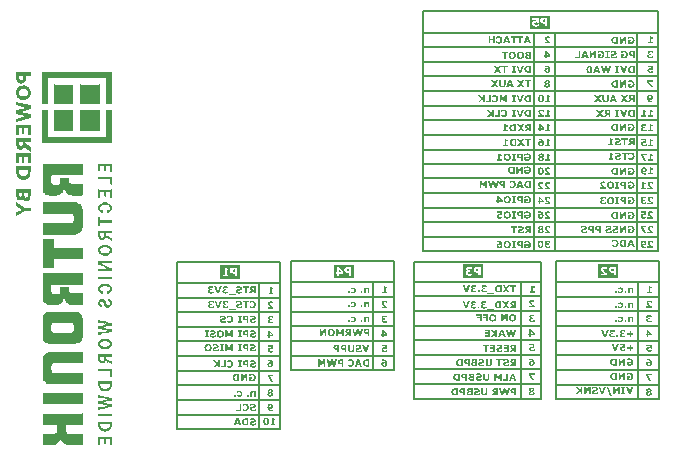
<source format=gbo>
G04*
G04 #@! TF.GenerationSoftware,Altium Limited,Altium Designer,19.0.15 (446)*
G04*
G04 Layer_Color=32896*
%FSLAX44Y44*%
%MOMM*%
G71*
G01*
G75*
%ADD59C,0.2000*%
G36*
X363456Y504869D02*
X352321D01*
Y506894D01*
X363456D01*
Y504869D01*
D02*
G37*
G36*
X359913Y500314D02*
X360925D01*
Y499808D01*
X361938D01*
Y499301D01*
X362444D01*
Y498795D01*
X362950D01*
Y497783D01*
X363456D01*
Y494240D01*
X362950D01*
Y493734D01*
X362444D01*
Y493228D01*
X361938D01*
Y492721D01*
X360925D01*
Y492215D01*
X359913D01*
Y494240D01*
X360925D01*
Y494746D01*
X361431D01*
Y495252D01*
X361938D01*
Y497783D01*
X360925D01*
Y498289D01*
X359913D01*
Y498795D01*
X355864D01*
Y498289D01*
X354851D01*
Y497783D01*
X354345D01*
Y497277D01*
X353839D01*
Y495252D01*
X354345D01*
Y494240D01*
X355864D01*
Y492215D01*
X354345D01*
Y492721D01*
X353839D01*
Y493228D01*
X353333D01*
Y493734D01*
X352827D01*
Y494746D01*
X352321D01*
Y498289D01*
X352827D01*
Y498795D01*
X353333D01*
Y499301D01*
X353839D01*
Y499808D01*
X354851D01*
Y500314D01*
X355864D01*
Y500820D01*
X359913D01*
Y500314D01*
D02*
G37*
G36*
X339161Y499808D02*
X312335D01*
Y493734D01*
X312841D01*
Y492721D01*
X313347D01*
Y492215D01*
X313853D01*
Y491709D01*
X318915D01*
Y492215D01*
X319421D01*
Y492721D01*
X319927D01*
Y498289D01*
X327013D01*
Y495252D01*
X327519D01*
Y493734D01*
X328025D01*
Y493228D01*
X328532D01*
Y492721D01*
X339161D01*
Y483105D01*
X327519D01*
Y483611D01*
X326507D01*
Y484117D01*
X325495D01*
Y484623D01*
X324989D01*
Y485635D01*
X324482D01*
Y486141D01*
X323976D01*
Y487660D01*
X322458D01*
Y486141D01*
X321952D01*
Y485129D01*
X321446D01*
Y484623D01*
X320939D01*
Y484117D01*
X320433D01*
Y483611D01*
X318915D01*
Y483105D01*
X308792D01*
Y483611D01*
X307779D01*
Y484117D01*
X306767D01*
Y484623D01*
X306261D01*
Y485129D01*
X305755D01*
Y485635D01*
X305249D01*
Y509931D01*
X339161D01*
Y499808D01*
D02*
G37*
G36*
X361431Y487660D02*
X362444D01*
Y487154D01*
X362950D01*
Y486141D01*
X363456D01*
Y482598D01*
X362950D01*
Y481586D01*
X362444D01*
Y481080D01*
X361431D01*
Y480574D01*
X358901D01*
Y481080D01*
X357888D01*
Y482092D01*
X357382D01*
Y483105D01*
X356876D01*
Y484623D01*
X356370D01*
Y485635D01*
X354345D01*
Y485129D01*
X353839D01*
Y483611D01*
X354345D01*
Y483105D01*
X354851D01*
Y482598D01*
X355358D01*
Y481080D01*
X353333D01*
Y481586D01*
X352827D01*
Y482598D01*
X352321D01*
Y485635D01*
X352827D01*
Y486648D01*
X353333D01*
Y487154D01*
X353839D01*
Y487660D01*
X356876D01*
Y487154D01*
X357382D01*
Y486648D01*
X357888D01*
Y486141D01*
X358395D01*
Y484623D01*
X358901D01*
Y483611D01*
X359407D01*
Y482598D01*
X361431D01*
Y483105D01*
X361938D01*
Y485129D01*
X361431D01*
Y485635D01*
X360925D01*
Y486141D01*
X360419D01*
Y488166D01*
X361431D01*
Y487660D01*
D02*
G37*
G36*
X353333Y469438D02*
X356370D01*
Y468932D01*
X358901D01*
Y468426D01*
X360419D01*
Y467920D01*
X363456D01*
Y465389D01*
X360419D01*
Y464883D01*
X358901D01*
Y464377D01*
X357382D01*
Y463871D01*
X356876D01*
Y463365D01*
X358901D01*
Y462859D01*
X361938D01*
Y462352D01*
X363456D01*
Y460328D01*
X362444D01*
Y459822D01*
X360925D01*
Y459315D01*
X358395D01*
Y458809D01*
X355358D01*
Y458303D01*
X354345D01*
Y457797D01*
X352321D01*
Y459822D01*
X354851D01*
Y460328D01*
X358395D01*
Y460834D01*
X359407D01*
Y461846D01*
X355358D01*
Y462352D01*
X353839D01*
Y462859D01*
X352321D01*
Y464883D01*
X352827D01*
Y465389D01*
X356370D01*
Y465895D01*
X357888D01*
Y466401D01*
X358395D01*
Y465895D01*
X358901D01*
Y467414D01*
X357888D01*
Y466908D01*
X357382D01*
Y467414D01*
X355358D01*
Y467920D01*
X352321D01*
Y469945D01*
X353333D01*
Y469438D01*
D02*
G37*
G36*
X334605Y476525D02*
X336124D01*
Y476018D01*
X336630D01*
Y475512D01*
X337136D01*
Y475006D01*
X337642D01*
Y474500D01*
X338148D01*
Y473994D01*
X338655D01*
Y471969D01*
X339161D01*
Y454760D01*
X338655D01*
Y453242D01*
X338148D01*
Y452229D01*
X337642D01*
Y451723D01*
X337136D01*
Y451217D01*
X336630D01*
Y450711D01*
X335618D01*
Y450205D01*
X333593D01*
Y449698D01*
X309804D01*
Y450205D01*
X308286D01*
Y450711D01*
X307273D01*
Y451217D01*
X306767D01*
Y451723D01*
X306261D01*
Y452229D01*
X305755D01*
Y453242D01*
X305249D01*
Y473488D01*
X305755D01*
Y474500D01*
X306261D01*
Y475006D01*
X306767D01*
Y475512D01*
X307273D01*
Y476018D01*
X307779D01*
Y476525D01*
X309298D01*
Y477031D01*
X334605D01*
Y476525D01*
D02*
G37*
G36*
X359407Y453748D02*
X360925D01*
Y453242D01*
X361938D01*
Y452735D01*
X362444D01*
Y452229D01*
X362950D01*
Y451723D01*
X363456D01*
Y448180D01*
X362950D01*
Y447168D01*
X362444D01*
Y446662D01*
X361938D01*
Y446155D01*
X360925D01*
Y445649D01*
X359407D01*
Y445143D01*
X355864D01*
Y445649D01*
X354851D01*
Y446155D01*
X353839D01*
Y446662D01*
X353333D01*
Y447168D01*
X352827D01*
Y448180D01*
X352321D01*
Y451217D01*
X352827D01*
Y452229D01*
X353333D01*
Y452735D01*
X353839D01*
Y453242D01*
X354345D01*
Y453748D01*
X355864D01*
Y454254D01*
X359407D01*
Y453748D01*
D02*
G37*
G36*
X363456Y439069D02*
X358901D01*
Y437045D01*
X359407D01*
Y436539D01*
X360419D01*
Y436032D01*
X361431D01*
Y435526D01*
X362950D01*
Y435020D01*
X363456D01*
Y432995D01*
X362950D01*
Y433502D01*
X361431D01*
Y434008D01*
X360925D01*
Y434514D01*
X360419D01*
Y434008D01*
X359913D01*
Y434514D01*
X359407D01*
Y435020D01*
X357888D01*
Y434008D01*
X356876D01*
Y433502D01*
X353839D01*
Y434008D01*
X353333D01*
Y434514D01*
X352827D01*
Y435526D01*
X352321D01*
Y441094D01*
X363456D01*
Y439069D01*
D02*
G37*
G36*
Y421860D02*
X361938D01*
Y426922D01*
X352321D01*
Y428946D01*
X363456D01*
Y421860D01*
D02*
G37*
G36*
X339161Y433502D02*
X313853D01*
Y432995D01*
X313347D01*
Y431983D01*
X312841D01*
Y430971D01*
X312335D01*
Y427428D01*
X312841D01*
Y426415D01*
X313347D01*
Y425403D01*
X313853D01*
Y424897D01*
X339161D01*
Y415786D01*
X309298D01*
Y416292D01*
X308286D01*
Y416799D01*
X307779D01*
Y417305D01*
X306767D01*
Y418317D01*
X306261D01*
Y418823D01*
X305755D01*
Y419836D01*
X305249D01*
Y438563D01*
X305755D01*
Y439576D01*
X306261D01*
Y440082D01*
X306767D01*
Y441094D01*
X307779D01*
Y441600D01*
X308286D01*
Y442106D01*
X309298D01*
Y442612D01*
X338655D01*
Y443119D01*
X339161D01*
Y433502D01*
D02*
G37*
G36*
X363456Y413256D02*
X362950D01*
Y411737D01*
X362444D01*
Y411231D01*
X361938D01*
Y410725D01*
X360925D01*
Y410219D01*
X360419D01*
Y409712D01*
X355358D01*
Y410219D01*
X354851D01*
Y410725D01*
X353839D01*
Y411231D01*
X353333D01*
Y412243D01*
X352827D01*
Y414268D01*
X352321D01*
Y418317D01*
X363456D01*
Y413256D01*
D02*
G37*
G36*
X353839Y405663D02*
X356876D01*
Y405157D01*
X359407D01*
Y404651D01*
X361431D01*
Y404145D01*
X363456D01*
Y401614D01*
X359913D01*
Y401108D01*
X358395D01*
Y400602D01*
X356876D01*
Y400096D01*
X357382D01*
Y399590D01*
X359407D01*
Y399083D01*
X362444D01*
Y398577D01*
X363456D01*
Y396553D01*
X361938D01*
Y396046D01*
X360419D01*
Y395540D01*
X357888D01*
Y395034D01*
X356370D01*
Y394528D01*
X355864D01*
Y395034D01*
X355358D01*
Y394528D01*
X353839D01*
Y394022D01*
X352321D01*
Y396046D01*
X354345D01*
Y396553D01*
X357888D01*
Y397059D01*
X359407D01*
Y398071D01*
X356370D01*
Y398577D01*
X354345D01*
Y399083D01*
X352321D01*
Y401614D01*
X355864D01*
Y402120D01*
X357382D01*
Y402626D01*
X357888D01*
Y402120D01*
X359407D01*
Y403133D01*
X357888D01*
Y403639D01*
X355864D01*
Y404145D01*
X352321D01*
Y406170D01*
X353839D01*
Y405663D01*
D02*
G37*
G36*
X339161Y398577D02*
X305249D01*
Y408194D01*
X339161D01*
Y398577D01*
D02*
G37*
G36*
X363456Y388454D02*
X352321D01*
Y390479D01*
X363456D01*
Y388454D01*
D02*
G37*
G36*
Y379343D02*
X362950D01*
Y377825D01*
X362444D01*
Y377319D01*
X361938D01*
Y376813D01*
X361431D01*
Y376306D01*
X360419D01*
Y375800D01*
X358901D01*
Y375294D01*
X356876D01*
Y375800D01*
X355358D01*
Y376306D01*
X354345D01*
Y376813D01*
X353839D01*
Y377319D01*
X353333D01*
Y377825D01*
X352827D01*
Y379850D01*
X352321D01*
Y383899D01*
X363456D01*
Y379343D01*
D02*
G37*
G36*
Y364159D02*
X361938D01*
Y369727D01*
X358901D01*
Y365171D01*
X356876D01*
Y369727D01*
X353839D01*
Y364159D01*
X352827D01*
Y364665D01*
X352321D01*
Y371245D01*
X363456D01*
Y364159D01*
D02*
G37*
G36*
X339161Y381368D02*
X324989D01*
Y375294D01*
X325495D01*
Y374788D01*
X326001D01*
Y373776D01*
X339161D01*
Y364159D01*
X324989D01*
Y364665D01*
X324482D01*
Y365171D01*
X323470D01*
Y365677D01*
X322458D01*
Y366184D01*
X321952D01*
Y367196D01*
X321446D01*
Y367702D01*
X320939D01*
Y368714D01*
X319421D01*
Y367702D01*
X318915D01*
Y366690D01*
X318409D01*
Y366184D01*
X317902D01*
Y365677D01*
X317396D01*
Y365171D01*
X316384D01*
Y364665D01*
X315878D01*
Y364159D01*
X305249D01*
Y373776D01*
X315878D01*
Y374282D01*
X316890D01*
Y375800D01*
X317396D01*
Y381368D01*
X305249D01*
Y390479D01*
X338655D01*
Y390985D01*
X339161D01*
Y381368D01*
D02*
G37*
G36*
X353333Y652665D02*
X336630D01*
Y669874D01*
X337136D01*
Y669368D01*
X352827D01*
Y669874D01*
X353333D01*
Y652665D01*
D02*
G37*
G36*
X363456D02*
X358395D01*
Y674936D01*
X309298D01*
Y652665D01*
X304742D01*
Y679997D01*
X363456D01*
Y652665D01*
D02*
G37*
G36*
X315372Y669368D02*
X331062D01*
Y652665D01*
X314865D01*
Y669874D01*
X315372D01*
Y669368D01*
D02*
G37*
G36*
X353333Y630395D02*
X336630D01*
Y647604D01*
X353333D01*
Y630395D01*
D02*
G37*
G36*
X331062D02*
X314865D01*
Y647604D01*
X331062D01*
Y630395D01*
D02*
G37*
G36*
X363456Y620272D02*
X304742D01*
Y647604D01*
X309298D01*
Y624827D01*
X358395D01*
Y647604D01*
X363456D01*
Y620272D01*
D02*
G37*
G36*
Y595470D02*
X361938D01*
Y600532D01*
X358901D01*
Y596989D01*
X358395D01*
Y596483D01*
X356876D01*
Y600532D01*
X353839D01*
Y595976D01*
X352321D01*
Y602556D01*
X363456D01*
Y595470D01*
D02*
G37*
G36*
Y584335D02*
X362950D01*
Y584841D01*
X362444D01*
Y584335D01*
X361938D01*
Y589396D01*
X352321D01*
Y591421D01*
X363456D01*
Y584335D01*
D02*
G37*
G36*
Y573706D02*
X361938D01*
Y578767D01*
X358901D01*
Y574718D01*
X358395D01*
Y574212D01*
X357888D01*
Y574718D01*
X357382D01*
Y574212D01*
X356876D01*
Y578767D01*
X353839D01*
Y573706D01*
X352321D01*
Y580792D01*
X352827D01*
Y580286D01*
X362950D01*
Y580792D01*
X363456D01*
Y573706D01*
D02*
G37*
G36*
X339161Y592939D02*
X312841D01*
Y592433D01*
X312335D01*
Y586359D01*
X312841D01*
Y585347D01*
X313347D01*
Y584841D01*
X313853D01*
Y584335D01*
X318915D01*
Y584841D01*
X319421D01*
Y585347D01*
X319927D01*
Y590409D01*
X327013D01*
Y590915D01*
X327519D01*
Y585853D01*
X329038D01*
Y585347D01*
X339161D01*
Y575730D01*
X338655D01*
Y575224D01*
X329544D01*
Y575730D01*
X327519D01*
Y576236D01*
X326507D01*
Y576743D01*
X326001D01*
Y577249D01*
X325495D01*
Y577755D01*
X324989D01*
Y578261D01*
X324482D01*
Y579273D01*
X323976D01*
Y580286D01*
X322458D01*
Y578767D01*
X321952D01*
Y577755D01*
X321446D01*
Y577249D01*
X320939D01*
Y576743D01*
X319927D01*
Y576236D01*
X318409D01*
Y575730D01*
X317396D01*
Y575224D01*
X310816D01*
Y575730D01*
X309298D01*
Y576236D01*
X307273D01*
Y576743D01*
X306767D01*
Y577249D01*
X306261D01*
Y577755D01*
X305755D01*
Y578767D01*
X305249D01*
Y602556D01*
X339161D01*
Y592939D01*
D02*
G37*
G36*
X359407Y569150D02*
X360419D01*
Y568644D01*
X361431D01*
Y568138D01*
X362444D01*
Y567632D01*
X362950D01*
Y566619D01*
X363456D01*
Y563077D01*
X362950D01*
Y562064D01*
X362444D01*
Y561558D01*
X361431D01*
Y561052D01*
X359913D01*
Y563077D01*
X361431D01*
Y563583D01*
X361938D01*
Y566113D01*
X361431D01*
Y566619D01*
X360925D01*
Y567126D01*
X358395D01*
Y567632D01*
X357382D01*
Y567126D01*
X355358D01*
Y566619D01*
X354345D01*
Y566113D01*
X353839D01*
Y563583D01*
X354345D01*
Y563077D01*
X355864D01*
Y561052D01*
X354345D01*
Y561558D01*
X353333D01*
Y562064D01*
X352827D01*
Y563077D01*
X352321D01*
Y566619D01*
X352827D01*
Y567632D01*
X353333D01*
Y568138D01*
X354345D01*
Y568644D01*
X355358D01*
Y569150D01*
X356370D01*
Y569656D01*
X359407D01*
Y569150D01*
D02*
G37*
G36*
X353839Y554472D02*
X363456D01*
Y552447D01*
X353839D01*
Y549410D01*
X352321D01*
Y557003D01*
X353839D01*
Y554472D01*
D02*
G37*
G36*
X334099Y569150D02*
X334605D01*
Y568644D01*
X336124D01*
Y568138D01*
X337136D01*
Y567632D01*
X337642D01*
Y566619D01*
X338148D01*
Y565607D01*
X338655D01*
Y564089D01*
X339161D01*
Y547892D01*
X338655D01*
Y546373D01*
X338148D01*
Y545361D01*
X337642D01*
Y544855D01*
X337136D01*
Y544349D01*
X336630D01*
Y543843D01*
X336124D01*
Y543337D01*
X335112D01*
Y542830D01*
X333087D01*
Y542324D01*
X305249D01*
Y551941D01*
X330556D01*
Y552953D01*
X331062D01*
Y553966D01*
X331568D01*
Y558015D01*
X331062D01*
Y559533D01*
X330050D01*
Y560040D01*
X305249D01*
Y569656D01*
X334099D01*
Y569150D01*
D02*
G37*
G36*
X363456Y543337D02*
X358901D01*
Y541312D01*
X359913D01*
Y540806D01*
X360925D01*
Y540300D01*
X362444D01*
Y539794D01*
X363456D01*
Y537263D01*
X362950D01*
Y537769D01*
X362444D01*
Y538275D01*
X360925D01*
Y538781D01*
X360419D01*
Y539287D01*
X357888D01*
Y538781D01*
X357382D01*
Y538275D01*
X356876D01*
Y537769D01*
X353839D01*
Y538275D01*
X353333D01*
Y538781D01*
X352827D01*
Y540300D01*
X352321D01*
Y545361D01*
X363456D01*
Y543337D01*
D02*
G37*
G36*
X359407Y533214D02*
X360419D01*
Y532707D01*
X361938D01*
Y532201D01*
X362444D01*
Y531695D01*
X362950D01*
Y530683D01*
X363456D01*
Y527140D01*
X362950D01*
Y526633D01*
X362444D01*
Y525621D01*
X361431D01*
Y525115D01*
X360419D01*
Y524609D01*
X355864D01*
Y525115D01*
X354345D01*
Y525621D01*
X353333D01*
Y526127D01*
X352827D01*
Y527646D01*
X352321D01*
Y530683D01*
X352827D01*
Y531695D01*
X353333D01*
Y532201D01*
X353839D01*
Y532707D01*
X355358D01*
Y533214D01*
X358901D01*
Y533720D01*
X359407D01*
Y533214D01*
D02*
G37*
G36*
X363456Y518029D02*
X362950D01*
Y518535D01*
X356876D01*
Y518029D01*
X356370D01*
Y518535D01*
X355358D01*
Y517523D01*
X355864D01*
Y517017D01*
X356876D01*
Y516511D01*
X357888D01*
Y516004D01*
X359407D01*
Y515498D01*
X359913D01*
Y514992D01*
X360925D01*
Y514486D01*
X362444D01*
Y513980D01*
X363456D01*
Y511449D01*
X352321D01*
Y513474D01*
X358395D01*
Y514486D01*
X357888D01*
Y514992D01*
X356876D01*
Y515498D01*
X355358D01*
Y516004D01*
X354345D01*
Y516511D01*
X353333D01*
Y517017D01*
X352321D01*
Y520054D01*
X363456D01*
Y518029D01*
D02*
G37*
G36*
X314359Y530683D02*
X338655D01*
Y531189D01*
X339161D01*
Y521572D01*
X314359D01*
Y513980D01*
X305249D01*
Y538275D01*
X314359D01*
Y530683D01*
D02*
G37*
G36*
X294804Y677011D02*
X290915D01*
Y675104D01*
X290897Y674641D01*
X290860Y674215D01*
X290804Y673827D01*
X290730Y673512D01*
X290675Y673271D01*
X290619Y673067D01*
X290600Y673012D01*
X290582Y672956D01*
X290564Y672938D01*
Y672919D01*
X290415Y672586D01*
X290230Y672290D01*
X290064Y672012D01*
X289878Y671771D01*
X289730Y671586D01*
X289601Y671438D01*
X289527Y671346D01*
X289489Y671308D01*
X289286Y671123D01*
X289064Y670957D01*
X288860Y670827D01*
X288656Y670716D01*
X288471Y670623D01*
X288342Y670568D01*
X288249Y670531D01*
X288212Y670512D01*
X287916Y670420D01*
X287638Y670346D01*
X287379Y670290D01*
X287138Y670253D01*
X286934Y670235D01*
X286768Y670216D01*
X286675D01*
X286638D01*
X286268Y670235D01*
X285916Y670272D01*
X285620Y670346D01*
X285360Y670401D01*
X285157Y670475D01*
X284990Y670549D01*
X284897Y670586D01*
X284860Y670605D01*
X284601Y670771D01*
X284360Y670938D01*
X284157Y671123D01*
X283972Y671308D01*
X283824Y671475D01*
X283731Y671605D01*
X283657Y671679D01*
X283638Y671716D01*
X283509Y671938D01*
X283379Y672179D01*
X283286Y672419D01*
X283194Y672623D01*
X283138Y672827D01*
X283083Y672975D01*
X283046Y673067D01*
Y673104D01*
X282972Y673401D01*
X282935Y673734D01*
X282898Y674049D01*
X282861Y674364D01*
Y674623D01*
X282842Y674845D01*
Y680104D01*
X294804D01*
Y677011D01*
D02*
G37*
G36*
X289360Y668698D02*
X289860Y668642D01*
X290323Y668568D01*
X290749Y668457D01*
X291156Y668346D01*
X291526Y668198D01*
X291878Y668049D01*
X292174Y667901D01*
X292452Y667753D01*
X292693Y667605D01*
X292897Y667457D01*
X293063Y667346D01*
X293211Y667235D01*
X293304Y667161D01*
X293360Y667105D01*
X293378Y667087D01*
X293674Y666772D01*
X293934Y666420D01*
X294156Y666050D01*
X294341Y665679D01*
X294508Y665309D01*
X294637Y664939D01*
X294748Y664568D01*
X294841Y664217D01*
X294896Y663865D01*
X294952Y663568D01*
X294989Y663291D01*
X295026Y663050D01*
Y662846D01*
X295044Y662698D01*
Y662569D01*
X295026Y662050D01*
X294970Y661550D01*
X294896Y661069D01*
X294785Y660643D01*
X294656Y660236D01*
X294508Y659865D01*
X294359Y659532D01*
X294211Y659217D01*
X294063Y658939D01*
X293897Y658699D01*
X293767Y658495D01*
X293637Y658328D01*
X293526Y658199D01*
X293452Y658106D01*
X293396Y658051D01*
X293378Y658032D01*
X293045Y657736D01*
X292693Y657495D01*
X292341Y657273D01*
X291952Y657088D01*
X291582Y656921D01*
X291193Y656791D01*
X290841Y656680D01*
X290471Y656588D01*
X290138Y656514D01*
X289823Y656477D01*
X289545Y656440D01*
X289304Y656403D01*
X289119D01*
X288971Y656384D01*
X288878D01*
X288841D01*
X288305Y656403D01*
X287823Y656458D01*
X287342Y656532D01*
X286916Y656643D01*
X286508Y656773D01*
X286138Y656902D01*
X285786Y657051D01*
X285471Y657199D01*
X285212Y657365D01*
X284972Y657514D01*
X284768Y657643D01*
X284583Y657773D01*
X284453Y657884D01*
X284360Y657958D01*
X284305Y658014D01*
X284286Y658032D01*
X283990Y658347D01*
X283731Y658699D01*
X283509Y659069D01*
X283305Y659439D01*
X283157Y659810D01*
X283009Y660199D01*
X282898Y660569D01*
X282805Y660921D01*
X282750Y661254D01*
X282694Y661569D01*
X282657Y661846D01*
X282620Y662087D01*
Y662291D01*
X282601Y662439D01*
Y662569D01*
X282620Y663087D01*
X282675Y663587D01*
X282750Y664050D01*
X282861Y664476D01*
X282990Y664883D01*
X283138Y665254D01*
X283286Y665605D01*
X283435Y665902D01*
X283601Y666179D01*
X283749Y666420D01*
X283897Y666624D01*
X284027Y666790D01*
X284138Y666920D01*
X284212Y667013D01*
X284268Y667068D01*
X284286Y667087D01*
X284620Y667364D01*
X284953Y667624D01*
X285323Y667846D01*
X285694Y668031D01*
X286082Y668179D01*
X286453Y668309D01*
X286823Y668420D01*
X287194Y668512D01*
X287527Y668587D01*
X287842Y668624D01*
X288119Y668661D01*
X288360Y668698D01*
X288564D01*
X288712Y668716D01*
X288804D01*
X288841D01*
X289360Y668698D01*
D02*
G37*
G36*
X294804Y651811D02*
Y648385D01*
X287027Y646311D01*
X294804Y644145D01*
Y640738D01*
X282842Y637516D01*
Y640645D01*
X291082Y642571D01*
X282842Y644682D01*
Y647755D01*
X291082Y649959D01*
X282842Y651811D01*
Y655014D01*
X294804Y651811D01*
D02*
G37*
G36*
Y626795D02*
X292489D01*
Y632368D01*
X289527D01*
Y627202D01*
X287212D01*
Y632368D01*
X285157D01*
Y626795D01*
X282842D01*
Y635460D01*
X294804D01*
Y626795D01*
D02*
G37*
G36*
Y621129D02*
X290415D01*
Y619740D01*
X294804Y616481D01*
Y612685D01*
X289693Y616684D01*
X289471Y616277D01*
X289249Y615944D01*
X289008Y615629D01*
X288786Y615388D01*
X288601Y615203D01*
X288434Y615055D01*
X288342Y614981D01*
X288305Y614944D01*
X287971Y614740D01*
X287601Y614574D01*
X287249Y614463D01*
X286897Y614388D01*
X286601Y614351D01*
X286471Y614333D01*
X286360Y614314D01*
X286268D01*
X286194D01*
X286157D01*
X286138D01*
X285786Y614333D01*
X285490Y614370D01*
X285212Y614444D01*
X284972Y614518D01*
X284786Y614592D01*
X284657Y614666D01*
X284583Y614703D01*
X284546Y614722D01*
X284305Y614870D01*
X284101Y615055D01*
X283935Y615240D01*
X283768Y615407D01*
X283657Y615555D01*
X283564Y615685D01*
X283509Y615759D01*
X283490Y615796D01*
X283361Y616055D01*
X283249Y616296D01*
X283157Y616536D01*
X283083Y616758D01*
X283027Y616962D01*
X282990Y617110D01*
X282972Y617203D01*
Y617240D01*
X282935Y617536D01*
X282898Y617851D01*
X282879Y618147D01*
X282861Y618425D01*
X282842Y618684D01*
Y624221D01*
X294804D01*
Y621129D01*
D02*
G37*
G36*
Y602686D02*
X292489D01*
Y608259D01*
X289527D01*
Y603093D01*
X287212D01*
Y608259D01*
X285157D01*
Y602686D01*
X282842D01*
Y611352D01*
X294804D01*
Y602686D01*
D02*
G37*
G36*
Y595909D02*
X294785Y595390D01*
X294767Y594909D01*
X294730Y594483D01*
X294693Y594131D01*
X294674Y593965D01*
X294656Y593835D01*
Y593705D01*
X294637Y593613D01*
X294619Y593539D01*
X294600Y593483D01*
Y593428D01*
X294508Y593039D01*
X294396Y592687D01*
X294267Y592354D01*
X294156Y592076D01*
X294045Y591835D01*
X293952Y591650D01*
X293878Y591539D01*
X293860Y591520D01*
Y591502D01*
X293563Y591076D01*
X293248Y590706D01*
X292915Y590372D01*
X292582Y590095D01*
X292285Y589872D01*
X292174Y589780D01*
X292063Y589706D01*
X291971Y589650D01*
X291897Y589613D01*
X291860Y589576D01*
X291841D01*
X291323Y589317D01*
X290804Y589132D01*
X290304Y588984D01*
X289841Y588891D01*
X289638Y588854D01*
X289434Y588835D01*
X289267Y588817D01*
X289119D01*
X289008Y588798D01*
X288916D01*
X288860D01*
X288841D01*
X288212Y588835D01*
X287638Y588910D01*
X287119Y589021D01*
X286897Y589095D01*
X286675Y589150D01*
X286490Y589224D01*
X286323Y589298D01*
X286175Y589354D01*
X286045Y589409D01*
X285953Y589446D01*
X285879Y589484D01*
X285842Y589521D01*
X285823D01*
X285360Y589798D01*
X284972Y590113D01*
X284620Y590446D01*
X284323Y590761D01*
X284101Y591039D01*
X284009Y591150D01*
X283916Y591261D01*
X283860Y591354D01*
X283824Y591409D01*
X283786Y591446D01*
Y591465D01*
X283620Y591743D01*
X283490Y592057D01*
X283379Y592354D01*
X283268Y592631D01*
X283194Y592891D01*
X283138Y593076D01*
X283120Y593150D01*
Y593205D01*
X283101Y593242D01*
Y593261D01*
X283009Y593668D01*
X282953Y594094D01*
X282898Y594520D01*
X282879Y594909D01*
X282861Y595261D01*
X282842Y595409D01*
Y600112D01*
X294804D01*
Y595909D01*
D02*
G37*
G36*
Y575596D02*
X294785Y575133D01*
X294767Y574707D01*
X294730Y574356D01*
X294693Y574041D01*
X294656Y573782D01*
X294619Y573596D01*
X294600Y573541D01*
X294582Y573485D01*
Y573448D01*
X294489Y573133D01*
X294378Y572837D01*
X294248Y572578D01*
X294119Y572356D01*
X294008Y572152D01*
X293934Y572022D01*
X293860Y571930D01*
X293841Y571893D01*
X293656Y571671D01*
X293471Y571485D01*
X293285Y571319D01*
X293100Y571189D01*
X292952Y571078D01*
X292822Y570985D01*
X292749Y570948D01*
X292711Y570930D01*
X292452Y570819D01*
X292174Y570726D01*
X291915Y570671D01*
X291674Y570615D01*
X291471Y570597D01*
X291304Y570578D01*
X291193D01*
X291175D01*
X291156D01*
X290730Y570615D01*
X290341Y570689D01*
X290008Y570800D01*
X289749Y570930D01*
X289527Y571060D01*
X289360Y571171D01*
X289267Y571245D01*
X289230Y571282D01*
X288971Y571559D01*
X288767Y571856D01*
X288601Y572171D01*
X288471Y572467D01*
X288379Y572726D01*
X288305Y572948D01*
X288286Y573022D01*
Y573078D01*
X288267Y573115D01*
Y573133D01*
X288193D01*
X288045Y572837D01*
X287879Y572578D01*
X287693Y572356D01*
X287527Y572171D01*
X287379Y572022D01*
X287267Y571930D01*
X287194Y571856D01*
X287156Y571837D01*
X286897Y571689D01*
X286638Y571578D01*
X286379Y571485D01*
X286138Y571430D01*
X285934Y571393D01*
X285786Y571374D01*
X285675D01*
X285638D01*
X285360Y571393D01*
X285101Y571430D01*
X284879Y571485D01*
X284694Y571541D01*
X284527Y571615D01*
X284398Y571671D01*
X284323Y571708D01*
X284305Y571726D01*
X284101Y571856D01*
X283916Y572022D01*
X283749Y572189D01*
X283620Y572356D01*
X283509Y572504D01*
X283435Y572615D01*
X283398Y572689D01*
X283379Y572726D01*
X283268Y572967D01*
X283175Y573208D01*
X283101Y573448D01*
X283046Y573633D01*
X282990Y573819D01*
X282972Y573948D01*
X282953Y574022D01*
Y574059D01*
X282935Y574189D01*
X282916Y574337D01*
X282879Y574670D01*
X282861Y575022D01*
Y575374D01*
X282842Y575689D01*
Y580818D01*
X294804D01*
Y575596D01*
D02*
G37*
G36*
X290323Y565245D02*
X294804D01*
Y562153D01*
X290193D01*
X282842Y557746D01*
Y561153D01*
X287471Y563634D01*
X282842Y566208D01*
Y569726D01*
X290323Y565245D01*
D02*
G37*
G36*
X479337Y380804D02*
X477238D01*
X476979Y380813D01*
X476739Y380822D01*
X476526Y380841D01*
X476351Y380859D01*
X476267Y380868D01*
X476203Y380878D01*
X476138D01*
X476092Y380887D01*
X476055Y380896D01*
X476027Y380905D01*
X475999D01*
X475805Y380952D01*
X475630Y381007D01*
X475463Y381072D01*
X475324Y381127D01*
X475204Y381183D01*
X475112Y381229D01*
X475056Y381266D01*
X475047Y381275D01*
X475038D01*
X474825Y381423D01*
X474640Y381580D01*
X474474Y381747D01*
X474335Y381913D01*
X474224Y382061D01*
X474178Y382117D01*
X474141Y382172D01*
X474113Y382218D01*
X474095Y382255D01*
X474076Y382274D01*
Y382283D01*
X473947Y382542D01*
X473854Y382801D01*
X473780Y383050D01*
X473734Y383282D01*
X473716Y383383D01*
X473706Y383485D01*
X473697Y383568D01*
Y383642D01*
X473688Y383698D01*
Y383744D01*
Y383772D01*
Y383781D01*
X473706Y384095D01*
X473743Y384382D01*
X473799Y384641D01*
X473836Y384752D01*
X473864Y384863D01*
X473901Y384955D01*
X473938Y385038D01*
X473965Y385112D01*
X473993Y385177D01*
X474011Y385223D01*
X474030Y385260D01*
X474049Y385279D01*
Y385288D01*
X474187Y385519D01*
X474344Y385713D01*
X474511Y385889D01*
X474668Y386037D01*
X474807Y386148D01*
X474862Y386194D01*
X474918Y386240D01*
X474964Y386268D01*
X474992Y386287D01*
X475010Y386305D01*
X475019D01*
X475158Y386388D01*
X475315Y386453D01*
X475463Y386508D01*
X475602Y386564D01*
X475731Y386601D01*
X475824Y386628D01*
X475861Y386638D01*
X475888D01*
X475907Y386647D01*
X475916D01*
X476119Y386693D01*
X476332Y386721D01*
X476545Y386749D01*
X476739Y386758D01*
X476915Y386767D01*
X476989Y386777D01*
X479337D01*
Y380804D01*
D02*
G37*
G36*
X473179D02*
X471626D01*
X471210Y382006D01*
X469010D01*
X468594Y380804D01*
X466985D01*
X469195Y386777D01*
X470979D01*
X473179Y380804D01*
D02*
G37*
G36*
X483008Y386887D02*
X483220Y386878D01*
X483414Y386850D01*
X483599Y386814D01*
X483766Y386777D01*
X483923Y386730D01*
X484071Y386675D01*
X484200Y386628D01*
X484320Y386582D01*
X484431Y386527D01*
X484515Y386481D01*
X484589Y386444D01*
X484653Y386407D01*
X484690Y386388D01*
X484718Y386370D01*
X484727Y386360D01*
X484857Y386259D01*
X484968Y386148D01*
X485069Y386037D01*
X485153Y385926D01*
X485226Y385815D01*
X485282Y385695D01*
X485337Y385593D01*
X485374Y385482D01*
X485402Y385380D01*
X485430Y385297D01*
X485448Y385214D01*
X485458Y385140D01*
Y385084D01*
X485467Y385038D01*
Y385011D01*
Y385001D01*
X485448Y384779D01*
X485411Y384576D01*
X485365Y384391D01*
X485300Y384243D01*
X485245Y384114D01*
X485190Y384021D01*
X485171Y383993D01*
X485153Y383966D01*
X485143Y383957D01*
Y383947D01*
X485079Y383873D01*
X485005Y383799D01*
X484829Y383670D01*
X484653Y383559D01*
X484468Y383466D01*
X484311Y383393D01*
X484237Y383356D01*
X484172Y383337D01*
X484126Y383319D01*
X484089Y383300D01*
X484062Y383291D01*
X484052D01*
X483803Y383217D01*
X483682Y383180D01*
X483572Y383161D01*
X483488Y383134D01*
X483414Y383115D01*
X483368Y383106D01*
X483350D01*
X483211Y383078D01*
X483072Y383060D01*
X482952Y383032D01*
X482850Y383004D01*
X482758Y382986D01*
X482684Y382976D01*
X482647Y382958D01*
X482628D01*
X482518Y382930D01*
X482416Y382893D01*
X482342Y382856D01*
X482268Y382819D01*
X482212Y382792D01*
X482175Y382764D01*
X482157Y382745D01*
X482148Y382736D01*
X482092Y382681D01*
X482046Y382625D01*
X482018Y382570D01*
X481991Y382514D01*
X481981Y382468D01*
X481972Y382440D01*
Y382412D01*
Y382403D01*
X481981Y382329D01*
X481991Y382265D01*
X482009Y382209D01*
X482028Y382163D01*
X482055Y382126D01*
X482074Y382098D01*
X482083Y382089D01*
X482092Y382080D01*
X482185Y382006D01*
X482277Y381950D01*
X482314Y381922D01*
X482351Y381904D01*
X482369Y381895D01*
X482379D01*
X482499Y381858D01*
X482619Y381830D01*
X482675Y381821D01*
X482721D01*
X482749Y381812D01*
X482758D01*
X482841Y381802D01*
X482980D01*
X483026Y381793D01*
X483128D01*
X483331Y381802D01*
X483535Y381821D01*
X483729Y381858D01*
X483904Y381895D01*
X484052Y381932D01*
X484108Y381950D01*
X484163Y381969D01*
X484209Y381978D01*
X484237Y381987D01*
X484256Y381996D01*
X484265D01*
X484478Y382080D01*
X484681Y382172D01*
X484866Y382274D01*
X485023Y382366D01*
X485153Y382459D01*
X485254Y382523D01*
X485291Y382551D01*
X485319Y382570D01*
X485328Y382588D01*
X485504D01*
Y381146D01*
X485143Y381017D01*
X484968Y380961D01*
X484810Y380915D01*
X484672Y380878D01*
X484570Y380850D01*
X484533Y380831D01*
X484505D01*
X484487Y380822D01*
X484478D01*
X484265Y380776D01*
X484043Y380748D01*
X483821Y380721D01*
X483618Y380711D01*
X483442Y380702D01*
X483368Y380693D01*
X483183D01*
X482952Y380702D01*
X482730Y380721D01*
X482518Y380739D01*
X482323Y380776D01*
X482138Y380822D01*
X481972Y380868D01*
X481824Y380915D01*
X481685Y380970D01*
X481565Y381017D01*
X481454Y381063D01*
X481362Y381109D01*
X481288Y381155D01*
X481223Y381192D01*
X481186Y381211D01*
X481158Y381229D01*
X481149Y381238D01*
X481020Y381349D01*
X480900Y381460D01*
X480798Y381580D01*
X480715Y381701D01*
X480641Y381821D01*
X480576Y381941D01*
X480530Y382052D01*
X480483Y382172D01*
X480456Y382274D01*
X480428Y382366D01*
X480410Y382459D01*
X480400Y382533D01*
Y382598D01*
X480391Y382644D01*
Y382671D01*
Y382681D01*
X480410Y382903D01*
X480447Y383097D01*
X480493Y383272D01*
X480557Y383420D01*
X480622Y383531D01*
X480668Y383615D01*
X480705Y383670D01*
X480724Y383688D01*
X480863Y383827D01*
X481020Y383947D01*
X481186Y384049D01*
X481353Y384142D01*
X481501Y384206D01*
X481574Y384234D01*
X481630Y384262D01*
X481676Y384280D01*
X481713Y384289D01*
X481732Y384299D01*
X481741D01*
X481870Y384336D01*
X481991Y384373D01*
X482101Y384400D01*
X482203Y384428D01*
X482286Y384447D01*
X482342Y384465D01*
X482379Y384474D01*
X482397D01*
X482619Y384520D01*
X482730Y384548D01*
X482823Y384567D01*
X482906Y384585D01*
X482971Y384604D01*
X483008Y384613D01*
X483026D01*
X483202Y384650D01*
X483340Y384687D01*
X483461Y384724D01*
X483553Y384761D01*
X483627Y384789D01*
X483673Y384816D01*
X483701Y384826D01*
X483710Y384835D01*
X483766Y384890D01*
X483812Y384946D01*
X483840Y385011D01*
X483867Y385066D01*
X483877Y385121D01*
X483886Y385168D01*
Y385196D01*
Y385205D01*
X483877Y385260D01*
X483867Y385316D01*
X483830Y385399D01*
X483812Y385436D01*
X483793Y385464D01*
X483775Y385473D01*
Y385482D01*
X483682Y385565D01*
X483599Y385621D01*
X483562Y385639D01*
X483535Y385658D01*
X483516Y385667D01*
X483507D01*
X483377Y385713D01*
X483257Y385750D01*
X483211Y385760D01*
X483174D01*
X483155Y385769D01*
X483146D01*
X483008Y385787D01*
X482878Y385796D01*
X482758D01*
X482555Y385787D01*
X482360Y385769D01*
X482175Y385732D01*
X482018Y385704D01*
X481880Y385667D01*
X481824Y385648D01*
X481778Y385630D01*
X481741Y385621D01*
X481713Y385611D01*
X481695Y385602D01*
X481685D01*
X481491Y385528D01*
X481325Y385445D01*
X481177Y385362D01*
X481047Y385288D01*
X480937Y385223D01*
X480863Y385168D01*
X480816Y385131D01*
X480798Y385121D01*
X480631D01*
Y386490D01*
X480798Y386555D01*
X480964Y386610D01*
X481140Y386656D01*
X481297Y386702D01*
X481436Y386730D01*
X481491Y386749D01*
X481537Y386758D01*
X481584Y386767D01*
X481611D01*
X481630Y386777D01*
X481639D01*
X481852Y386814D01*
X482064Y386850D01*
X482259Y386869D01*
X482434Y386878D01*
X482582Y386887D01*
X482638Y386897D01*
X482795D01*
X483008Y386887D01*
D02*
G37*
G36*
X476887Y399187D02*
X477118Y399160D01*
X477331Y399123D01*
X477516Y399086D01*
X477599Y399067D01*
X477673Y399049D01*
X477738Y399030D01*
X477793Y399012D01*
X477839Y398993D01*
X477867Y398984D01*
X477885Y398975D01*
X477895D01*
X478098Y398892D01*
X478283Y398790D01*
X478449Y398688D01*
X478588Y398587D01*
X478699Y398503D01*
X478782Y398429D01*
X478838Y398383D01*
X478847Y398374D01*
X478856Y398365D01*
X478995Y398198D01*
X479124Y398032D01*
X479235Y397865D01*
X479319Y397708D01*
X479383Y397569D01*
X479411Y397514D01*
X479439Y397468D01*
X479457Y397421D01*
X479466Y397394D01*
X479476Y397375D01*
Y397366D01*
X479540Y397144D01*
X479596Y396922D01*
X479633Y396710D01*
X479651Y396506D01*
X479670Y396340D01*
Y396266D01*
X479679Y396201D01*
Y396155D01*
Y396109D01*
Y396090D01*
Y396081D01*
X479670Y395803D01*
X479642Y395545D01*
X479605Y395313D01*
X479568Y395119D01*
X479550Y395036D01*
X479531Y394953D01*
X479513Y394888D01*
X479494Y394833D01*
X479476Y394786D01*
X479466Y394759D01*
X479457Y394740D01*
Y394731D01*
X479365Y394518D01*
X479263Y394333D01*
X479161Y394167D01*
X479060Y394028D01*
X478976Y393917D01*
X478902Y393834D01*
X478856Y393779D01*
X478838Y393769D01*
Y393760D01*
X478681Y393622D01*
X478514Y393501D01*
X478348Y393409D01*
X478200Y393326D01*
X478070Y393261D01*
X477959Y393215D01*
X477922Y393196D01*
X477895Y393187D01*
X477876Y393178D01*
X477867D01*
X477654Y393113D01*
X477432Y393067D01*
X477229Y393030D01*
X477044Y393011D01*
X476878Y392993D01*
X476813D01*
X476748Y392984D01*
X476480D01*
X476332Y392993D01*
X476212Y393002D01*
X476119Y393011D01*
X476036D01*
X475981Y393021D01*
X475944Y393030D01*
X475935D01*
X475741Y393067D01*
X475648Y393085D01*
X475555Y393104D01*
X475491Y393122D01*
X475426Y393141D01*
X475389Y393150D01*
X475380D01*
X475223Y393196D01*
X475149Y393224D01*
X475084Y393252D01*
X475028Y393270D01*
X474992Y393289D01*
X474964Y393298D01*
X474955D01*
X474797Y393372D01*
X474723Y393400D01*
X474659Y393427D01*
X474603Y393455D01*
X474557Y393474D01*
X474529Y393492D01*
X474520D01*
Y394925D01*
X474687D01*
X474779Y394842D01*
X474862Y394768D01*
X474908Y394740D01*
X474936Y394712D01*
X474955Y394703D01*
X474964Y394694D01*
X475093Y394602D01*
X475204Y394518D01*
X475250Y394491D01*
X475287Y394463D01*
X475315Y394454D01*
X475324Y394444D01*
X475500Y394352D01*
X475583Y394315D01*
X475667Y394278D01*
X475731Y394259D01*
X475787Y394241D01*
X475824Y394222D01*
X475833D01*
X476036Y394176D01*
X476129Y394158D01*
X476212Y394149D01*
X476286D01*
X476341Y394139D01*
X476388D01*
X476609Y394158D01*
X476711Y394167D01*
X476794Y394185D01*
X476878Y394204D01*
X476933Y394213D01*
X476970Y394232D01*
X476989D01*
X477100Y394269D01*
X477201Y394324D01*
X477285Y394370D01*
X477368Y394426D01*
X477432Y394472D01*
X477479Y394509D01*
X477516Y394537D01*
X477525Y394546D01*
X477608Y394629D01*
X477691Y394731D01*
X477756Y394823D01*
X477812Y394925D01*
X477858Y395008D01*
X477895Y395073D01*
X477913Y395119D01*
X477922Y395138D01*
X477978Y395286D01*
X478015Y395443D01*
X478043Y395600D01*
X478061Y395748D01*
X478070Y395877D01*
X478080Y395979D01*
Y396016D01*
Y396044D01*
Y396062D01*
Y396072D01*
X478070Y396266D01*
X478061Y396441D01*
X478033Y396599D01*
X478006Y396737D01*
X477987Y396839D01*
X477959Y396922D01*
X477950Y396968D01*
X477941Y396987D01*
X477885Y397126D01*
X477821Y397246D01*
X477756Y397347D01*
X477691Y397431D01*
X477636Y397505D01*
X477590Y397551D01*
X477562Y397588D01*
X477553Y397597D01*
X477460Y397680D01*
X477368Y397745D01*
X477275Y397801D01*
X477192Y397847D01*
X477118Y397884D01*
X477063Y397911D01*
X477026Y397930D01*
X477016D01*
X476905Y397967D01*
X476794Y397995D01*
X476693Y398013D01*
X476591Y398032D01*
X476517D01*
X476452Y398041D01*
X476397D01*
X476184Y398022D01*
X476092Y398013D01*
X476009Y397995D01*
X475944Y397976D01*
X475898Y397967D01*
X475861Y397948D01*
X475851D01*
X475667Y397874D01*
X475583Y397838D01*
X475509Y397801D01*
X475454Y397773D01*
X475408Y397745D01*
X475380Y397736D01*
X475371Y397727D01*
X475223Y397634D01*
X475158Y397588D01*
X475103Y397551D01*
X475056Y397514D01*
X475019Y397495D01*
X475001Y397477D01*
X474992Y397468D01*
X474871Y397375D01*
X474779Y397311D01*
X474751Y397283D01*
X474723Y397264D01*
X474714Y397246D01*
X474520D01*
Y398697D01*
X474650Y398753D01*
X474779Y398808D01*
X474825Y398827D01*
X474871Y398845D01*
X474899Y398864D01*
X474908D01*
X475075Y398938D01*
X475158Y398965D01*
X475232Y398993D01*
X475306Y399012D01*
X475352Y399030D01*
X475389Y399039D01*
X475398D01*
X475592Y399086D01*
X475685Y399104D01*
X475768Y399123D01*
X475842Y399132D01*
X475898Y399141D01*
X475935Y399150D01*
X475953D01*
X476184Y399178D01*
X476304Y399187D01*
X476406D01*
X476499Y399197D01*
X476637D01*
X476887Y399187D01*
D02*
G37*
G36*
X473392Y393104D02*
X469084D01*
Y394259D01*
X471848D01*
Y399076D01*
X473392D01*
Y393104D01*
D02*
G37*
G36*
X483008Y399187D02*
X483220Y399178D01*
X483414Y399150D01*
X483599Y399114D01*
X483766Y399076D01*
X483923Y399030D01*
X484071Y398975D01*
X484200Y398928D01*
X484320Y398882D01*
X484431Y398827D01*
X484515Y398781D01*
X484589Y398744D01*
X484653Y398707D01*
X484690Y398688D01*
X484718Y398670D01*
X484727Y398660D01*
X484857Y398559D01*
X484968Y398448D01*
X485069Y398337D01*
X485153Y398226D01*
X485226Y398115D01*
X485282Y397995D01*
X485337Y397893D01*
X485374Y397782D01*
X485402Y397680D01*
X485430Y397597D01*
X485448Y397514D01*
X485458Y397440D01*
Y397384D01*
X485467Y397338D01*
Y397311D01*
Y397301D01*
X485448Y397079D01*
X485411Y396876D01*
X485365Y396691D01*
X485300Y396543D01*
X485245Y396414D01*
X485190Y396321D01*
X485171Y396293D01*
X485153Y396266D01*
X485143Y396257D01*
Y396247D01*
X485079Y396173D01*
X485005Y396099D01*
X484829Y395970D01*
X484653Y395859D01*
X484468Y395766D01*
X484311Y395693D01*
X484237Y395656D01*
X484172Y395637D01*
X484126Y395619D01*
X484089Y395600D01*
X484062Y395591D01*
X484052D01*
X483803Y395517D01*
X483682Y395480D01*
X483572Y395461D01*
X483488Y395434D01*
X483414Y395415D01*
X483368Y395406D01*
X483350D01*
X483211Y395378D01*
X483072Y395360D01*
X482952Y395332D01*
X482850Y395304D01*
X482758Y395286D01*
X482684Y395276D01*
X482647Y395258D01*
X482628D01*
X482518Y395230D01*
X482416Y395193D01*
X482342Y395156D01*
X482268Y395119D01*
X482212Y395092D01*
X482175Y395064D01*
X482157Y395045D01*
X482148Y395036D01*
X482092Y394981D01*
X482046Y394925D01*
X482018Y394870D01*
X481991Y394814D01*
X481981Y394768D01*
X481972Y394740D01*
Y394712D01*
Y394703D01*
X481981Y394629D01*
X481991Y394565D01*
X482009Y394509D01*
X482028Y394463D01*
X482055Y394426D01*
X482074Y394398D01*
X482083Y394389D01*
X482092Y394380D01*
X482185Y394306D01*
X482277Y394250D01*
X482314Y394222D01*
X482351Y394204D01*
X482369Y394195D01*
X482379D01*
X482499Y394158D01*
X482619Y394130D01*
X482675Y394121D01*
X482721D01*
X482749Y394112D01*
X482758D01*
X482841Y394102D01*
X482980D01*
X483026Y394093D01*
X483128D01*
X483331Y394102D01*
X483535Y394121D01*
X483729Y394158D01*
X483904Y394195D01*
X484052Y394232D01*
X484108Y394250D01*
X484163Y394269D01*
X484209Y394278D01*
X484237Y394287D01*
X484256Y394296D01*
X484265D01*
X484478Y394380D01*
X484681Y394472D01*
X484866Y394574D01*
X485023Y394666D01*
X485153Y394759D01*
X485254Y394823D01*
X485291Y394851D01*
X485319Y394870D01*
X485328Y394888D01*
X485504D01*
Y393446D01*
X485143Y393316D01*
X484968Y393261D01*
X484810Y393215D01*
X484672Y393178D01*
X484570Y393150D01*
X484533Y393131D01*
X484505D01*
X484487Y393122D01*
X484478D01*
X484265Y393076D01*
X484043Y393048D01*
X483821Y393021D01*
X483618Y393011D01*
X483442Y393002D01*
X483368Y392993D01*
X483183D01*
X482952Y393002D01*
X482730Y393021D01*
X482518Y393039D01*
X482323Y393076D01*
X482138Y393122D01*
X481972Y393168D01*
X481824Y393215D01*
X481685Y393270D01*
X481565Y393316D01*
X481454Y393363D01*
X481362Y393409D01*
X481288Y393455D01*
X481223Y393492D01*
X481186Y393511D01*
X481158Y393529D01*
X481149Y393538D01*
X481020Y393649D01*
X480900Y393760D01*
X480798Y393880D01*
X480715Y394001D01*
X480641Y394121D01*
X480576Y394241D01*
X480530Y394352D01*
X480483Y394472D01*
X480456Y394574D01*
X480428Y394666D01*
X480410Y394759D01*
X480400Y394833D01*
Y394897D01*
X480391Y394944D01*
Y394971D01*
Y394981D01*
X480410Y395203D01*
X480447Y395397D01*
X480493Y395572D01*
X480557Y395720D01*
X480622Y395831D01*
X480668Y395914D01*
X480705Y395970D01*
X480724Y395988D01*
X480863Y396127D01*
X481020Y396247D01*
X481186Y396349D01*
X481353Y396441D01*
X481501Y396506D01*
X481574Y396534D01*
X481630Y396562D01*
X481676Y396580D01*
X481713Y396589D01*
X481732Y396599D01*
X481741D01*
X481870Y396636D01*
X481991Y396673D01*
X482101Y396700D01*
X482203Y396728D01*
X482286Y396747D01*
X482342Y396765D01*
X482379Y396774D01*
X482397D01*
X482619Y396820D01*
X482730Y396848D01*
X482823Y396867D01*
X482906Y396885D01*
X482971Y396904D01*
X483008Y396913D01*
X483026D01*
X483202Y396950D01*
X483340Y396987D01*
X483461Y397024D01*
X483553Y397061D01*
X483627Y397089D01*
X483673Y397116D01*
X483701Y397126D01*
X483710Y397135D01*
X483766Y397190D01*
X483812Y397246D01*
X483840Y397311D01*
X483867Y397366D01*
X483877Y397421D01*
X483886Y397468D01*
Y397495D01*
Y397505D01*
X483877Y397560D01*
X483867Y397616D01*
X483830Y397699D01*
X483812Y397736D01*
X483793Y397764D01*
X483775Y397773D01*
Y397782D01*
X483682Y397865D01*
X483599Y397921D01*
X483562Y397939D01*
X483535Y397958D01*
X483516Y397967D01*
X483507D01*
X483377Y398013D01*
X483257Y398050D01*
X483211Y398060D01*
X483174D01*
X483155Y398069D01*
X483146D01*
X483008Y398087D01*
X482878Y398096D01*
X482758D01*
X482555Y398087D01*
X482360Y398069D01*
X482175Y398032D01*
X482018Y398004D01*
X481880Y397967D01*
X481824Y397948D01*
X481778Y397930D01*
X481741Y397921D01*
X481713Y397911D01*
X481695Y397902D01*
X481685D01*
X481491Y397828D01*
X481325Y397745D01*
X481177Y397662D01*
X481047Y397588D01*
X480937Y397523D01*
X480863Y397468D01*
X480816Y397431D01*
X480798Y397421D01*
X480631D01*
Y398790D01*
X480798Y398855D01*
X480964Y398910D01*
X481140Y398956D01*
X481297Y399002D01*
X481436Y399030D01*
X481491Y399049D01*
X481537Y399058D01*
X481584Y399067D01*
X481611D01*
X481630Y399076D01*
X481639D01*
X481852Y399114D01*
X482064Y399150D01*
X482259Y399169D01*
X482434Y399178D01*
X482582Y399187D01*
X482638Y399197D01*
X482795D01*
X483008Y399187D01*
D02*
G37*
G36*
X471765Y409936D02*
X471950Y409927D01*
X472116Y409899D01*
X472264Y409880D01*
X472393Y409853D01*
X472486Y409825D01*
X472523Y409816D01*
X472551D01*
X472560Y409806D01*
X472569D01*
X472745Y409751D01*
X472902Y409686D01*
X473050Y409622D01*
X473170Y409548D01*
X473272Y409492D01*
X473346Y409437D01*
X473392Y409400D01*
X473411Y409390D01*
X473540Y409270D01*
X473660Y409141D01*
X473762Y409011D01*
X473845Y408891D01*
X473919Y408789D01*
X473965Y408697D01*
X473993Y408642D01*
X474002Y408632D01*
Y408623D01*
X474067Y408447D01*
X474123Y408262D01*
X474160Y408078D01*
X474178Y407911D01*
X474196Y407763D01*
Y407698D01*
X474206Y407643D01*
Y407606D01*
Y407569D01*
Y407551D01*
Y407541D01*
X474196Y407319D01*
X474178Y407125D01*
X474141Y406940D01*
X474104Y406792D01*
X474076Y406663D01*
X474039Y406571D01*
X474030Y406534D01*
X474021Y406506D01*
X474011Y406497D01*
Y406487D01*
X473928Y406330D01*
X473845Y406182D01*
X473753Y406062D01*
X473660Y405960D01*
X473577Y405868D01*
X473512Y405812D01*
X473475Y405766D01*
X473457Y405757D01*
X473318Y405655D01*
X473170Y405563D01*
X473032Y405489D01*
X472902Y405433D01*
X472782Y405378D01*
X472699Y405350D01*
X472662Y405341D01*
X472634Y405331D01*
X472625Y405322D01*
X472615D01*
X472430Y405276D01*
X472236Y405239D01*
X472061Y405221D01*
X471894Y405202D01*
X471746Y405193D01*
X471682Y405184D01*
X471367D01*
X471219Y405202D01*
X471081Y405211D01*
X470961Y405230D01*
X470859Y405248D01*
X470785Y405258D01*
X470739Y405276D01*
X470720D01*
X470581Y405313D01*
X470443Y405350D01*
X470322Y405396D01*
X470221Y405433D01*
X470128Y405470D01*
X470054Y405498D01*
X470017Y405517D01*
X469999Y405526D01*
Y406765D01*
X470212D01*
X470276Y406700D01*
X470341Y406644D01*
X470387Y406607D01*
X470396Y406589D01*
X470406D01*
X470489Y406524D01*
X470563Y406478D01*
X470618Y406441D01*
X470628Y406423D01*
X470637D01*
X470757Y406367D01*
X470877Y406321D01*
X470933Y406302D01*
X470970Y406284D01*
X470998Y406275D01*
X471007D01*
X471173Y406247D01*
X471256Y406228D01*
X471330D01*
X471395Y406219D01*
X471488D01*
X471700Y406238D01*
X471876Y406275D01*
X472033Y406321D01*
X472162Y406385D01*
X472264Y406450D01*
X472338Y406497D01*
X472375Y406534D01*
X472393Y406552D01*
X472495Y406691D01*
X472579Y406848D01*
X472634Y407014D01*
X472671Y407171D01*
X472689Y407319D01*
X472699Y407375D01*
Y407430D01*
X472708Y407477D01*
Y407514D01*
Y407532D01*
Y407541D01*
X472699Y407763D01*
X472662Y407966D01*
X472615Y408133D01*
X472551Y408281D01*
X472495Y408392D01*
X472449Y408475D01*
X472412Y408521D01*
X472403Y408540D01*
X472273Y408660D01*
X472135Y408752D01*
X471987Y408817D01*
X471839Y408863D01*
X471709Y408891D01*
X471608Y408900D01*
X471571Y408910D01*
X471515D01*
X471330Y408900D01*
X471256Y408891D01*
X471192Y408882D01*
X471136Y408863D01*
X471099Y408854D01*
X471071Y408845D01*
X471062D01*
X470924Y408799D01*
X470812Y408752D01*
X470766Y408734D01*
X470729Y408725D01*
X470711Y408706D01*
X470702D01*
X470581Y408642D01*
X470489Y408577D01*
X470461Y408549D01*
X470434Y408531D01*
X470424Y408521D01*
X470415Y408512D01*
X470332Y408447D01*
X470267Y408401D01*
X470230Y408364D01*
X470212Y408355D01*
X469999D01*
Y409585D01*
X470258Y409696D01*
X470378Y409733D01*
X470489Y409769D01*
X470591Y409806D01*
X470665Y409825D01*
X470711Y409843D01*
X470729D01*
X470877Y409880D01*
X471025Y409899D01*
X471173Y409917D01*
X471303Y409936D01*
X471413D01*
X471497Y409945D01*
X471580D01*
X471765Y409936D01*
D02*
G37*
G36*
X482693D02*
X482841Y409917D01*
X482971Y409890D01*
X483091Y409862D01*
X483183Y409834D01*
X483257Y409806D01*
X483303Y409788D01*
X483322Y409779D01*
X483451Y409714D01*
X483581Y409640D01*
X483710Y409566D01*
X483821Y409492D01*
X483914Y409418D01*
X483988Y409363D01*
X484034Y409326D01*
X484052Y409316D01*
Y409806D01*
X485504D01*
Y405304D01*
X484052D01*
Y408503D01*
X483886Y408595D01*
X483812Y408632D01*
X483756Y408669D01*
X483701Y408688D01*
X483664Y408706D01*
X483636Y408715D01*
X483627D01*
X483479Y408752D01*
X483405Y408762D01*
X483350Y408771D01*
X483294Y408780D01*
X483128D01*
X483045Y408771D01*
X482971Y408762D01*
X482906Y408743D01*
X482860Y408734D01*
X482823Y408715D01*
X482804Y408706D01*
X482795D01*
X482693Y408642D01*
X482619Y408577D01*
X482573Y408521D01*
X482564Y408503D01*
Y408493D01*
X482545Y408438D01*
X482518Y408373D01*
X482490Y408244D01*
X482481Y408179D01*
Y408133D01*
X482471Y408096D01*
Y408087D01*
X482453Y407893D01*
X482444Y407800D01*
X482434Y407717D01*
Y407643D01*
Y407588D01*
Y407551D01*
Y407541D01*
Y405304D01*
X480983D01*
Y408235D01*
Y408392D01*
X481001Y408531D01*
X481020Y408669D01*
X481047Y408789D01*
X481075Y408910D01*
X481112Y409011D01*
X481149Y409104D01*
X481186Y409196D01*
X481232Y409270D01*
X481269Y409335D01*
X481306Y409390D01*
X481334Y409427D01*
X481362Y409464D01*
X481380Y409492D01*
X481390Y409501D01*
X481399Y409511D01*
X481482Y409585D01*
X481565Y409659D01*
X481750Y409760D01*
X481935Y409843D01*
X482120Y409890D01*
X482286Y409927D01*
X482351Y409936D01*
X482416D01*
X482462Y409945D01*
X482536D01*
X482693Y409936D01*
D02*
G37*
G36*
X479605Y405304D02*
X478107D01*
Y406885D01*
X479605D01*
Y405304D01*
D02*
G37*
G36*
X468991D02*
X467493D01*
Y406885D01*
X468991D01*
Y405304D01*
D02*
G37*
G36*
X478496Y418304D02*
X477081D01*
Y422400D01*
X474538Y418304D01*
X473050D01*
Y424277D01*
X474465D01*
Y420846D01*
X476656Y424277D01*
X478496D01*
Y418304D01*
D02*
G37*
G36*
X482499Y424387D02*
X482758Y424360D01*
X483017Y424314D01*
X483248Y424267D01*
X483461Y424193D01*
X483664Y424128D01*
X483840Y424045D01*
X484006Y423971D01*
X484154Y423888D01*
X484274Y423805D01*
X484385Y423740D01*
X484478Y423675D01*
X484542Y423620D01*
X484598Y423574D01*
X484626Y423546D01*
X484635Y423537D01*
X484792Y423370D01*
X484921Y423195D01*
X485042Y423019D01*
X485134Y422825D01*
X485217Y422640D01*
X485291Y422455D01*
X485347Y422270D01*
X485393Y422104D01*
X485430Y421937D01*
X485458Y421780D01*
X485476Y421651D01*
X485485Y421530D01*
X485495Y421429D01*
X485504Y421364D01*
Y421318D01*
Y421299D01*
X485495Y421031D01*
X485467Y420782D01*
X485421Y420541D01*
X485365Y420329D01*
X485300Y420116D01*
X485236Y419931D01*
X485153Y419765D01*
X485069Y419607D01*
X484995Y419469D01*
X484912Y419349D01*
X484847Y419247D01*
X484773Y419164D01*
X484727Y419090D01*
X484681Y419044D01*
X484653Y419016D01*
X484644Y419007D01*
X484478Y418858D01*
X484293Y418738D01*
X484108Y418627D01*
X483904Y418535D01*
X483710Y418452D01*
X483507Y418387D01*
X483313Y418331D01*
X483128Y418285D01*
X482952Y418248D01*
X482786Y418230D01*
X482638Y418211D01*
X482508Y418193D01*
X482407D01*
X482323Y418184D01*
X482259D01*
X482009Y418193D01*
X481778Y418211D01*
X481556Y418230D01*
X481353Y418258D01*
X481269Y418276D01*
X481186Y418285D01*
X481121Y418295D01*
X481057Y418313D01*
X481010Y418322D01*
X480974D01*
X480955Y418331D01*
X480946D01*
X480705Y418387D01*
X480493Y418452D01*
X480317Y418498D01*
X480160Y418544D01*
X480040Y418590D01*
X479947Y418618D01*
X479892Y418637D01*
X479873Y418646D01*
Y421595D01*
X482628D01*
Y420467D01*
X481436D01*
Y419293D01*
X481510Y419284D01*
X481833D01*
X482018Y419293D01*
X482194Y419302D01*
X482360Y419330D01*
X482508Y419367D01*
X482647Y419404D01*
X482776Y419450D01*
X482887Y419496D01*
X482998Y419543D01*
X483082Y419589D01*
X483165Y419635D01*
X483229Y419681D01*
X483285Y419718D01*
X483331Y419755D01*
X483359Y419783D01*
X483377Y419792D01*
X483387Y419802D01*
X483479Y419903D01*
X483553Y420014D01*
X483627Y420134D01*
X483682Y420264D01*
X483775Y420513D01*
X483840Y420754D01*
X483858Y420874D01*
X483877Y420976D01*
X483886Y421068D01*
X483895Y421152D01*
X483904Y421225D01*
Y421272D01*
Y421309D01*
Y421318D01*
X483895Y421493D01*
X483886Y421651D01*
X483858Y421799D01*
X483830Y421928D01*
X483812Y422030D01*
X483784Y422104D01*
X483775Y422150D01*
X483766Y422169D01*
X483710Y422307D01*
X483636Y422427D01*
X483572Y422529D01*
X483507Y422621D01*
X483451Y422696D01*
X483405Y422742D01*
X483377Y422779D01*
X483368Y422788D01*
X483266Y422880D01*
X483165Y422954D01*
X483063Y423019D01*
X482971Y423065D01*
X482887Y423102D01*
X482823Y423139D01*
X482786Y423148D01*
X482767Y423158D01*
X482638Y423195D01*
X482508Y423232D01*
X482388Y423250D01*
X482268Y423260D01*
X482175Y423269D01*
X482092Y423278D01*
X481898D01*
X481778Y423260D01*
X481667Y423250D01*
X481565Y423232D01*
X481482Y423213D01*
X481427Y423204D01*
X481380Y423186D01*
X481371D01*
X481260Y423148D01*
X481149Y423111D01*
X481057Y423074D01*
X480983Y423038D01*
X480918Y423010D01*
X480863Y422982D01*
X480835Y422973D01*
X480826Y422964D01*
X480678Y422871D01*
X480604Y422834D01*
X480539Y422788D01*
X480483Y422751D01*
X480447Y422723D01*
X480419Y422705D01*
X480410Y422696D01*
X480336Y422640D01*
X480261Y422594D01*
X480206Y422557D01*
X480160Y422529D01*
X480123Y422501D01*
X480095Y422483D01*
X480086Y422464D01*
X479901D01*
Y423860D01*
X480141Y423971D01*
X480363Y424064D01*
X480567Y424138D01*
X480742Y424193D01*
X480890Y424230D01*
X480946Y424249D01*
X481001Y424267D01*
X481038Y424277D01*
X481066D01*
X481084Y424286D01*
X481094D01*
X481297Y424323D01*
X481491Y424350D01*
X481676Y424369D01*
X481852Y424387D01*
X482000D01*
X482055Y424397D01*
X482212D01*
X482499Y424387D01*
D02*
G37*
G36*
X471534Y418304D02*
X469435D01*
X469176Y418313D01*
X468936Y418322D01*
X468723Y418341D01*
X468547Y418359D01*
X468464Y418368D01*
X468399Y418378D01*
X468335D01*
X468288Y418387D01*
X468251Y418396D01*
X468224Y418405D01*
X468196D01*
X468002Y418452D01*
X467826Y418507D01*
X467660Y418572D01*
X467521Y418627D01*
X467401Y418683D01*
X467309Y418729D01*
X467253Y418766D01*
X467244Y418775D01*
X467234D01*
X467022Y418923D01*
X466837Y419080D01*
X466670Y419247D01*
X466532Y419413D01*
X466421Y419561D01*
X466375Y419617D01*
X466338Y419672D01*
X466310Y419718D01*
X466291Y419755D01*
X466273Y419774D01*
Y419783D01*
X466143Y420042D01*
X466051Y420301D01*
X465977Y420550D01*
X465931Y420782D01*
X465912Y420883D01*
X465903Y420985D01*
X465894Y421068D01*
Y421142D01*
X465885Y421198D01*
Y421244D01*
Y421272D01*
Y421281D01*
X465903Y421595D01*
X465940Y421882D01*
X465996Y422141D01*
X466033Y422252D01*
X466060Y422363D01*
X466097Y422455D01*
X466134Y422538D01*
X466162Y422612D01*
X466190Y422677D01*
X466208Y422723D01*
X466227Y422760D01*
X466245Y422779D01*
Y422788D01*
X466384Y423019D01*
X466541Y423213D01*
X466707Y423389D01*
X466865Y423537D01*
X467003Y423648D01*
X467059Y423694D01*
X467114Y423740D01*
X467160Y423768D01*
X467188Y423787D01*
X467207Y423805D01*
X467216D01*
X467355Y423888D01*
X467512Y423953D01*
X467660Y424008D01*
X467799Y424064D01*
X467928Y424101D01*
X468020Y424128D01*
X468057Y424138D01*
X468085D01*
X468104Y424147D01*
X468113D01*
X468316Y424193D01*
X468529Y424221D01*
X468741Y424249D01*
X468936Y424258D01*
X469111Y424267D01*
X469185Y424277D01*
X471534D01*
Y418304D01*
D02*
G37*
G36*
X454836Y429904D02*
X453292D01*
Y431845D01*
X452941Y432289D01*
X451166Y429904D01*
X449261D01*
X451711Y433112D01*
X449381Y435877D01*
X451175D01*
X453292Y433177D01*
Y435877D01*
X454836D01*
Y429904D01*
D02*
G37*
G36*
X463564Y435987D02*
X463795Y435960D01*
X464008Y435923D01*
X464193Y435886D01*
X464276Y435867D01*
X464350Y435849D01*
X464415Y435830D01*
X464470Y435812D01*
X464516Y435793D01*
X464544Y435784D01*
X464562Y435775D01*
X464572D01*
X464775Y435692D01*
X464960Y435590D01*
X465126Y435488D01*
X465265Y435387D01*
X465376Y435303D01*
X465459Y435229D01*
X465515Y435183D01*
X465524Y435174D01*
X465533Y435165D01*
X465672Y434998D01*
X465801Y434832D01*
X465912Y434665D01*
X465996Y434508D01*
X466060Y434369D01*
X466088Y434314D01*
X466116Y434268D01*
X466134Y434221D01*
X466143Y434194D01*
X466153Y434175D01*
Y434166D01*
X466217Y433944D01*
X466273Y433722D01*
X466310Y433510D01*
X466328Y433306D01*
X466347Y433140D01*
Y433066D01*
X466356Y433001D01*
Y432955D01*
Y432909D01*
Y432890D01*
Y432881D01*
X466347Y432603D01*
X466319Y432345D01*
X466282Y432113D01*
X466245Y431919D01*
X466227Y431836D01*
X466208Y431753D01*
X466190Y431688D01*
X466171Y431633D01*
X466153Y431586D01*
X466143Y431559D01*
X466134Y431540D01*
Y431531D01*
X466042Y431318D01*
X465940Y431133D01*
X465838Y430967D01*
X465737Y430828D01*
X465653Y430717D01*
X465579Y430634D01*
X465533Y430579D01*
X465515Y430569D01*
Y430560D01*
X465358Y430422D01*
X465191Y430301D01*
X465025Y430209D01*
X464877Y430126D01*
X464747Y430061D01*
X464636Y430015D01*
X464599Y429996D01*
X464572Y429987D01*
X464553Y429978D01*
X464544D01*
X464331Y429913D01*
X464109Y429867D01*
X463906Y429830D01*
X463721Y429811D01*
X463555Y429793D01*
X463490D01*
X463425Y429784D01*
X463157D01*
X463009Y429793D01*
X462889Y429802D01*
X462797Y429811D01*
X462713D01*
X462658Y429821D01*
X462621Y429830D01*
X462612D01*
X462417Y429867D01*
X462325Y429885D01*
X462233Y429904D01*
X462168Y429922D01*
X462103Y429941D01*
X462066Y429950D01*
X462057D01*
X461900Y429996D01*
X461826Y430024D01*
X461761Y430052D01*
X461706Y430070D01*
X461669Y430089D01*
X461641Y430098D01*
X461632D01*
X461474Y430172D01*
X461400Y430200D01*
X461336Y430227D01*
X461280Y430255D01*
X461234Y430274D01*
X461206Y430292D01*
X461197D01*
Y431725D01*
X461363D01*
X461456Y431642D01*
X461539Y431568D01*
X461585Y431540D01*
X461613Y431512D01*
X461632Y431503D01*
X461641Y431494D01*
X461770Y431402D01*
X461881Y431318D01*
X461927Y431291D01*
X461964Y431263D01*
X461992Y431254D01*
X462001Y431244D01*
X462177Y431152D01*
X462260Y431115D01*
X462344Y431078D01*
X462408Y431059D01*
X462464Y431041D01*
X462501Y431022D01*
X462510D01*
X462713Y430976D01*
X462806Y430958D01*
X462889Y430949D01*
X462963D01*
X463018Y430939D01*
X463065D01*
X463287Y430958D01*
X463388Y430967D01*
X463471Y430985D01*
X463555Y431004D01*
X463610Y431013D01*
X463647Y431032D01*
X463666D01*
X463777Y431069D01*
X463878Y431124D01*
X463962Y431171D01*
X464045Y431226D01*
X464109Y431272D01*
X464156Y431309D01*
X464193Y431337D01*
X464202Y431346D01*
X464285Y431429D01*
X464368Y431531D01*
X464433Y431623D01*
X464489Y431725D01*
X464535Y431808D01*
X464572Y431873D01*
X464590Y431919D01*
X464599Y431938D01*
X464655Y432086D01*
X464692Y432243D01*
X464720Y432400D01*
X464738Y432548D01*
X464747Y432677D01*
X464757Y432779D01*
Y432816D01*
Y432844D01*
Y432862D01*
Y432872D01*
X464747Y433066D01*
X464738Y433242D01*
X464710Y433399D01*
X464683Y433537D01*
X464664Y433639D01*
X464636Y433722D01*
X464627Y433769D01*
X464618Y433787D01*
X464562Y433926D01*
X464498Y434046D01*
X464433Y434147D01*
X464368Y434231D01*
X464313Y434305D01*
X464267Y434351D01*
X464239Y434388D01*
X464230Y434397D01*
X464137Y434480D01*
X464045Y434545D01*
X463952Y434601D01*
X463869Y434647D01*
X463795Y434684D01*
X463740Y434711D01*
X463703Y434730D01*
X463693D01*
X463582Y434767D01*
X463471Y434795D01*
X463370Y434813D01*
X463268Y434832D01*
X463194D01*
X463130Y434841D01*
X463074D01*
X462861Y434823D01*
X462769Y434813D01*
X462686Y434795D01*
X462621Y434776D01*
X462575Y434767D01*
X462538Y434748D01*
X462528D01*
X462344Y434674D01*
X462260Y434638D01*
X462186Y434601D01*
X462131Y434573D01*
X462085Y434545D01*
X462057Y434536D01*
X462048Y434527D01*
X461900Y434434D01*
X461835Y434388D01*
X461780Y434351D01*
X461733Y434314D01*
X461696Y434296D01*
X461678Y434277D01*
X461669Y434268D01*
X461549Y434175D01*
X461456Y434111D01*
X461428Y434083D01*
X461400Y434064D01*
X461391Y434046D01*
X461197D01*
Y435497D01*
X461327Y435553D01*
X461456Y435608D01*
X461502Y435627D01*
X461549Y435645D01*
X461576Y435664D01*
X461585D01*
X461752Y435738D01*
X461835Y435765D01*
X461909Y435793D01*
X461983Y435812D01*
X462029Y435830D01*
X462066Y435840D01*
X462076D01*
X462270Y435886D01*
X462362Y435904D01*
X462445Y435923D01*
X462519Y435932D01*
X462575Y435941D01*
X462612Y435950D01*
X462630D01*
X462861Y435978D01*
X462981Y435987D01*
X463083D01*
X463176Y435997D01*
X463314D01*
X463564Y435987D01*
D02*
G37*
G36*
X479337Y429904D02*
X477793D01*
Y431845D01*
X476841D01*
X476609Y431855D01*
X476397Y431873D01*
X476203Y431901D01*
X476046Y431938D01*
X475925Y431966D01*
X475824Y431993D01*
X475796Y432003D01*
X475768Y432012D01*
X475759Y432021D01*
X475750D01*
X475583Y432095D01*
X475435Y432188D01*
X475297Y432271D01*
X475177Y432363D01*
X475084Y432437D01*
X475010Y432502D01*
X474964Y432539D01*
X474945Y432557D01*
X474853Y432659D01*
X474770Y432770D01*
X474705Y432872D01*
X474650Y432973D01*
X474603Y433066D01*
X474576Y433130D01*
X474557Y433177D01*
X474548Y433195D01*
X474501Y433343D01*
X474465Y433482D01*
X474437Y433611D01*
X474418Y433731D01*
X474409Y433833D01*
X474400Y433916D01*
Y433963D01*
Y433981D01*
X474409Y434166D01*
X474428Y434342D01*
X474465Y434490D01*
X474492Y434619D01*
X474529Y434721D01*
X474566Y434804D01*
X474585Y434850D01*
X474594Y434869D01*
X474677Y434998D01*
X474760Y435118D01*
X474853Y435220D01*
X474945Y435312D01*
X475028Y435387D01*
X475093Y435433D01*
X475130Y435470D01*
X475149Y435479D01*
X475260Y435544D01*
X475380Y435608D01*
X475500Y435655D01*
X475602Y435701D01*
X475704Y435728D01*
X475777Y435756D01*
X475824Y435775D01*
X475842D01*
X475990Y435812D01*
X476157Y435830D01*
X476314Y435849D01*
X476471Y435867D01*
X476600D01*
X476711Y435877D01*
X479337D01*
Y429904D01*
D02*
G37*
G36*
X473577Y434813D02*
X472597D01*
Y430967D01*
X473577D01*
Y429904D01*
X470073D01*
Y430967D01*
X471053D01*
Y434813D01*
X470073D01*
Y435877D01*
X473577D01*
Y434813D01*
D02*
G37*
G36*
X460069Y429904D02*
X455761D01*
Y431059D01*
X458525D01*
Y435877D01*
X460069D01*
Y429904D01*
D02*
G37*
G36*
X483008Y435987D02*
X483220Y435978D01*
X483414Y435950D01*
X483599Y435914D01*
X483766Y435877D01*
X483923Y435830D01*
X484071Y435775D01*
X484200Y435728D01*
X484320Y435682D01*
X484431Y435627D01*
X484515Y435581D01*
X484589Y435544D01*
X484653Y435507D01*
X484690Y435488D01*
X484718Y435470D01*
X484727Y435460D01*
X484857Y435359D01*
X484968Y435248D01*
X485069Y435137D01*
X485153Y435026D01*
X485226Y434915D01*
X485282Y434795D01*
X485337Y434693D01*
X485374Y434582D01*
X485402Y434480D01*
X485430Y434397D01*
X485448Y434314D01*
X485458Y434240D01*
Y434184D01*
X485467Y434138D01*
Y434111D01*
Y434101D01*
X485448Y433879D01*
X485411Y433676D01*
X485365Y433491D01*
X485300Y433343D01*
X485245Y433214D01*
X485190Y433121D01*
X485171Y433093D01*
X485153Y433066D01*
X485143Y433057D01*
Y433047D01*
X485079Y432973D01*
X485005Y432899D01*
X484829Y432770D01*
X484653Y432659D01*
X484468Y432566D01*
X484311Y432493D01*
X484237Y432456D01*
X484172Y432437D01*
X484126Y432419D01*
X484089Y432400D01*
X484062Y432391D01*
X484052D01*
X483803Y432317D01*
X483682Y432280D01*
X483572Y432261D01*
X483488Y432234D01*
X483414Y432215D01*
X483368Y432206D01*
X483350D01*
X483211Y432178D01*
X483072Y432160D01*
X482952Y432132D01*
X482850Y432104D01*
X482758Y432086D01*
X482684Y432076D01*
X482647Y432058D01*
X482628D01*
X482518Y432030D01*
X482416Y431993D01*
X482342Y431956D01*
X482268Y431919D01*
X482212Y431892D01*
X482175Y431864D01*
X482157Y431845D01*
X482148Y431836D01*
X482092Y431781D01*
X482046Y431725D01*
X482018Y431670D01*
X481991Y431614D01*
X481981Y431568D01*
X481972Y431540D01*
Y431512D01*
Y431503D01*
X481981Y431429D01*
X481991Y431365D01*
X482009Y431309D01*
X482028Y431263D01*
X482055Y431226D01*
X482074Y431198D01*
X482083Y431189D01*
X482092Y431180D01*
X482185Y431106D01*
X482277Y431050D01*
X482314Y431022D01*
X482351Y431004D01*
X482369Y430995D01*
X482379D01*
X482499Y430958D01*
X482619Y430930D01*
X482675Y430921D01*
X482721D01*
X482749Y430912D01*
X482758D01*
X482841Y430902D01*
X482980D01*
X483026Y430893D01*
X483128D01*
X483331Y430902D01*
X483535Y430921D01*
X483729Y430958D01*
X483904Y430995D01*
X484052Y431032D01*
X484108Y431050D01*
X484163Y431069D01*
X484209Y431078D01*
X484237Y431087D01*
X484256Y431096D01*
X484265D01*
X484478Y431180D01*
X484681Y431272D01*
X484866Y431374D01*
X485023Y431466D01*
X485153Y431559D01*
X485254Y431623D01*
X485291Y431651D01*
X485319Y431670D01*
X485328Y431688D01*
X485504D01*
Y430246D01*
X485143Y430117D01*
X484968Y430061D01*
X484810Y430015D01*
X484672Y429978D01*
X484570Y429950D01*
X484533Y429932D01*
X484505D01*
X484487Y429922D01*
X484478D01*
X484265Y429876D01*
X484043Y429848D01*
X483821Y429821D01*
X483618Y429811D01*
X483442Y429802D01*
X483368Y429793D01*
X483183D01*
X482952Y429802D01*
X482730Y429821D01*
X482518Y429839D01*
X482323Y429876D01*
X482138Y429922D01*
X481972Y429968D01*
X481824Y430015D01*
X481685Y430070D01*
X481565Y430117D01*
X481454Y430163D01*
X481362Y430209D01*
X481288Y430255D01*
X481223Y430292D01*
X481186Y430311D01*
X481158Y430329D01*
X481149Y430338D01*
X481020Y430449D01*
X480900Y430560D01*
X480798Y430680D01*
X480715Y430801D01*
X480641Y430921D01*
X480576Y431041D01*
X480530Y431152D01*
X480483Y431272D01*
X480456Y431374D01*
X480428Y431466D01*
X480410Y431559D01*
X480400Y431633D01*
Y431698D01*
X480391Y431744D01*
Y431771D01*
Y431781D01*
X480410Y432003D01*
X480447Y432197D01*
X480493Y432372D01*
X480557Y432520D01*
X480622Y432631D01*
X480668Y432715D01*
X480705Y432770D01*
X480724Y432788D01*
X480863Y432927D01*
X481020Y433047D01*
X481186Y433149D01*
X481353Y433242D01*
X481501Y433306D01*
X481574Y433334D01*
X481630Y433362D01*
X481676Y433380D01*
X481713Y433389D01*
X481732Y433399D01*
X481741D01*
X481870Y433436D01*
X481991Y433473D01*
X482101Y433500D01*
X482203Y433528D01*
X482286Y433547D01*
X482342Y433565D01*
X482379Y433574D01*
X482397D01*
X482619Y433620D01*
X482730Y433648D01*
X482823Y433667D01*
X482906Y433685D01*
X482971Y433704D01*
X483008Y433713D01*
X483026D01*
X483202Y433750D01*
X483340Y433787D01*
X483461Y433824D01*
X483553Y433861D01*
X483627Y433889D01*
X483673Y433916D01*
X483701Y433926D01*
X483710Y433935D01*
X483766Y433990D01*
X483812Y434046D01*
X483840Y434111D01*
X483867Y434166D01*
X483877Y434221D01*
X483886Y434268D01*
Y434296D01*
Y434305D01*
X483877Y434360D01*
X483867Y434416D01*
X483830Y434499D01*
X483812Y434536D01*
X483793Y434564D01*
X483775Y434573D01*
Y434582D01*
X483682Y434665D01*
X483599Y434721D01*
X483562Y434739D01*
X483535Y434758D01*
X483516Y434767D01*
X483507D01*
X483377Y434813D01*
X483257Y434850D01*
X483211Y434860D01*
X483174D01*
X483155Y434869D01*
X483146D01*
X483008Y434887D01*
X482878Y434896D01*
X482758D01*
X482555Y434887D01*
X482360Y434869D01*
X482175Y434832D01*
X482018Y434804D01*
X481880Y434767D01*
X481824Y434748D01*
X481778Y434730D01*
X481741Y434721D01*
X481713Y434711D01*
X481695Y434702D01*
X481685D01*
X481491Y434628D01*
X481325Y434545D01*
X481177Y434462D01*
X481047Y434388D01*
X480937Y434323D01*
X480863Y434268D01*
X480816Y434231D01*
X480798Y434221D01*
X480631D01*
Y435590D01*
X480798Y435655D01*
X480964Y435710D01*
X481140Y435756D01*
X481297Y435802D01*
X481436Y435830D01*
X481491Y435849D01*
X481537Y435858D01*
X481584Y435867D01*
X481611D01*
X481630Y435877D01*
X481639D01*
X481852Y435914D01*
X482064Y435950D01*
X482259Y435969D01*
X482434Y435978D01*
X482582Y435987D01*
X482638Y435997D01*
X482795D01*
X483008Y435987D01*
D02*
G37*
G36*
X466014Y443604D02*
X464562D01*
Y447598D01*
X463462Y445009D01*
X462390D01*
X461280Y447598D01*
Y443604D01*
X459736D01*
Y449576D01*
X461539D01*
X462880Y446581D01*
X464230Y449576D01*
X466014D01*
Y443604D01*
D02*
G37*
G36*
X479337D02*
X477793D01*
Y445545D01*
X476841D01*
X476609Y445555D01*
X476397Y445573D01*
X476203Y445601D01*
X476046Y445638D01*
X475925Y445666D01*
X475824Y445693D01*
X475796Y445703D01*
X475768Y445712D01*
X475759Y445721D01*
X475750D01*
X475583Y445795D01*
X475435Y445887D01*
X475297Y445971D01*
X475177Y446063D01*
X475084Y446137D01*
X475010Y446202D01*
X474964Y446239D01*
X474945Y446257D01*
X474853Y446359D01*
X474770Y446470D01*
X474705Y446572D01*
X474650Y446673D01*
X474603Y446766D01*
X474576Y446830D01*
X474557Y446877D01*
X474548Y446895D01*
X474501Y447043D01*
X474465Y447182D01*
X474437Y447311D01*
X474418Y447431D01*
X474409Y447533D01*
X474400Y447616D01*
Y447663D01*
Y447681D01*
X474409Y447866D01*
X474428Y448042D01*
X474465Y448190D01*
X474492Y448319D01*
X474529Y448421D01*
X474566Y448504D01*
X474585Y448550D01*
X474594Y448569D01*
X474677Y448698D01*
X474760Y448818D01*
X474853Y448920D01*
X474945Y449012D01*
X475028Y449086D01*
X475093Y449133D01*
X475130Y449170D01*
X475149Y449179D01*
X475260Y449244D01*
X475380Y449308D01*
X475500Y449355D01*
X475602Y449401D01*
X475704Y449428D01*
X475777Y449456D01*
X475824Y449475D01*
X475842D01*
X475990Y449512D01*
X476157Y449530D01*
X476314Y449549D01*
X476471Y449567D01*
X476600D01*
X476711Y449576D01*
X479337D01*
Y443604D01*
D02*
G37*
G36*
X473577Y448513D02*
X472597D01*
Y444667D01*
X473577D01*
Y443604D01*
X470073D01*
Y444667D01*
X471053D01*
Y448513D01*
X470073D01*
Y449576D01*
X473577D01*
Y448513D01*
D02*
G37*
G36*
X458488D02*
X457508D01*
Y444667D01*
X458488D01*
Y443604D01*
X454984D01*
Y444667D01*
X455964D01*
Y448513D01*
X454984D01*
Y449576D01*
X458488D01*
Y448513D01*
D02*
G37*
G36*
X483008Y449687D02*
X483220Y449678D01*
X483414Y449650D01*
X483599Y449613D01*
X483766Y449576D01*
X483923Y449530D01*
X484071Y449475D01*
X484200Y449428D01*
X484320Y449382D01*
X484431Y449327D01*
X484515Y449281D01*
X484589Y449244D01*
X484653Y449207D01*
X484690Y449188D01*
X484718Y449170D01*
X484727Y449160D01*
X484857Y449059D01*
X484968Y448948D01*
X485069Y448837D01*
X485153Y448726D01*
X485226Y448615D01*
X485282Y448495D01*
X485337Y448393D01*
X485374Y448282D01*
X485402Y448180D01*
X485430Y448097D01*
X485448Y448014D01*
X485458Y447940D01*
Y447884D01*
X485467Y447838D01*
Y447811D01*
Y447801D01*
X485448Y447579D01*
X485411Y447376D01*
X485365Y447191D01*
X485300Y447043D01*
X485245Y446914D01*
X485190Y446821D01*
X485171Y446794D01*
X485153Y446766D01*
X485143Y446757D01*
Y446747D01*
X485079Y446673D01*
X485005Y446599D01*
X484829Y446470D01*
X484653Y446359D01*
X484468Y446267D01*
X484311Y446193D01*
X484237Y446156D01*
X484172Y446137D01*
X484126Y446119D01*
X484089Y446100D01*
X484062Y446091D01*
X484052D01*
X483803Y446017D01*
X483682Y445980D01*
X483572Y445961D01*
X483488Y445934D01*
X483414Y445915D01*
X483368Y445906D01*
X483350D01*
X483211Y445878D01*
X483072Y445860D01*
X482952Y445832D01*
X482850Y445804D01*
X482758Y445786D01*
X482684Y445776D01*
X482647Y445758D01*
X482628D01*
X482518Y445730D01*
X482416Y445693D01*
X482342Y445656D01*
X482268Y445619D01*
X482212Y445592D01*
X482175Y445564D01*
X482157Y445545D01*
X482148Y445536D01*
X482092Y445481D01*
X482046Y445425D01*
X482018Y445370D01*
X481991Y445314D01*
X481981Y445268D01*
X481972Y445240D01*
Y445213D01*
Y445203D01*
X481981Y445129D01*
X481991Y445065D01*
X482009Y445009D01*
X482028Y444963D01*
X482055Y444926D01*
X482074Y444898D01*
X482083Y444889D01*
X482092Y444880D01*
X482185Y444806D01*
X482277Y444750D01*
X482314Y444723D01*
X482351Y444704D01*
X482369Y444695D01*
X482379D01*
X482499Y444658D01*
X482619Y444630D01*
X482675Y444621D01*
X482721D01*
X482749Y444612D01*
X482758D01*
X482841Y444602D01*
X482980D01*
X483026Y444593D01*
X483128D01*
X483331Y444602D01*
X483535Y444621D01*
X483729Y444658D01*
X483904Y444695D01*
X484052Y444732D01*
X484108Y444750D01*
X484163Y444769D01*
X484209Y444778D01*
X484237Y444787D01*
X484256Y444796D01*
X484265D01*
X484478Y444880D01*
X484681Y444972D01*
X484866Y445074D01*
X485023Y445166D01*
X485153Y445259D01*
X485254Y445323D01*
X485291Y445351D01*
X485319Y445370D01*
X485328Y445388D01*
X485504D01*
Y443946D01*
X485143Y443816D01*
X484968Y443761D01*
X484810Y443715D01*
X484672Y443678D01*
X484570Y443650D01*
X484533Y443632D01*
X484505D01*
X484487Y443622D01*
X484478D01*
X484265Y443576D01*
X484043Y443548D01*
X483821Y443521D01*
X483618Y443511D01*
X483442Y443502D01*
X483368Y443493D01*
X483183D01*
X482952Y443502D01*
X482730Y443521D01*
X482518Y443539D01*
X482323Y443576D01*
X482138Y443622D01*
X481972Y443669D01*
X481824Y443715D01*
X481685Y443770D01*
X481565Y443816D01*
X481454Y443863D01*
X481362Y443909D01*
X481288Y443955D01*
X481223Y443992D01*
X481186Y444011D01*
X481158Y444029D01*
X481149Y444038D01*
X481020Y444149D01*
X480900Y444260D01*
X480798Y444380D01*
X480715Y444501D01*
X480641Y444621D01*
X480576Y444741D01*
X480530Y444852D01*
X480483Y444972D01*
X480456Y445074D01*
X480428Y445166D01*
X480410Y445259D01*
X480400Y445333D01*
Y445397D01*
X480391Y445444D01*
Y445471D01*
Y445481D01*
X480410Y445703D01*
X480447Y445897D01*
X480493Y446072D01*
X480557Y446220D01*
X480622Y446331D01*
X480668Y446414D01*
X480705Y446470D01*
X480724Y446488D01*
X480863Y446627D01*
X481020Y446747D01*
X481186Y446849D01*
X481353Y446941D01*
X481501Y447006D01*
X481574Y447034D01*
X481630Y447062D01*
X481676Y447080D01*
X481713Y447089D01*
X481732Y447099D01*
X481741D01*
X481870Y447136D01*
X481991Y447173D01*
X482101Y447200D01*
X482203Y447228D01*
X482286Y447247D01*
X482342Y447265D01*
X482379Y447274D01*
X482397D01*
X482619Y447321D01*
X482730Y447348D01*
X482823Y447367D01*
X482906Y447385D01*
X482971Y447404D01*
X483008Y447413D01*
X483026D01*
X483202Y447450D01*
X483340Y447487D01*
X483461Y447524D01*
X483553Y447561D01*
X483627Y447589D01*
X483673Y447616D01*
X483701Y447626D01*
X483710Y447635D01*
X483766Y447690D01*
X483812Y447746D01*
X483840Y447811D01*
X483867Y447866D01*
X483877Y447921D01*
X483886Y447968D01*
Y447995D01*
Y448005D01*
X483877Y448060D01*
X483867Y448116D01*
X483830Y448199D01*
X483812Y448236D01*
X483793Y448264D01*
X483775Y448273D01*
Y448282D01*
X483682Y448365D01*
X483599Y448421D01*
X483562Y448439D01*
X483535Y448458D01*
X483516Y448467D01*
X483507D01*
X483377Y448513D01*
X483257Y448550D01*
X483211Y448559D01*
X483174D01*
X483155Y448569D01*
X483146D01*
X483008Y448587D01*
X482878Y448596D01*
X482758D01*
X482555Y448587D01*
X482360Y448569D01*
X482175Y448532D01*
X482018Y448504D01*
X481880Y448467D01*
X481824Y448448D01*
X481778Y448430D01*
X481741Y448421D01*
X481713Y448411D01*
X481695Y448402D01*
X481685D01*
X481491Y448328D01*
X481325Y448245D01*
X481177Y448162D01*
X481047Y448088D01*
X480937Y448023D01*
X480863Y447968D01*
X480816Y447931D01*
X480798Y447921D01*
X480631D01*
Y449290D01*
X480798Y449355D01*
X480964Y449410D01*
X481140Y449456D01*
X481297Y449502D01*
X481436Y449530D01*
X481491Y449549D01*
X481537Y449558D01*
X481584Y449567D01*
X481611D01*
X481630Y449576D01*
X481639D01*
X481852Y449613D01*
X482064Y449650D01*
X482259Y449669D01*
X482434Y449678D01*
X482582Y449687D01*
X482638Y449697D01*
X482795D01*
X483008Y449687D01*
D02*
G37*
G36*
X451563D02*
X451776Y449678D01*
X451970Y449650D01*
X452155Y449613D01*
X452321Y449576D01*
X452478Y449530D01*
X452626Y449475D01*
X452756Y449428D01*
X452876Y449382D01*
X452987Y449327D01*
X453070Y449281D01*
X453144Y449244D01*
X453209Y449207D01*
X453246Y449188D01*
X453274Y449170D01*
X453283Y449160D01*
X453412Y449059D01*
X453523Y448948D01*
X453625Y448837D01*
X453708Y448726D01*
X453782Y448615D01*
X453838Y448495D01*
X453893Y448393D01*
X453930Y448282D01*
X453958Y448180D01*
X453986Y448097D01*
X454004Y448014D01*
X454013Y447940D01*
Y447884D01*
X454022Y447838D01*
Y447811D01*
Y447801D01*
X454004Y447579D01*
X453967Y447376D01*
X453921Y447191D01*
X453856Y447043D01*
X453801Y446914D01*
X453745Y446821D01*
X453727Y446794D01*
X453708Y446766D01*
X453699Y446757D01*
Y446747D01*
X453634Y446673D01*
X453560Y446599D01*
X453385Y446470D01*
X453209Y446359D01*
X453024Y446267D01*
X452867Y446193D01*
X452793Y446156D01*
X452728Y446137D01*
X452682Y446119D01*
X452645Y446100D01*
X452617Y446091D01*
X452608D01*
X452358Y446017D01*
X452238Y445980D01*
X452127Y445961D01*
X452044Y445934D01*
X451970Y445915D01*
X451924Y445906D01*
X451905D01*
X451767Y445878D01*
X451628Y445860D01*
X451508Y445832D01*
X451406Y445804D01*
X451314Y445786D01*
X451240Y445776D01*
X451203Y445758D01*
X451184D01*
X451073Y445730D01*
X450971Y445693D01*
X450897Y445656D01*
X450824Y445619D01*
X450768Y445592D01*
X450731Y445564D01*
X450713Y445545D01*
X450703Y445536D01*
X450648Y445481D01*
X450602Y445425D01*
X450574Y445370D01*
X450546Y445314D01*
X450537Y445268D01*
X450528Y445240D01*
Y445213D01*
Y445203D01*
X450537Y445129D01*
X450546Y445065D01*
X450565Y445009D01*
X450583Y444963D01*
X450611Y444926D01*
X450629Y444898D01*
X450639Y444889D01*
X450648Y444880D01*
X450740Y444806D01*
X450833Y444750D01*
X450870Y444723D01*
X450907Y444704D01*
X450925Y444695D01*
X450934D01*
X451055Y444658D01*
X451175Y444630D01*
X451230Y444621D01*
X451277D01*
X451304Y444612D01*
X451314D01*
X451397Y444602D01*
X451535D01*
X451582Y444593D01*
X451683D01*
X451887Y444602D01*
X452090Y444621D01*
X452284Y444658D01*
X452460Y444695D01*
X452608Y444732D01*
X452663Y444750D01*
X452719Y444769D01*
X452765Y444778D01*
X452793Y444787D01*
X452811Y444796D01*
X452821D01*
X453033Y444880D01*
X453237Y444972D01*
X453422Y445074D01*
X453579Y445166D01*
X453708Y445259D01*
X453810Y445323D01*
X453847Y445351D01*
X453875Y445370D01*
X453884Y445388D01*
X454059D01*
Y443946D01*
X453699Y443816D01*
X453523Y443761D01*
X453366Y443715D01*
X453227Y443678D01*
X453126Y443650D01*
X453089Y443632D01*
X453061D01*
X453042Y443622D01*
X453033D01*
X452821Y443576D01*
X452599Y443548D01*
X452377Y443521D01*
X452173Y443511D01*
X451998Y443502D01*
X451924Y443493D01*
X451739D01*
X451508Y443502D01*
X451286Y443521D01*
X451073Y443539D01*
X450879Y443576D01*
X450694Y443622D01*
X450528Y443669D01*
X450380Y443715D01*
X450241Y443770D01*
X450121Y443816D01*
X450010Y443863D01*
X449917Y443909D01*
X449843Y443955D01*
X449779Y443992D01*
X449742Y444011D01*
X449714Y444029D01*
X449705Y444038D01*
X449575Y444149D01*
X449455Y444260D01*
X449353Y444380D01*
X449270Y444501D01*
X449196Y444621D01*
X449132Y444741D01*
X449085Y444852D01*
X449039Y444972D01*
X449011Y445074D01*
X448984Y445166D01*
X448965Y445259D01*
X448956Y445333D01*
Y445397D01*
X448947Y445444D01*
Y445471D01*
Y445481D01*
X448965Y445703D01*
X449002Y445897D01*
X449048Y446072D01*
X449113Y446220D01*
X449178Y446331D01*
X449224Y446414D01*
X449261Y446470D01*
X449280Y446488D01*
X449418Y446627D01*
X449575Y446747D01*
X449742Y446849D01*
X449908Y446941D01*
X450056Y447006D01*
X450130Y447034D01*
X450186Y447062D01*
X450232Y447080D01*
X450269Y447089D01*
X450287Y447099D01*
X450297D01*
X450426Y447136D01*
X450546Y447173D01*
X450657Y447200D01*
X450759Y447228D01*
X450842Y447247D01*
X450897Y447265D01*
X450934Y447274D01*
X450953D01*
X451175Y447321D01*
X451286Y447348D01*
X451378Y447367D01*
X451461Y447385D01*
X451526Y447404D01*
X451563Y447413D01*
X451582D01*
X451757Y447450D01*
X451896Y447487D01*
X452016Y447524D01*
X452109Y447561D01*
X452183Y447589D01*
X452229Y447616D01*
X452257Y447626D01*
X452266Y447635D01*
X452321Y447690D01*
X452368Y447746D01*
X452395Y447811D01*
X452423Y447866D01*
X452432Y447921D01*
X452441Y447968D01*
Y447995D01*
Y448005D01*
X452432Y448060D01*
X452423Y448116D01*
X452386Y448199D01*
X452368Y448236D01*
X452349Y448264D01*
X452331Y448273D01*
Y448282D01*
X452238Y448365D01*
X452155Y448421D01*
X452118Y448439D01*
X452090Y448458D01*
X452072Y448467D01*
X452062D01*
X451933Y448513D01*
X451813Y448550D01*
X451767Y448559D01*
X451730D01*
X451711Y448569D01*
X451702D01*
X451563Y448587D01*
X451434Y448596D01*
X451314D01*
X451110Y448587D01*
X450916Y448569D01*
X450731Y448532D01*
X450574Y448504D01*
X450435Y448467D01*
X450380Y448448D01*
X450334Y448430D01*
X450297Y448421D01*
X450269Y448411D01*
X450250Y448402D01*
X450241D01*
X450047Y448328D01*
X449880Y448245D01*
X449733Y448162D01*
X449603Y448088D01*
X449492Y448023D01*
X449418Y447968D01*
X449372Y447931D01*
X449353Y447921D01*
X449187D01*
Y449290D01*
X449353Y449355D01*
X449520Y449410D01*
X449696Y449456D01*
X449853Y449502D01*
X449991Y449530D01*
X450047Y449549D01*
X450093Y449558D01*
X450139Y449567D01*
X450167D01*
X450186Y449576D01*
X450195D01*
X450407Y449613D01*
X450620Y449650D01*
X450814Y449669D01*
X450990Y449678D01*
X451138Y449687D01*
X451193Y449697D01*
X451351D01*
X451563Y449687D01*
D02*
G37*
G36*
X445424D02*
X445674Y449660D01*
X445905Y449623D01*
X446118Y449567D01*
X446321Y449502D01*
X446506Y449428D01*
X446682Y449355D01*
X446829Y449281D01*
X446968Y449197D01*
X447088Y449123D01*
X447190Y449049D01*
X447273Y448985D01*
X447338Y448929D01*
X447384Y448892D01*
X447412Y448865D01*
X447421Y448855D01*
X447560Y448689D01*
X447689Y448522D01*
X447800Y448338D01*
X447893Y448153D01*
X447967Y447958D01*
X448031Y447774D01*
X448087Y447589D01*
X448133Y447404D01*
X448170Y447237D01*
X448189Y447080D01*
X448207Y446941D01*
X448226Y446821D01*
Y446720D01*
X448235Y446646D01*
Y446599D01*
Y446581D01*
X448226Y446322D01*
X448198Y446072D01*
X448161Y445841D01*
X448105Y445629D01*
X448050Y445425D01*
X447976Y445240D01*
X447902Y445065D01*
X447828Y444917D01*
X447754Y444778D01*
X447680Y444658D01*
X447606Y444556D01*
X447551Y444473D01*
X447495Y444399D01*
X447458Y444353D01*
X447430Y444325D01*
X447421Y444316D01*
X447264Y444168D01*
X447088Y444038D01*
X446903Y443927D01*
X446718Y443835D01*
X446534Y443752D01*
X446349Y443687D01*
X446164Y443632D01*
X445988Y443585D01*
X445812Y443558D01*
X445664Y443530D01*
X445526Y443511D01*
X445406Y443493D01*
X445304D01*
X445230Y443484D01*
X445165D01*
X444906Y443493D01*
X444657Y443521D01*
X444416Y443558D01*
X444204Y443613D01*
X444000Y443678D01*
X443815Y443752D01*
X443649Y443826D01*
X443492Y443900D01*
X443353Y443974D01*
X443233Y444057D01*
X443131Y444122D01*
X443048Y444186D01*
X442983Y444242D01*
X442937Y444279D01*
X442909Y444306D01*
X442900Y444316D01*
X442752Y444482D01*
X442632Y444658D01*
X442521Y444833D01*
X442429Y445028D01*
X442345Y445213D01*
X442281Y445407D01*
X442225Y445582D01*
X442179Y445767D01*
X442142Y445934D01*
X442123Y446091D01*
X442105Y446230D01*
X442086Y446350D01*
Y446442D01*
X442077Y446516D01*
Y446562D01*
Y446581D01*
X442086Y446849D01*
X442114Y447089D01*
X442151Y447330D01*
X442207Y447542D01*
X442271Y447746D01*
X442336Y447931D01*
X442410Y448106D01*
X442484Y448264D01*
X442567Y448393D01*
X442641Y448513D01*
X442706Y448615D01*
X442771Y448707D01*
X442826Y448772D01*
X442863Y448818D01*
X442891Y448846D01*
X442900Y448855D01*
X443057Y449003D01*
X443233Y449133D01*
X443418Y449244D01*
X443603Y449345D01*
X443788Y449419D01*
X443982Y449493D01*
X444167Y449549D01*
X444342Y449595D01*
X444509Y449623D01*
X444666Y449650D01*
X444805Y449669D01*
X444925Y449687D01*
X445027D01*
X445101Y449697D01*
X445165D01*
X445424Y449687D01*
D02*
G37*
G36*
X466014Y455304D02*
X464562D01*
Y459298D01*
X463462Y456709D01*
X462390D01*
X461280Y459298D01*
Y455304D01*
X459736D01*
Y461277D01*
X461539D01*
X462880Y458281D01*
X464230Y461277D01*
X466014D01*
Y455304D01*
D02*
G37*
G36*
X479337D02*
X477793D01*
Y457245D01*
X476841D01*
X476609Y457255D01*
X476397Y457273D01*
X476203Y457301D01*
X476046Y457338D01*
X475925Y457366D01*
X475824Y457393D01*
X475796Y457403D01*
X475768Y457412D01*
X475759Y457421D01*
X475750D01*
X475583Y457495D01*
X475435Y457588D01*
X475297Y457671D01*
X475177Y457763D01*
X475084Y457837D01*
X475010Y457902D01*
X474964Y457939D01*
X474945Y457957D01*
X474853Y458059D01*
X474770Y458170D01*
X474705Y458272D01*
X474650Y458373D01*
X474603Y458466D01*
X474576Y458531D01*
X474557Y458577D01*
X474548Y458595D01*
X474501Y458743D01*
X474465Y458882D01*
X474437Y459011D01*
X474418Y459132D01*
X474409Y459233D01*
X474400Y459316D01*
Y459363D01*
Y459381D01*
X474409Y459566D01*
X474428Y459742D01*
X474465Y459890D01*
X474492Y460019D01*
X474529Y460121D01*
X474566Y460204D01*
X474585Y460250D01*
X474594Y460269D01*
X474677Y460398D01*
X474760Y460518D01*
X474853Y460620D01*
X474945Y460713D01*
X475028Y460787D01*
X475093Y460833D01*
X475130Y460870D01*
X475149Y460879D01*
X475260Y460944D01*
X475380Y461008D01*
X475500Y461055D01*
X475602Y461101D01*
X475704Y461129D01*
X475777Y461156D01*
X475824Y461175D01*
X475842D01*
X475990Y461212D01*
X476157Y461230D01*
X476314Y461249D01*
X476471Y461267D01*
X476600D01*
X476711Y461277D01*
X479337D01*
Y455304D01*
D02*
G37*
G36*
X473577Y460213D02*
X472597D01*
Y456367D01*
X473577D01*
Y455304D01*
X470073D01*
Y456367D01*
X471053D01*
Y460213D01*
X470073D01*
Y461277D01*
X473577D01*
Y460213D01*
D02*
G37*
G36*
X445655D02*
X444675D01*
Y456367D01*
X445655D01*
Y455304D01*
X442151D01*
Y456367D01*
X443131D01*
Y460213D01*
X442151D01*
Y461277D01*
X445655D01*
Y460213D01*
D02*
G37*
G36*
X483008Y461387D02*
X483220Y461378D01*
X483414Y461350D01*
X483599Y461314D01*
X483766Y461277D01*
X483923Y461230D01*
X484071Y461175D01*
X484200Y461129D01*
X484320Y461082D01*
X484431Y461027D01*
X484515Y460981D01*
X484589Y460944D01*
X484653Y460907D01*
X484690Y460888D01*
X484718Y460870D01*
X484727Y460860D01*
X484857Y460759D01*
X484968Y460648D01*
X485069Y460537D01*
X485153Y460426D01*
X485226Y460315D01*
X485282Y460195D01*
X485337Y460093D01*
X485374Y459982D01*
X485402Y459880D01*
X485430Y459797D01*
X485448Y459714D01*
X485458Y459640D01*
Y459585D01*
X485467Y459538D01*
Y459511D01*
Y459501D01*
X485448Y459279D01*
X485411Y459076D01*
X485365Y458891D01*
X485300Y458743D01*
X485245Y458614D01*
X485190Y458521D01*
X485171Y458493D01*
X485153Y458466D01*
X485143Y458457D01*
Y458447D01*
X485079Y458373D01*
X485005Y458299D01*
X484829Y458170D01*
X484653Y458059D01*
X484468Y457966D01*
X484311Y457893D01*
X484237Y457856D01*
X484172Y457837D01*
X484126Y457819D01*
X484089Y457800D01*
X484062Y457791D01*
X484052D01*
X483803Y457717D01*
X483682Y457680D01*
X483572Y457661D01*
X483488Y457634D01*
X483414Y457615D01*
X483368Y457606D01*
X483350D01*
X483211Y457578D01*
X483072Y457560D01*
X482952Y457532D01*
X482850Y457504D01*
X482758Y457486D01*
X482684Y457477D01*
X482647Y457458D01*
X482628D01*
X482518Y457430D01*
X482416Y457393D01*
X482342Y457356D01*
X482268Y457319D01*
X482212Y457292D01*
X482175Y457264D01*
X482157Y457245D01*
X482148Y457236D01*
X482092Y457181D01*
X482046Y457125D01*
X482018Y457070D01*
X481991Y457014D01*
X481981Y456968D01*
X481972Y456940D01*
Y456912D01*
Y456903D01*
X481981Y456829D01*
X481991Y456765D01*
X482009Y456709D01*
X482028Y456663D01*
X482055Y456626D01*
X482074Y456598D01*
X482083Y456589D01*
X482092Y456580D01*
X482185Y456506D01*
X482277Y456450D01*
X482314Y456423D01*
X482351Y456404D01*
X482369Y456395D01*
X482379D01*
X482499Y456358D01*
X482619Y456330D01*
X482675Y456321D01*
X482721D01*
X482749Y456312D01*
X482758D01*
X482841Y456302D01*
X482980D01*
X483026Y456293D01*
X483128D01*
X483331Y456302D01*
X483535Y456321D01*
X483729Y456358D01*
X483904Y456395D01*
X484052Y456432D01*
X484108Y456450D01*
X484163Y456469D01*
X484209Y456478D01*
X484237Y456487D01*
X484256Y456497D01*
X484265D01*
X484478Y456580D01*
X484681Y456672D01*
X484866Y456774D01*
X485023Y456866D01*
X485153Y456959D01*
X485254Y457024D01*
X485291Y457051D01*
X485319Y457070D01*
X485328Y457088D01*
X485504D01*
Y455646D01*
X485143Y455517D01*
X484968Y455461D01*
X484810Y455415D01*
X484672Y455378D01*
X484570Y455350D01*
X484533Y455332D01*
X484505D01*
X484487Y455322D01*
X484478D01*
X484265Y455276D01*
X484043Y455248D01*
X483821Y455221D01*
X483618Y455211D01*
X483442Y455202D01*
X483368Y455193D01*
X483183D01*
X482952Y455202D01*
X482730Y455221D01*
X482518Y455239D01*
X482323Y455276D01*
X482138Y455322D01*
X481972Y455368D01*
X481824Y455415D01*
X481685Y455470D01*
X481565Y455517D01*
X481454Y455563D01*
X481362Y455609D01*
X481288Y455655D01*
X481223Y455692D01*
X481186Y455711D01*
X481158Y455729D01*
X481149Y455738D01*
X481020Y455849D01*
X480900Y455960D01*
X480798Y456080D01*
X480715Y456201D01*
X480641Y456321D01*
X480576Y456441D01*
X480530Y456552D01*
X480483Y456672D01*
X480456Y456774D01*
X480428Y456866D01*
X480410Y456959D01*
X480400Y457033D01*
Y457098D01*
X480391Y457144D01*
Y457171D01*
Y457181D01*
X480410Y457403D01*
X480447Y457597D01*
X480493Y457772D01*
X480557Y457920D01*
X480622Y458031D01*
X480668Y458115D01*
X480705Y458170D01*
X480724Y458188D01*
X480863Y458327D01*
X481020Y458447D01*
X481186Y458549D01*
X481353Y458642D01*
X481501Y458706D01*
X481574Y458734D01*
X481630Y458762D01*
X481676Y458780D01*
X481713Y458789D01*
X481732Y458799D01*
X481741D01*
X481870Y458836D01*
X481991Y458873D01*
X482101Y458900D01*
X482203Y458928D01*
X482286Y458947D01*
X482342Y458965D01*
X482379Y458974D01*
X482397D01*
X482619Y459021D01*
X482730Y459048D01*
X482823Y459067D01*
X482906Y459085D01*
X482971Y459104D01*
X483008Y459113D01*
X483026D01*
X483202Y459150D01*
X483340Y459187D01*
X483461Y459224D01*
X483553Y459261D01*
X483627Y459289D01*
X483673Y459316D01*
X483701Y459326D01*
X483710Y459335D01*
X483766Y459390D01*
X483812Y459446D01*
X483840Y459511D01*
X483867Y459566D01*
X483877Y459622D01*
X483886Y459668D01*
Y459696D01*
Y459705D01*
X483877Y459760D01*
X483867Y459816D01*
X483830Y459899D01*
X483812Y459936D01*
X483793Y459964D01*
X483775Y459973D01*
Y459982D01*
X483682Y460065D01*
X483599Y460121D01*
X483562Y460139D01*
X483535Y460158D01*
X483516Y460167D01*
X483507D01*
X483377Y460213D01*
X483257Y460250D01*
X483211Y460260D01*
X483174D01*
X483155Y460269D01*
X483146D01*
X483008Y460287D01*
X482878Y460296D01*
X482758D01*
X482555Y460287D01*
X482360Y460269D01*
X482175Y460232D01*
X482018Y460204D01*
X481880Y460167D01*
X481824Y460149D01*
X481778Y460130D01*
X481741Y460121D01*
X481713Y460112D01*
X481695Y460102D01*
X481685D01*
X481491Y460028D01*
X481325Y459945D01*
X481177Y459862D01*
X481047Y459788D01*
X480937Y459723D01*
X480863Y459668D01*
X480816Y459631D01*
X480798Y459622D01*
X480631D01*
Y460990D01*
X480798Y461055D01*
X480964Y461110D01*
X481140Y461156D01*
X481297Y461203D01*
X481436Y461230D01*
X481491Y461249D01*
X481537Y461258D01*
X481584Y461267D01*
X481611D01*
X481630Y461277D01*
X481639D01*
X481852Y461314D01*
X482064Y461350D01*
X482259Y461369D01*
X482434Y461378D01*
X482582Y461387D01*
X482638Y461397D01*
X482795D01*
X483008Y461387D01*
D02*
G37*
G36*
X449058D02*
X449270Y461378D01*
X449464Y461350D01*
X449649Y461314D01*
X449816Y461277D01*
X449973Y461230D01*
X450121Y461175D01*
X450250Y461129D01*
X450370Y461082D01*
X450481Y461027D01*
X450565Y460981D01*
X450639Y460944D01*
X450703Y460907D01*
X450740Y460888D01*
X450768Y460870D01*
X450777Y460860D01*
X450907Y460759D01*
X451018Y460648D01*
X451119Y460537D01*
X451203Y460426D01*
X451277Y460315D01*
X451332Y460195D01*
X451387Y460093D01*
X451424Y459982D01*
X451452Y459880D01*
X451480Y459797D01*
X451498Y459714D01*
X451508Y459640D01*
Y459585D01*
X451517Y459538D01*
Y459511D01*
Y459501D01*
X451498Y459279D01*
X451461Y459076D01*
X451415Y458891D01*
X451351Y458743D01*
X451295Y458614D01*
X451240Y458521D01*
X451221Y458493D01*
X451203Y458466D01*
X451193Y458457D01*
Y458447D01*
X451129Y458373D01*
X451055Y458299D01*
X450879Y458170D01*
X450703Y458059D01*
X450518Y457966D01*
X450361Y457893D01*
X450287Y457856D01*
X450223Y457837D01*
X450176Y457819D01*
X450139Y457800D01*
X450112Y457791D01*
X450102D01*
X449853Y457717D01*
X449733Y457680D01*
X449622Y457661D01*
X449538Y457634D01*
X449464Y457615D01*
X449418Y457606D01*
X449400D01*
X449261Y457578D01*
X449122Y457560D01*
X449002Y457532D01*
X448900Y457504D01*
X448808Y457486D01*
X448734Y457477D01*
X448697Y457458D01*
X448679D01*
X448568Y457430D01*
X448466Y457393D01*
X448392Y457356D01*
X448318Y457319D01*
X448262Y457292D01*
X448226Y457264D01*
X448207Y457245D01*
X448198Y457236D01*
X448142Y457181D01*
X448096Y457125D01*
X448068Y457070D01*
X448041Y457014D01*
X448031Y456968D01*
X448022Y456940D01*
Y456912D01*
Y456903D01*
X448031Y456829D01*
X448041Y456765D01*
X448059Y456709D01*
X448078Y456663D01*
X448105Y456626D01*
X448124Y456598D01*
X448133Y456589D01*
X448142Y456580D01*
X448235Y456506D01*
X448327Y456450D01*
X448364Y456423D01*
X448401Y456404D01*
X448420Y456395D01*
X448429D01*
X448549Y456358D01*
X448669Y456330D01*
X448725Y456321D01*
X448771D01*
X448799Y456312D01*
X448808D01*
X448891Y456302D01*
X449030D01*
X449076Y456293D01*
X449178D01*
X449381Y456302D01*
X449585Y456321D01*
X449779Y456358D01*
X449954Y456395D01*
X450102Y456432D01*
X450158Y456450D01*
X450213Y456469D01*
X450260Y456478D01*
X450287Y456487D01*
X450306Y456497D01*
X450315D01*
X450528Y456580D01*
X450731Y456672D01*
X450916Y456774D01*
X451073Y456866D01*
X451203Y456959D01*
X451304Y457024D01*
X451341Y457051D01*
X451369Y457070D01*
X451378Y457088D01*
X451554D01*
Y455646D01*
X451193Y455517D01*
X451018Y455461D01*
X450860Y455415D01*
X450722Y455378D01*
X450620Y455350D01*
X450583Y455332D01*
X450555D01*
X450537Y455322D01*
X450528D01*
X450315Y455276D01*
X450093Y455248D01*
X449871Y455221D01*
X449668Y455211D01*
X449492Y455202D01*
X449418Y455193D01*
X449233D01*
X449002Y455202D01*
X448780Y455221D01*
X448568Y455239D01*
X448373Y455276D01*
X448189Y455322D01*
X448022Y455368D01*
X447874Y455415D01*
X447735Y455470D01*
X447615Y455517D01*
X447504Y455563D01*
X447412Y455609D01*
X447338Y455655D01*
X447273Y455692D01*
X447236Y455711D01*
X447209Y455729D01*
X447199Y455738D01*
X447070Y455849D01*
X446950Y455960D01*
X446848Y456080D01*
X446765Y456201D01*
X446691Y456321D01*
X446626Y456441D01*
X446580Y456552D01*
X446534Y456672D01*
X446506Y456774D01*
X446478Y456866D01*
X446460Y456959D01*
X446450Y457033D01*
Y457098D01*
X446441Y457144D01*
Y457171D01*
Y457181D01*
X446460Y457403D01*
X446497Y457597D01*
X446543Y457772D01*
X446608Y457920D01*
X446672Y458031D01*
X446718Y458115D01*
X446755Y458170D01*
X446774Y458188D01*
X446913Y458327D01*
X447070Y458447D01*
X447236Y458549D01*
X447403Y458642D01*
X447551Y458706D01*
X447625Y458734D01*
X447680Y458762D01*
X447726Y458780D01*
X447763Y458789D01*
X447782Y458799D01*
X447791D01*
X447920Y458836D01*
X448041Y458873D01*
X448152Y458900D01*
X448253Y458928D01*
X448336Y458947D01*
X448392Y458965D01*
X448429Y458974D01*
X448447D01*
X448669Y459021D01*
X448780Y459048D01*
X448873Y459067D01*
X448956Y459085D01*
X449021Y459104D01*
X449058Y459113D01*
X449076D01*
X449252Y459150D01*
X449390Y459187D01*
X449511Y459224D01*
X449603Y459261D01*
X449677Y459289D01*
X449723Y459316D01*
X449751Y459326D01*
X449760Y459335D01*
X449816Y459390D01*
X449862Y459446D01*
X449890Y459511D01*
X449917Y459566D01*
X449927Y459622D01*
X449936Y459668D01*
Y459696D01*
Y459705D01*
X449927Y459760D01*
X449917Y459816D01*
X449880Y459899D01*
X449862Y459936D01*
X449843Y459964D01*
X449825Y459973D01*
Y459982D01*
X449733Y460065D01*
X449649Y460121D01*
X449612Y460139D01*
X449585Y460158D01*
X449566Y460167D01*
X449557D01*
X449427Y460213D01*
X449307Y460250D01*
X449261Y460260D01*
X449224D01*
X449206Y460269D01*
X449196D01*
X449058Y460287D01*
X448928Y460296D01*
X448808D01*
X448605Y460287D01*
X448410Y460269D01*
X448226Y460232D01*
X448068Y460204D01*
X447930Y460167D01*
X447874Y460149D01*
X447828Y460130D01*
X447791Y460121D01*
X447763Y460112D01*
X447745Y460102D01*
X447735D01*
X447541Y460028D01*
X447375Y459945D01*
X447227Y459862D01*
X447098Y459788D01*
X446987Y459723D01*
X446913Y459668D01*
X446866Y459631D01*
X446848Y459622D01*
X446682D01*
Y460990D01*
X446848Y461055D01*
X447014Y461110D01*
X447190Y461156D01*
X447347Y461203D01*
X447486Y461230D01*
X447541Y461249D01*
X447588Y461258D01*
X447634Y461267D01*
X447662D01*
X447680Y461277D01*
X447689D01*
X447902Y461314D01*
X448115Y461350D01*
X448309Y461369D01*
X448484Y461378D01*
X448632Y461387D01*
X448688Y461397D01*
X448845D01*
X449058Y461387D01*
D02*
G37*
G36*
X455751D02*
X456001Y461360D01*
X456232Y461323D01*
X456445Y461267D01*
X456648Y461203D01*
X456833Y461129D01*
X457009Y461055D01*
X457157Y460981D01*
X457295Y460897D01*
X457416Y460823D01*
X457517Y460750D01*
X457601Y460685D01*
X457665Y460629D01*
X457711Y460592D01*
X457739Y460565D01*
X457748Y460555D01*
X457887Y460389D01*
X458017Y460223D01*
X458128Y460038D01*
X458220Y459853D01*
X458294Y459659D01*
X458359Y459474D01*
X458414Y459289D01*
X458460Y459104D01*
X458497Y458937D01*
X458516Y458780D01*
X458534Y458642D01*
X458553Y458521D01*
Y458420D01*
X458562Y458346D01*
Y458299D01*
Y458281D01*
X458553Y458022D01*
X458525Y457772D01*
X458488Y457541D01*
X458433Y457329D01*
X458377Y457125D01*
X458303Y456940D01*
X458229Y456765D01*
X458155Y456617D01*
X458081Y456478D01*
X458007Y456358D01*
X457933Y456256D01*
X457878Y456173D01*
X457822Y456099D01*
X457785Y456053D01*
X457758Y456025D01*
X457748Y456016D01*
X457591Y455868D01*
X457416Y455738D01*
X457231Y455627D01*
X457046Y455535D01*
X456861Y455452D01*
X456676Y455387D01*
X456491Y455332D01*
X456315Y455285D01*
X456140Y455258D01*
X455992Y455230D01*
X455853Y455211D01*
X455733Y455193D01*
X455631D01*
X455557Y455184D01*
X455493D01*
X455234Y455193D01*
X454984Y455221D01*
X454744Y455258D01*
X454531Y455313D01*
X454328Y455378D01*
X454143Y455452D01*
X453976Y455526D01*
X453819Y455600D01*
X453680Y455674D01*
X453560Y455757D01*
X453459Y455822D01*
X453375Y455886D01*
X453311Y455942D01*
X453264Y455979D01*
X453237Y456007D01*
X453227Y456016D01*
X453079Y456182D01*
X452959Y456358D01*
X452848Y456534D01*
X452756Y456728D01*
X452673Y456912D01*
X452608Y457107D01*
X452552Y457282D01*
X452506Y457467D01*
X452469Y457634D01*
X452451Y457791D01*
X452432Y457930D01*
X452414Y458050D01*
Y458142D01*
X452405Y458216D01*
Y458262D01*
Y458281D01*
X452414Y458549D01*
X452441Y458789D01*
X452478Y459030D01*
X452534Y459242D01*
X452599Y459446D01*
X452663Y459631D01*
X452737Y459806D01*
X452811Y459964D01*
X452895Y460093D01*
X452968Y460213D01*
X453033Y460315D01*
X453098Y460407D01*
X453153Y460472D01*
X453190Y460518D01*
X453218Y460546D01*
X453227Y460555D01*
X453385Y460703D01*
X453560Y460833D01*
X453745Y460944D01*
X453930Y461045D01*
X454115Y461119D01*
X454309Y461193D01*
X454494Y461249D01*
X454670Y461295D01*
X454836Y461323D01*
X454993Y461350D01*
X455132Y461369D01*
X455252Y461387D01*
X455354D01*
X455428Y461397D01*
X455493D01*
X455751Y461387D01*
D02*
G37*
G36*
X463564Y473887D02*
X463795Y473860D01*
X464008Y473823D01*
X464193Y473786D01*
X464276Y473767D01*
X464350Y473749D01*
X464415Y473730D01*
X464470Y473712D01*
X464516Y473693D01*
X464544Y473684D01*
X464562Y473675D01*
X464572D01*
X464775Y473592D01*
X464960Y473490D01*
X465126Y473388D01*
X465265Y473287D01*
X465376Y473203D01*
X465459Y473129D01*
X465515Y473083D01*
X465524Y473074D01*
X465533Y473065D01*
X465672Y472898D01*
X465801Y472732D01*
X465912Y472565D01*
X465996Y472408D01*
X466060Y472269D01*
X466088Y472214D01*
X466116Y472168D01*
X466134Y472122D01*
X466143Y472094D01*
X466153Y472075D01*
Y472066D01*
X466217Y471844D01*
X466273Y471622D01*
X466310Y471410D01*
X466328Y471206D01*
X466347Y471040D01*
Y470966D01*
X466356Y470901D01*
Y470855D01*
Y470809D01*
Y470790D01*
Y470781D01*
X466347Y470504D01*
X466319Y470245D01*
X466282Y470014D01*
X466245Y469819D01*
X466227Y469736D01*
X466208Y469653D01*
X466190Y469588D01*
X466171Y469533D01*
X466153Y469487D01*
X466143Y469459D01*
X466134Y469440D01*
Y469431D01*
X466042Y469218D01*
X465940Y469034D01*
X465838Y468867D01*
X465737Y468728D01*
X465653Y468617D01*
X465579Y468534D01*
X465533Y468479D01*
X465515Y468470D01*
Y468460D01*
X465358Y468322D01*
X465191Y468201D01*
X465025Y468109D01*
X464877Y468026D01*
X464747Y467961D01*
X464636Y467915D01*
X464599Y467896D01*
X464572Y467887D01*
X464553Y467878D01*
X464544D01*
X464331Y467813D01*
X464109Y467767D01*
X463906Y467730D01*
X463721Y467711D01*
X463555Y467693D01*
X463490D01*
X463425Y467684D01*
X463157D01*
X463009Y467693D01*
X462889Y467702D01*
X462797Y467711D01*
X462713D01*
X462658Y467721D01*
X462621Y467730D01*
X462612D01*
X462417Y467767D01*
X462325Y467785D01*
X462233Y467804D01*
X462168Y467822D01*
X462103Y467841D01*
X462066Y467850D01*
X462057D01*
X461900Y467896D01*
X461826Y467924D01*
X461761Y467952D01*
X461706Y467970D01*
X461669Y467989D01*
X461641Y467998D01*
X461632D01*
X461474Y468072D01*
X461400Y468100D01*
X461336Y468127D01*
X461280Y468155D01*
X461234Y468174D01*
X461206Y468192D01*
X461197D01*
Y469625D01*
X461363D01*
X461456Y469542D01*
X461539Y469468D01*
X461585Y469440D01*
X461613Y469412D01*
X461632Y469403D01*
X461641Y469394D01*
X461770Y469302D01*
X461881Y469218D01*
X461927Y469191D01*
X461964Y469163D01*
X461992Y469154D01*
X462001Y469144D01*
X462177Y469052D01*
X462260Y469015D01*
X462344Y468978D01*
X462408Y468960D01*
X462464Y468941D01*
X462501Y468923D01*
X462510D01*
X462713Y468876D01*
X462806Y468858D01*
X462889Y468849D01*
X462963D01*
X463018Y468839D01*
X463065D01*
X463287Y468858D01*
X463388Y468867D01*
X463471Y468885D01*
X463555Y468904D01*
X463610Y468913D01*
X463647Y468932D01*
X463666D01*
X463777Y468969D01*
X463878Y469024D01*
X463962Y469071D01*
X464045Y469126D01*
X464109Y469172D01*
X464156Y469209D01*
X464193Y469237D01*
X464202Y469246D01*
X464285Y469329D01*
X464368Y469431D01*
X464433Y469524D01*
X464489Y469625D01*
X464535Y469708D01*
X464572Y469773D01*
X464590Y469819D01*
X464599Y469838D01*
X464655Y469986D01*
X464692Y470143D01*
X464720Y470300D01*
X464738Y470448D01*
X464747Y470578D01*
X464757Y470679D01*
Y470716D01*
Y470744D01*
Y470762D01*
Y470772D01*
X464747Y470966D01*
X464738Y471142D01*
X464710Y471299D01*
X464683Y471437D01*
X464664Y471539D01*
X464636Y471622D01*
X464627Y471669D01*
X464618Y471687D01*
X464562Y471826D01*
X464498Y471946D01*
X464433Y472048D01*
X464368Y472131D01*
X464313Y472205D01*
X464267Y472251D01*
X464239Y472288D01*
X464230Y472297D01*
X464137Y472380D01*
X464045Y472445D01*
X463952Y472501D01*
X463869Y472547D01*
X463795Y472584D01*
X463740Y472612D01*
X463703Y472630D01*
X463693D01*
X463582Y472667D01*
X463471Y472695D01*
X463370Y472713D01*
X463268Y472732D01*
X463194D01*
X463130Y472741D01*
X463074D01*
X462861Y472723D01*
X462769Y472713D01*
X462686Y472695D01*
X462621Y472676D01*
X462575Y472667D01*
X462538Y472649D01*
X462528D01*
X462344Y472575D01*
X462260Y472538D01*
X462186Y472501D01*
X462131Y472473D01*
X462085Y472445D01*
X462057Y472436D01*
X462048Y472427D01*
X461900Y472334D01*
X461835Y472288D01*
X461780Y472251D01*
X461733Y472214D01*
X461696Y472196D01*
X461678Y472177D01*
X461669Y472168D01*
X461549Y472075D01*
X461456Y472011D01*
X461428Y471983D01*
X461400Y471964D01*
X461391Y471946D01*
X461197D01*
Y473397D01*
X461327Y473453D01*
X461456Y473508D01*
X461502Y473527D01*
X461549Y473545D01*
X461576Y473564D01*
X461585D01*
X461752Y473638D01*
X461835Y473666D01*
X461909Y473693D01*
X461983Y473712D01*
X462029Y473730D01*
X462066Y473740D01*
X462076D01*
X462270Y473786D01*
X462362Y473804D01*
X462445Y473823D01*
X462519Y473832D01*
X462575Y473841D01*
X462612Y473850D01*
X462630D01*
X462861Y473878D01*
X462981Y473887D01*
X463083D01*
X463176Y473897D01*
X463314D01*
X463564Y473887D01*
D02*
G37*
G36*
X479337Y467804D02*
X477793D01*
Y469745D01*
X476841D01*
X476609Y469755D01*
X476397Y469773D01*
X476203Y469801D01*
X476046Y469838D01*
X475925Y469866D01*
X475824Y469893D01*
X475796Y469903D01*
X475768Y469912D01*
X475759Y469921D01*
X475750D01*
X475583Y469995D01*
X475435Y470088D01*
X475297Y470171D01*
X475177Y470263D01*
X475084Y470337D01*
X475010Y470402D01*
X474964Y470439D01*
X474945Y470457D01*
X474853Y470559D01*
X474770Y470670D01*
X474705Y470772D01*
X474650Y470873D01*
X474603Y470966D01*
X474576Y471031D01*
X474557Y471077D01*
X474548Y471095D01*
X474501Y471243D01*
X474465Y471382D01*
X474437Y471511D01*
X474418Y471632D01*
X474409Y471733D01*
X474400Y471816D01*
Y471863D01*
Y471881D01*
X474409Y472066D01*
X474428Y472242D01*
X474465Y472390D01*
X474492Y472519D01*
X474529Y472621D01*
X474566Y472704D01*
X474585Y472750D01*
X474594Y472769D01*
X474677Y472898D01*
X474760Y473018D01*
X474853Y473120D01*
X474945Y473213D01*
X475028Y473287D01*
X475093Y473333D01*
X475130Y473370D01*
X475149Y473379D01*
X475260Y473444D01*
X475380Y473508D01*
X475500Y473555D01*
X475602Y473601D01*
X475704Y473629D01*
X475777Y473656D01*
X475824Y473675D01*
X475842D01*
X475990Y473712D01*
X476157Y473730D01*
X476314Y473749D01*
X476471Y473767D01*
X476600D01*
X476711Y473777D01*
X479337D01*
Y467804D01*
D02*
G37*
G36*
X473577Y472713D02*
X472597D01*
Y468867D01*
X473577D01*
Y467804D01*
X470073D01*
Y468867D01*
X471053D01*
Y472713D01*
X470073D01*
Y473777D01*
X473577D01*
Y472713D01*
D02*
G37*
G36*
X483008Y473887D02*
X483220Y473878D01*
X483414Y473850D01*
X483599Y473814D01*
X483766Y473777D01*
X483923Y473730D01*
X484071Y473675D01*
X484200Y473629D01*
X484320Y473582D01*
X484431Y473527D01*
X484515Y473481D01*
X484589Y473444D01*
X484653Y473407D01*
X484690Y473388D01*
X484718Y473370D01*
X484727Y473360D01*
X484857Y473259D01*
X484968Y473148D01*
X485069Y473037D01*
X485153Y472926D01*
X485226Y472815D01*
X485282Y472695D01*
X485337Y472593D01*
X485374Y472482D01*
X485402Y472380D01*
X485430Y472297D01*
X485448Y472214D01*
X485458Y472140D01*
Y472085D01*
X485467Y472038D01*
Y472011D01*
Y472001D01*
X485448Y471779D01*
X485411Y471576D01*
X485365Y471391D01*
X485300Y471243D01*
X485245Y471114D01*
X485190Y471021D01*
X485171Y470993D01*
X485153Y470966D01*
X485143Y470957D01*
Y470947D01*
X485079Y470873D01*
X485005Y470799D01*
X484829Y470670D01*
X484653Y470559D01*
X484468Y470466D01*
X484311Y470393D01*
X484237Y470356D01*
X484172Y470337D01*
X484126Y470319D01*
X484089Y470300D01*
X484062Y470291D01*
X484052D01*
X483803Y470217D01*
X483682Y470180D01*
X483572Y470161D01*
X483488Y470134D01*
X483414Y470115D01*
X483368Y470106D01*
X483350D01*
X483211Y470078D01*
X483072Y470060D01*
X482952Y470032D01*
X482850Y470004D01*
X482758Y469986D01*
X482684Y469977D01*
X482647Y469958D01*
X482628D01*
X482518Y469930D01*
X482416Y469893D01*
X482342Y469856D01*
X482268Y469819D01*
X482212Y469792D01*
X482175Y469764D01*
X482157Y469745D01*
X482148Y469736D01*
X482092Y469681D01*
X482046Y469625D01*
X482018Y469570D01*
X481991Y469514D01*
X481981Y469468D01*
X481972Y469440D01*
Y469412D01*
Y469403D01*
X481981Y469329D01*
X481991Y469265D01*
X482009Y469209D01*
X482028Y469163D01*
X482055Y469126D01*
X482074Y469098D01*
X482083Y469089D01*
X482092Y469080D01*
X482185Y469006D01*
X482277Y468950D01*
X482314Y468923D01*
X482351Y468904D01*
X482369Y468895D01*
X482379D01*
X482499Y468858D01*
X482619Y468830D01*
X482675Y468821D01*
X482721D01*
X482749Y468812D01*
X482758D01*
X482841Y468802D01*
X482980D01*
X483026Y468793D01*
X483128D01*
X483331Y468802D01*
X483535Y468821D01*
X483729Y468858D01*
X483904Y468895D01*
X484052Y468932D01*
X484108Y468950D01*
X484163Y468969D01*
X484209Y468978D01*
X484237Y468987D01*
X484256Y468997D01*
X484265D01*
X484478Y469080D01*
X484681Y469172D01*
X484866Y469274D01*
X485023Y469366D01*
X485153Y469459D01*
X485254Y469524D01*
X485291Y469551D01*
X485319Y469570D01*
X485328Y469588D01*
X485504D01*
Y468146D01*
X485143Y468017D01*
X484968Y467961D01*
X484810Y467915D01*
X484672Y467878D01*
X484570Y467850D01*
X484533Y467832D01*
X484505D01*
X484487Y467822D01*
X484478D01*
X484265Y467776D01*
X484043Y467748D01*
X483821Y467721D01*
X483618Y467711D01*
X483442Y467702D01*
X483368Y467693D01*
X483183D01*
X482952Y467702D01*
X482730Y467721D01*
X482518Y467739D01*
X482323Y467776D01*
X482138Y467822D01*
X481972Y467868D01*
X481824Y467915D01*
X481685Y467970D01*
X481565Y468017D01*
X481454Y468063D01*
X481362Y468109D01*
X481288Y468155D01*
X481223Y468192D01*
X481186Y468211D01*
X481158Y468229D01*
X481149Y468238D01*
X481020Y468349D01*
X480900Y468460D01*
X480798Y468580D01*
X480715Y468701D01*
X480641Y468821D01*
X480576Y468941D01*
X480530Y469052D01*
X480483Y469172D01*
X480456Y469274D01*
X480428Y469366D01*
X480410Y469459D01*
X480400Y469533D01*
Y469598D01*
X480391Y469644D01*
Y469671D01*
Y469681D01*
X480410Y469903D01*
X480447Y470097D01*
X480493Y470272D01*
X480557Y470420D01*
X480622Y470531D01*
X480668Y470615D01*
X480705Y470670D01*
X480724Y470688D01*
X480863Y470827D01*
X481020Y470947D01*
X481186Y471049D01*
X481353Y471142D01*
X481501Y471206D01*
X481574Y471234D01*
X481630Y471262D01*
X481676Y471280D01*
X481713Y471289D01*
X481732Y471299D01*
X481741D01*
X481870Y471336D01*
X481991Y471373D01*
X482101Y471400D01*
X482203Y471428D01*
X482286Y471447D01*
X482342Y471465D01*
X482379Y471474D01*
X482397D01*
X482619Y471521D01*
X482730Y471548D01*
X482823Y471567D01*
X482906Y471585D01*
X482971Y471604D01*
X483008Y471613D01*
X483026D01*
X483202Y471650D01*
X483340Y471687D01*
X483461Y471724D01*
X483553Y471761D01*
X483627Y471789D01*
X483673Y471816D01*
X483701Y471826D01*
X483710Y471835D01*
X483766Y471890D01*
X483812Y471946D01*
X483840Y472011D01*
X483867Y472066D01*
X483877Y472122D01*
X483886Y472168D01*
Y472196D01*
Y472205D01*
X483877Y472260D01*
X483867Y472316D01*
X483830Y472399D01*
X483812Y472436D01*
X483793Y472464D01*
X483775Y472473D01*
Y472482D01*
X483682Y472565D01*
X483599Y472621D01*
X483562Y472639D01*
X483535Y472658D01*
X483516Y472667D01*
X483507D01*
X483377Y472713D01*
X483257Y472750D01*
X483211Y472760D01*
X483174D01*
X483155Y472769D01*
X483146D01*
X483008Y472787D01*
X482878Y472796D01*
X482758D01*
X482555Y472787D01*
X482360Y472769D01*
X482175Y472732D01*
X482018Y472704D01*
X481880Y472667D01*
X481824Y472649D01*
X481778Y472630D01*
X481741Y472621D01*
X481713Y472612D01*
X481695Y472602D01*
X481685D01*
X481491Y472528D01*
X481325Y472445D01*
X481177Y472362D01*
X481047Y472288D01*
X480937Y472223D01*
X480863Y472168D01*
X480816Y472131D01*
X480798Y472122D01*
X480631D01*
Y473490D01*
X480798Y473555D01*
X480964Y473610D01*
X481140Y473656D01*
X481297Y473703D01*
X481436Y473730D01*
X481491Y473749D01*
X481537Y473758D01*
X481584Y473767D01*
X481611D01*
X481630Y473777D01*
X481639D01*
X481852Y473814D01*
X482064Y473850D01*
X482259Y473869D01*
X482434Y473878D01*
X482582Y473887D01*
X482638Y473897D01*
X482795D01*
X483008Y473887D01*
D02*
G37*
G36*
X457896D02*
X458109Y473878D01*
X458303Y473850D01*
X458488Y473814D01*
X458655Y473777D01*
X458812Y473730D01*
X458960Y473675D01*
X459089Y473629D01*
X459209Y473582D01*
X459320Y473527D01*
X459403Y473481D01*
X459477Y473444D01*
X459542Y473407D01*
X459579Y473388D01*
X459607Y473370D01*
X459616Y473360D01*
X459746Y473259D01*
X459856Y473148D01*
X459958Y473037D01*
X460041Y472926D01*
X460115Y472815D01*
X460171Y472695D01*
X460226Y472593D01*
X460263Y472482D01*
X460291Y472380D01*
X460319Y472297D01*
X460337Y472214D01*
X460346Y472140D01*
Y472085D01*
X460356Y472038D01*
Y472011D01*
Y472001D01*
X460337Y471779D01*
X460300Y471576D01*
X460254Y471391D01*
X460189Y471243D01*
X460134Y471114D01*
X460078Y471021D01*
X460060Y470993D01*
X460041Y470966D01*
X460032Y470957D01*
Y470947D01*
X459967Y470873D01*
X459893Y470799D01*
X459718Y470670D01*
X459542Y470559D01*
X459357Y470466D01*
X459200Y470393D01*
X459126Y470356D01*
X459061Y470337D01*
X459015Y470319D01*
X458978Y470300D01*
X458950Y470291D01*
X458941D01*
X458692Y470217D01*
X458571Y470180D01*
X458460Y470161D01*
X458377Y470134D01*
X458303Y470115D01*
X458257Y470106D01*
X458238D01*
X458100Y470078D01*
X457961Y470060D01*
X457841Y470032D01*
X457739Y470004D01*
X457647Y469986D01*
X457573Y469977D01*
X457536Y469958D01*
X457517D01*
X457406Y469930D01*
X457305Y469893D01*
X457231Y469856D01*
X457157Y469819D01*
X457101Y469792D01*
X457064Y469764D01*
X457046Y469745D01*
X457037Y469736D01*
X456981Y469681D01*
X456935Y469625D01*
X456907Y469570D01*
X456879Y469514D01*
X456870Y469468D01*
X456861Y469440D01*
Y469412D01*
Y469403D01*
X456870Y469329D01*
X456879Y469265D01*
X456898Y469209D01*
X456916Y469163D01*
X456944Y469126D01*
X456963Y469098D01*
X456972Y469089D01*
X456981Y469080D01*
X457074Y469006D01*
X457166Y468950D01*
X457203Y468923D01*
X457240Y468904D01*
X457258Y468895D01*
X457268D01*
X457388Y468858D01*
X457508Y468830D01*
X457564Y468821D01*
X457610D01*
X457638Y468812D01*
X457647D01*
X457730Y468802D01*
X457869D01*
X457915Y468793D01*
X458017D01*
X458220Y468802D01*
X458423Y468821D01*
X458618Y468858D01*
X458793Y468895D01*
X458941Y468932D01*
X458997Y468950D01*
X459052Y468969D01*
X459098Y468978D01*
X459126Y468987D01*
X459145Y468997D01*
X459154D01*
X459366Y469080D01*
X459570Y469172D01*
X459755Y469274D01*
X459912Y469366D01*
X460041Y469459D01*
X460143Y469524D01*
X460180Y469551D01*
X460208Y469570D01*
X460217Y469588D01*
X460393D01*
Y468146D01*
X460032Y468017D01*
X459856Y467961D01*
X459699Y467915D01*
X459561Y467878D01*
X459459Y467850D01*
X459422Y467832D01*
X459394D01*
X459376Y467822D01*
X459366D01*
X459154Y467776D01*
X458932Y467748D01*
X458710Y467721D01*
X458507Y467711D01*
X458331Y467702D01*
X458257Y467693D01*
X458072D01*
X457841Y467702D01*
X457619Y467721D01*
X457406Y467739D01*
X457212Y467776D01*
X457027Y467822D01*
X456861Y467868D01*
X456713Y467915D01*
X456574Y467970D01*
X456454Y468017D01*
X456343Y468063D01*
X456251Y468109D01*
X456177Y468155D01*
X456112Y468192D01*
X456075Y468211D01*
X456047Y468229D01*
X456038Y468238D01*
X455909Y468349D01*
X455788Y468460D01*
X455687Y468580D01*
X455603Y468701D01*
X455530Y468821D01*
X455465Y468941D01*
X455419Y469052D01*
X455372Y469172D01*
X455345Y469274D01*
X455317Y469366D01*
X455298Y469459D01*
X455289Y469533D01*
Y469598D01*
X455280Y469644D01*
Y469671D01*
Y469681D01*
X455298Y469903D01*
X455335Y470097D01*
X455382Y470272D01*
X455446Y470420D01*
X455511Y470531D01*
X455557Y470615D01*
X455594Y470670D01*
X455613Y470688D01*
X455751Y470827D01*
X455909Y470947D01*
X456075Y471049D01*
X456241Y471142D01*
X456389Y471206D01*
X456463Y471234D01*
X456519Y471262D01*
X456565Y471280D01*
X456602Y471289D01*
X456620Y471299D01*
X456630D01*
X456759Y471336D01*
X456879Y471373D01*
X456990Y471400D01*
X457092Y471428D01*
X457175Y471447D01*
X457231Y471465D01*
X457268Y471474D01*
X457286D01*
X457508Y471521D01*
X457619Y471548D01*
X457711Y471567D01*
X457795Y471585D01*
X457859Y471604D01*
X457896Y471613D01*
X457915D01*
X458091Y471650D01*
X458229Y471687D01*
X458349Y471724D01*
X458442Y471761D01*
X458516Y471789D01*
X458562Y471816D01*
X458590Y471826D01*
X458599Y471835D01*
X458655Y471890D01*
X458701Y471946D01*
X458728Y472011D01*
X458756Y472066D01*
X458765Y472122D01*
X458775Y472168D01*
Y472196D01*
Y472205D01*
X458765Y472260D01*
X458756Y472316D01*
X458719Y472399D01*
X458701Y472436D01*
X458682Y472464D01*
X458664Y472473D01*
Y472482D01*
X458571Y472565D01*
X458488Y472621D01*
X458451Y472639D01*
X458423Y472658D01*
X458405Y472667D01*
X458396D01*
X458266Y472713D01*
X458146Y472750D01*
X458100Y472760D01*
X458063D01*
X458044Y472769D01*
X458035D01*
X457896Y472787D01*
X457767Y472796D01*
X457647D01*
X457443Y472787D01*
X457249Y472769D01*
X457064Y472732D01*
X456907Y472704D01*
X456768Y472667D01*
X456713Y472649D01*
X456667Y472630D01*
X456630Y472621D01*
X456602Y472612D01*
X456584Y472602D01*
X456574D01*
X456380Y472528D01*
X456214Y472445D01*
X456066Y472362D01*
X455936Y472288D01*
X455825Y472223D01*
X455751Y472168D01*
X455705Y472131D01*
X455687Y472122D01*
X455520D01*
Y473490D01*
X455687Y473555D01*
X455853Y473610D01*
X456029Y473656D01*
X456186Y473703D01*
X456325Y473730D01*
X456380Y473749D01*
X456426Y473758D01*
X456473Y473767D01*
X456500D01*
X456519Y473777D01*
X456528D01*
X456741Y473814D01*
X456953Y473850D01*
X457147Y473869D01*
X457323Y473878D01*
X457471Y473887D01*
X457527Y473897D01*
X457684D01*
X457896Y473887D01*
D02*
G37*
G36*
X460125Y486287D02*
X460337Y486278D01*
X460531Y486260D01*
X460707Y486232D01*
X460846Y486204D01*
X460910Y486195D01*
X460957Y486186D01*
X461003Y486176D01*
X461031D01*
X461049Y486167D01*
X461058D01*
X461262Y486121D01*
X461437Y486075D01*
X461585Y486038D01*
X461715Y486001D01*
X461817Y485964D01*
X461890Y485936D01*
X461927Y485927D01*
X461946Y485918D01*
Y484623D01*
X461798D01*
X461641Y484706D01*
X461493Y484780D01*
X461354Y484845D01*
X461216Y484901D01*
X461105Y484938D01*
X461021Y484965D01*
X460966Y484984D01*
X460957Y484993D01*
X460947D01*
X460781Y485039D01*
X460633Y485067D01*
X460494Y485095D01*
X460365Y485104D01*
X460263Y485113D01*
X460189Y485122D01*
X460004D01*
X459884Y485113D01*
X459838Y485104D01*
X459801D01*
X459773Y485095D01*
X459764D01*
X459616Y485067D01*
X459551Y485058D01*
X459496Y485039D01*
X459459Y485021D01*
X459422Y485011D01*
X459403Y485002D01*
X459394D01*
X459292Y484947D01*
X459219Y484891D01*
X459172Y484845D01*
X459154Y484836D01*
Y484827D01*
X459098Y484734D01*
X459071Y484642D01*
X459061Y484605D01*
Y484568D01*
Y484549D01*
Y484540D01*
Y484457D01*
X459080Y484383D01*
X459089Y484318D01*
X459108Y484263D01*
X459126Y484226D01*
X459135Y484198D01*
X459154Y484179D01*
Y484170D01*
X459237Y484087D01*
X459320Y484031D01*
X459357Y484004D01*
X459394Y483985D01*
X459413Y483976D01*
X459422D01*
X459551Y483930D01*
X459690Y483902D01*
X459746Y483893D01*
X459792Y483884D01*
X459829D01*
X460014Y483874D01*
X460106D01*
X460199Y483865D01*
X460726D01*
Y482802D01*
X460051D01*
X459986Y482793D01*
X459884D01*
X459782Y482783D01*
X459690Y482774D01*
X459616Y482765D01*
X459542Y482756D01*
X459487Y482737D01*
X459450Y482728D01*
X459422Y482719D01*
X459413D01*
X459283Y482663D01*
X459182Y482598D01*
X459145Y482561D01*
X459117Y482543D01*
X459108Y482524D01*
X459098Y482515D01*
X459052Y482460D01*
X459024Y482395D01*
X458987Y482266D01*
X458978Y482210D01*
X458969Y482164D01*
Y482127D01*
Y482118D01*
Y482016D01*
X458987Y481933D01*
X458997Y481868D01*
X459015Y481803D01*
X459034Y481757D01*
X459043Y481729D01*
X459061Y481711D01*
Y481702D01*
X459135Y481609D01*
X459219Y481526D01*
X459274Y481480D01*
X459292Y481470D01*
X459302Y481461D01*
X459450Y481378D01*
X459598Y481332D01*
X459662Y481313D01*
X459718Y481304D01*
X459755Y481295D01*
X459764D01*
X459958Y481276D01*
X460041Y481267D01*
X460115D01*
X460180Y481258D01*
X460263D01*
X460411Y481267D01*
X460568Y481286D01*
X460716Y481304D01*
X460855Y481332D01*
X460966Y481359D01*
X461058Y481387D01*
X461095Y481396D01*
X461123D01*
X461132Y481406D01*
X461142D01*
X461317Y481470D01*
X461474Y481526D01*
X461613Y481591D01*
X461733Y481646D01*
X461835Y481702D01*
X461909Y481739D01*
X461955Y481766D01*
X461974Y481776D01*
X462122D01*
Y480453D01*
X461992Y480407D01*
X461844Y480352D01*
X461706Y480315D01*
X461567Y480278D01*
X461447Y480250D01*
X461345Y480222D01*
X461308Y480213D01*
X461280D01*
X461271Y480204D01*
X461262D01*
X461049Y480167D01*
X460836Y480139D01*
X460624Y480111D01*
X460420Y480102D01*
X460245Y480093D01*
X460171Y480084D01*
X459986D01*
X459755Y480093D01*
X459542Y480102D01*
X459357Y480121D01*
X459191Y480148D01*
X459061Y480176D01*
X458969Y480195D01*
X458932Y480204D01*
X458904D01*
X458895Y480213D01*
X458886D01*
X458719Y480269D01*
X458562Y480333D01*
X458433Y480398D01*
X458312Y480463D01*
X458220Y480518D01*
X458146Y480564D01*
X458109Y480592D01*
X458091Y480601D01*
X457970Y480703D01*
X457869Y480805D01*
X457776Y480916D01*
X457711Y481008D01*
X457656Y481091D01*
X457610Y481165D01*
X457591Y481202D01*
X457582Y481221D01*
X457527Y481359D01*
X457480Y481498D01*
X457453Y481637D01*
X457425Y481757D01*
X457416Y481859D01*
X457406Y481942D01*
Y481997D01*
Y482016D01*
X457416Y482145D01*
X457425Y482266D01*
X457443Y482367D01*
X457462Y482450D01*
X457490Y482515D01*
X457508Y482571D01*
X457517Y482598D01*
X457527Y482608D01*
X457628Y482765D01*
X457674Y482839D01*
X457730Y482894D01*
X457776Y482940D01*
X457804Y482977D01*
X457832Y482996D01*
X457841Y483005D01*
X457980Y483107D01*
X458118Y483181D01*
X458174Y483209D01*
X458220Y483227D01*
X458248Y483246D01*
X458257D01*
X458423Y483301D01*
X458497Y483320D01*
X458562Y483329D01*
X458618Y483347D01*
X458655D01*
X458682Y483357D01*
X458692D01*
Y483421D01*
X458507Y483467D01*
X458349Y483541D01*
X458211Y483625D01*
X458091Y483708D01*
X457998Y483782D01*
X457933Y483847D01*
X457887Y483893D01*
X457878Y483911D01*
X457776Y484068D01*
X457693Y484216D01*
X457638Y484364D01*
X457601Y484503D01*
X457582Y484623D01*
X457564Y484716D01*
Y484753D01*
Y484780D01*
Y484790D01*
Y484799D01*
X457573Y484938D01*
X457591Y485058D01*
X457619Y485178D01*
X457647Y485270D01*
X457674Y485344D01*
X457702Y485409D01*
X457721Y485446D01*
X457730Y485455D01*
X457795Y485557D01*
X457869Y485649D01*
X457952Y485733D01*
X458035Y485797D01*
X458109Y485853D01*
X458165Y485899D01*
X458201Y485927D01*
X458220Y485936D01*
X458331Y485992D01*
X458442Y486047D01*
X458562Y486084D01*
X458673Y486121D01*
X458775Y486158D01*
X458849Y486176D01*
X458904Y486195D01*
X458923D01*
X459089Y486232D01*
X459255Y486250D01*
X459422Y486269D01*
X459579Y486287D01*
X459709D01*
X459819Y486297D01*
X459912D01*
X460125Y486287D01*
D02*
G37*
G36*
X448004D02*
X448216Y486278D01*
X448410Y486260D01*
X448586Y486232D01*
X448725Y486204D01*
X448789Y486195D01*
X448836Y486186D01*
X448882Y486176D01*
X448910D01*
X448928Y486167D01*
X448937D01*
X449141Y486121D01*
X449316Y486075D01*
X449464Y486038D01*
X449594Y486001D01*
X449696Y485964D01*
X449770Y485936D01*
X449807Y485927D01*
X449825Y485918D01*
Y484623D01*
X449677D01*
X449520Y484706D01*
X449372Y484780D01*
X449233Y484845D01*
X449095Y484901D01*
X448984Y484938D01*
X448900Y484965D01*
X448845Y484984D01*
X448836Y484993D01*
X448826D01*
X448660Y485039D01*
X448512Y485067D01*
X448373Y485095D01*
X448244Y485104D01*
X448142Y485113D01*
X448068Y485122D01*
X447883D01*
X447763Y485113D01*
X447717Y485104D01*
X447680D01*
X447652Y485095D01*
X447643D01*
X447495Y485067D01*
X447430Y485058D01*
X447375Y485039D01*
X447338Y485021D01*
X447301Y485011D01*
X447282Y485002D01*
X447273D01*
X447172Y484947D01*
X447098Y484891D01*
X447051Y484845D01*
X447033Y484836D01*
Y484827D01*
X446977Y484734D01*
X446950Y484642D01*
X446940Y484605D01*
Y484568D01*
Y484549D01*
Y484540D01*
Y484457D01*
X446959Y484383D01*
X446968Y484318D01*
X446987Y484263D01*
X447005Y484226D01*
X447014Y484198D01*
X447033Y484179D01*
Y484170D01*
X447116Y484087D01*
X447199Y484031D01*
X447236Y484004D01*
X447273Y483985D01*
X447292Y483976D01*
X447301D01*
X447430Y483930D01*
X447569Y483902D01*
X447625Y483893D01*
X447671Y483884D01*
X447708D01*
X447893Y483874D01*
X447985D01*
X448078Y483865D01*
X448605D01*
Y482802D01*
X447930D01*
X447865Y482793D01*
X447763D01*
X447662Y482783D01*
X447569Y482774D01*
X447495Y482765D01*
X447421Y482756D01*
X447366Y482737D01*
X447329Y482728D01*
X447301Y482719D01*
X447292D01*
X447162Y482663D01*
X447061Y482598D01*
X447024Y482561D01*
X446996Y482543D01*
X446987Y482524D01*
X446977Y482515D01*
X446931Y482460D01*
X446903Y482395D01*
X446866Y482266D01*
X446857Y482210D01*
X446848Y482164D01*
Y482127D01*
Y482118D01*
Y482016D01*
X446866Y481933D01*
X446876Y481868D01*
X446894Y481803D01*
X446913Y481757D01*
X446922Y481729D01*
X446940Y481711D01*
Y481702D01*
X447014Y481609D01*
X447098Y481526D01*
X447153Y481480D01*
X447172Y481470D01*
X447181Y481461D01*
X447329Y481378D01*
X447477Y481332D01*
X447541Y481313D01*
X447597Y481304D01*
X447634Y481295D01*
X447643D01*
X447837Y481276D01*
X447920Y481267D01*
X447994D01*
X448059Y481258D01*
X448142D01*
X448290Y481267D01*
X448447Y481286D01*
X448595Y481304D01*
X448734Y481332D01*
X448845Y481359D01*
X448937Y481387D01*
X448974Y481396D01*
X449002D01*
X449011Y481406D01*
X449021D01*
X449196Y481470D01*
X449353Y481526D01*
X449492Y481591D01*
X449612Y481646D01*
X449714Y481702D01*
X449788Y481739D01*
X449834Y481766D01*
X449853Y481776D01*
X450001D01*
Y480453D01*
X449871Y480407D01*
X449723Y480352D01*
X449585Y480315D01*
X449446Y480278D01*
X449326Y480250D01*
X449224Y480222D01*
X449187Y480213D01*
X449159D01*
X449150Y480204D01*
X449141D01*
X448928Y480167D01*
X448716Y480139D01*
X448503Y480111D01*
X448299Y480102D01*
X448124Y480093D01*
X448050Y480084D01*
X447865D01*
X447634Y480093D01*
X447421Y480102D01*
X447236Y480121D01*
X447070Y480148D01*
X446940Y480176D01*
X446848Y480195D01*
X446811Y480204D01*
X446783D01*
X446774Y480213D01*
X446765D01*
X446598Y480269D01*
X446441Y480333D01*
X446312Y480398D01*
X446191Y480463D01*
X446099Y480518D01*
X446025Y480564D01*
X445988Y480592D01*
X445970Y480601D01*
X445849Y480703D01*
X445748Y480805D01*
X445655Y480916D01*
X445591Y481008D01*
X445535Y481091D01*
X445489Y481165D01*
X445470Y481202D01*
X445461Y481221D01*
X445406Y481359D01*
X445359Y481498D01*
X445332Y481637D01*
X445304Y481757D01*
X445295Y481859D01*
X445285Y481942D01*
Y481997D01*
Y482016D01*
X445295Y482145D01*
X445304Y482266D01*
X445322Y482367D01*
X445341Y482450D01*
X445369Y482515D01*
X445387Y482571D01*
X445396Y482598D01*
X445406Y482608D01*
X445507Y482765D01*
X445554Y482839D01*
X445609Y482894D01*
X445655Y482940D01*
X445683Y482977D01*
X445711Y482996D01*
X445720Y483005D01*
X445859Y483107D01*
X445997Y483181D01*
X446053Y483209D01*
X446099Y483227D01*
X446127Y483246D01*
X446136D01*
X446302Y483301D01*
X446376Y483320D01*
X446441Y483329D01*
X446497Y483347D01*
X446534D01*
X446561Y483357D01*
X446571D01*
Y483421D01*
X446386Y483467D01*
X446228Y483541D01*
X446090Y483625D01*
X445970Y483708D01*
X445877Y483782D01*
X445812Y483847D01*
X445766Y483893D01*
X445757Y483911D01*
X445655Y484068D01*
X445572Y484216D01*
X445517Y484364D01*
X445480Y484503D01*
X445461Y484623D01*
X445443Y484716D01*
Y484753D01*
Y484780D01*
Y484790D01*
Y484799D01*
X445452Y484938D01*
X445470Y485058D01*
X445498Y485178D01*
X445526Y485270D01*
X445554Y485344D01*
X445581Y485409D01*
X445600Y485446D01*
X445609Y485455D01*
X445674Y485557D01*
X445748Y485649D01*
X445831Y485733D01*
X445914Y485797D01*
X445988Y485853D01*
X446044Y485899D01*
X446081Y485927D01*
X446099Y485936D01*
X446210Y485992D01*
X446321Y486047D01*
X446441Y486084D01*
X446552Y486121D01*
X446654Y486158D01*
X446728Y486176D01*
X446783Y486195D01*
X446802D01*
X446968Y486232D01*
X447135Y486250D01*
X447301Y486269D01*
X447458Y486287D01*
X447588D01*
X447699Y486297D01*
X447791D01*
X448004Y486287D01*
D02*
G37*
G36*
X454568Y480204D02*
X452848D01*
X450657Y486176D01*
X452238D01*
X453690Y481960D01*
X455141Y486176D01*
X456750D01*
X454568Y480204D01*
D02*
G37*
G36*
X482712Y486287D02*
X482943Y486260D01*
X483155Y486223D01*
X483340Y486186D01*
X483424Y486167D01*
X483498Y486149D01*
X483562Y486130D01*
X483618Y486112D01*
X483664Y486093D01*
X483692Y486084D01*
X483710Y486075D01*
X483719D01*
X483923Y485992D01*
X484108Y485890D01*
X484274Y485788D01*
X484413Y485686D01*
X484524Y485603D01*
X484607Y485529D01*
X484663Y485483D01*
X484672Y485474D01*
X484681Y485465D01*
X484820Y485298D01*
X484949Y485132D01*
X485060Y484965D01*
X485143Y484808D01*
X485208Y484669D01*
X485236Y484614D01*
X485263Y484568D01*
X485282Y484521D01*
X485291Y484494D01*
X485300Y484475D01*
Y484466D01*
X485365Y484244D01*
X485421Y484022D01*
X485458Y483810D01*
X485476Y483606D01*
X485495Y483440D01*
Y483366D01*
X485504Y483301D01*
Y483255D01*
Y483209D01*
Y483190D01*
Y483181D01*
X485495Y482904D01*
X485467Y482645D01*
X485430Y482413D01*
X485393Y482219D01*
X485374Y482136D01*
X485356Y482053D01*
X485337Y481988D01*
X485319Y481933D01*
X485300Y481886D01*
X485291Y481859D01*
X485282Y481840D01*
Y481831D01*
X485190Y481618D01*
X485088Y481433D01*
X484986Y481267D01*
X484884Y481128D01*
X484801Y481017D01*
X484727Y480934D01*
X484681Y480879D01*
X484663Y480869D01*
Y480860D01*
X484505Y480722D01*
X484339Y480601D01*
X484172Y480509D01*
X484025Y480426D01*
X483895Y480361D01*
X483784Y480315D01*
X483747Y480296D01*
X483719Y480287D01*
X483701Y480278D01*
X483692D01*
X483479Y480213D01*
X483257Y480167D01*
X483054Y480130D01*
X482869Y480111D01*
X482702Y480093D01*
X482638D01*
X482573Y480084D01*
X482305D01*
X482157Y480093D01*
X482037Y480102D01*
X481944Y480111D01*
X481861D01*
X481806Y480121D01*
X481769Y480130D01*
X481759D01*
X481565Y480167D01*
X481473Y480185D01*
X481380Y480204D01*
X481315Y480222D01*
X481251Y480241D01*
X481214Y480250D01*
X481205D01*
X481047Y480296D01*
X480974Y480324D01*
X480909Y480352D01*
X480853Y480370D01*
X480816Y480389D01*
X480788Y480398D01*
X480779D01*
X480622Y480472D01*
X480548Y480500D01*
X480483Y480527D01*
X480428Y480555D01*
X480382Y480574D01*
X480354Y480592D01*
X480345D01*
Y482025D01*
X480511D01*
X480604Y481942D01*
X480687Y481868D01*
X480733Y481840D01*
X480761Y481813D01*
X480779Y481803D01*
X480788Y481794D01*
X480918Y481702D01*
X481029Y481618D01*
X481075Y481591D01*
X481112Y481563D01*
X481140Y481554D01*
X481149Y481544D01*
X481325Y481452D01*
X481408Y481415D01*
X481491Y481378D01*
X481556Y481359D01*
X481611Y481341D01*
X481648Y481323D01*
X481658D01*
X481861Y481276D01*
X481954Y481258D01*
X482037Y481249D01*
X482111D01*
X482166Y481239D01*
X482212D01*
X482434Y481258D01*
X482536Y481267D01*
X482619Y481286D01*
X482702Y481304D01*
X482758Y481313D01*
X482795Y481332D01*
X482813D01*
X482924Y481369D01*
X483026Y481424D01*
X483109Y481470D01*
X483192Y481526D01*
X483257Y481572D01*
X483303Y481609D01*
X483340Y481637D01*
X483350Y481646D01*
X483433Y481729D01*
X483516Y481831D01*
X483581Y481923D01*
X483636Y482025D01*
X483682Y482108D01*
X483719Y482173D01*
X483738Y482219D01*
X483747Y482238D01*
X483803Y482386D01*
X483840Y482543D01*
X483867Y482700D01*
X483886Y482848D01*
X483895Y482977D01*
X483904Y483079D01*
Y483116D01*
Y483144D01*
Y483162D01*
Y483172D01*
X483895Y483366D01*
X483886Y483541D01*
X483858Y483699D01*
X483830Y483837D01*
X483812Y483939D01*
X483784Y484022D01*
X483775Y484068D01*
X483766Y484087D01*
X483710Y484226D01*
X483645Y484346D01*
X483581Y484448D01*
X483516Y484531D01*
X483461Y484605D01*
X483414Y484651D01*
X483387Y484688D01*
X483377Y484697D01*
X483285Y484780D01*
X483192Y484845D01*
X483100Y484901D01*
X483017Y484947D01*
X482943Y484984D01*
X482887Y485011D01*
X482850Y485030D01*
X482841D01*
X482730Y485067D01*
X482619Y485095D01*
X482518Y485113D01*
X482416Y485132D01*
X482342D01*
X482277Y485141D01*
X482222D01*
X482009Y485122D01*
X481917Y485113D01*
X481833Y485095D01*
X481769Y485076D01*
X481722Y485067D01*
X481685Y485048D01*
X481676D01*
X481491Y484975D01*
X481408Y484938D01*
X481334Y484901D01*
X481279Y484873D01*
X481232Y484845D01*
X481205Y484836D01*
X481195Y484827D01*
X481047Y484734D01*
X480983Y484688D01*
X480927Y484651D01*
X480881Y484614D01*
X480844Y484595D01*
X480826Y484577D01*
X480816Y484568D01*
X480696Y484475D01*
X480604Y484411D01*
X480576Y484383D01*
X480548Y484364D01*
X480539Y484346D01*
X480345D01*
Y485797D01*
X480474Y485853D01*
X480604Y485908D01*
X480650Y485927D01*
X480696Y485945D01*
X480724Y485964D01*
X480733D01*
X480900Y486038D01*
X480983Y486065D01*
X481057Y486093D01*
X481131Y486112D01*
X481177Y486130D01*
X481214Y486139D01*
X481223D01*
X481417Y486186D01*
X481510Y486204D01*
X481593Y486223D01*
X481667Y486232D01*
X481722Y486241D01*
X481759Y486250D01*
X481778D01*
X482009Y486278D01*
X482129Y486287D01*
X482231D01*
X482323Y486297D01*
X482462D01*
X482712Y486287D01*
D02*
G37*
G36*
X479809Y485021D02*
X477941D01*
Y480204D01*
X476397D01*
Y485021D01*
X474529D01*
Y486176D01*
X479809D01*
Y485021D01*
D02*
G37*
G36*
X471441Y486287D02*
X471654Y486278D01*
X471848Y486250D01*
X472033Y486213D01*
X472199Y486176D01*
X472357Y486130D01*
X472505Y486075D01*
X472634Y486029D01*
X472754Y485982D01*
X472865Y485927D01*
X472948Y485881D01*
X473022Y485844D01*
X473087Y485807D01*
X473124Y485788D01*
X473152Y485770D01*
X473161Y485760D01*
X473290Y485659D01*
X473401Y485548D01*
X473503Y485437D01*
X473586Y485326D01*
X473660Y485215D01*
X473716Y485095D01*
X473771Y484993D01*
X473808Y484882D01*
X473836Y484780D01*
X473864Y484697D01*
X473882Y484614D01*
X473891Y484540D01*
Y484484D01*
X473901Y484438D01*
Y484411D01*
Y484401D01*
X473882Y484179D01*
X473845Y483976D01*
X473799Y483791D01*
X473734Y483643D01*
X473679Y483514D01*
X473623Y483421D01*
X473605Y483394D01*
X473586Y483366D01*
X473577Y483357D01*
Y483347D01*
X473512Y483273D01*
X473438Y483199D01*
X473263Y483070D01*
X473087Y482959D01*
X472902Y482867D01*
X472745Y482793D01*
X472671Y482756D01*
X472606Y482737D01*
X472560Y482719D01*
X472523Y482700D01*
X472495Y482691D01*
X472486D01*
X472236Y482617D01*
X472116Y482580D01*
X472005Y482561D01*
X471922Y482534D01*
X471848Y482515D01*
X471802Y482506D01*
X471783D01*
X471645Y482478D01*
X471506Y482460D01*
X471386Y482432D01*
X471284Y482404D01*
X471192Y482386D01*
X471118Y482377D01*
X471081Y482358D01*
X471062D01*
X470951Y482330D01*
X470849Y482293D01*
X470776Y482256D01*
X470702Y482219D01*
X470646Y482192D01*
X470609Y482164D01*
X470591Y482145D01*
X470581Y482136D01*
X470526Y482081D01*
X470480Y482025D01*
X470452Y481970D01*
X470424Y481914D01*
X470415Y481868D01*
X470406Y481840D01*
Y481813D01*
Y481803D01*
X470415Y481729D01*
X470424Y481665D01*
X470443Y481609D01*
X470461Y481563D01*
X470489Y481526D01*
X470507Y481498D01*
X470517Y481489D01*
X470526Y481480D01*
X470618Y481406D01*
X470711Y481350D01*
X470748Y481323D01*
X470785Y481304D01*
X470803Y481295D01*
X470812D01*
X470933Y481258D01*
X471053Y481230D01*
X471108Y481221D01*
X471155D01*
X471182Y481212D01*
X471192D01*
X471275Y481202D01*
X471413D01*
X471460Y481193D01*
X471561D01*
X471765Y481202D01*
X471968Y481221D01*
X472162Y481258D01*
X472338Y481295D01*
X472486Y481332D01*
X472542Y481350D01*
X472597Y481369D01*
X472643Y481378D01*
X472671Y481387D01*
X472689Y481396D01*
X472699D01*
X472911Y481480D01*
X473115Y481572D01*
X473300Y481674D01*
X473457Y481766D01*
X473586Y481859D01*
X473688Y481923D01*
X473725Y481951D01*
X473753Y481970D01*
X473762Y481988D01*
X473938D01*
Y480546D01*
X473577Y480416D01*
X473401Y480361D01*
X473244Y480315D01*
X473106Y480278D01*
X473004Y480250D01*
X472967Y480232D01*
X472939D01*
X472920Y480222D01*
X472911D01*
X472699Y480176D01*
X472477Y480148D01*
X472255Y480121D01*
X472052Y480111D01*
X471876Y480102D01*
X471802Y480093D01*
X471617D01*
X471386Y480102D01*
X471164Y480121D01*
X470951Y480139D01*
X470757Y480176D01*
X470572Y480222D01*
X470406Y480269D01*
X470258Y480315D01*
X470119Y480370D01*
X469999Y480416D01*
X469888Y480463D01*
X469795Y480509D01*
X469722Y480555D01*
X469657Y480592D01*
X469620Y480611D01*
X469592Y480629D01*
X469583Y480638D01*
X469453Y480749D01*
X469333Y480860D01*
X469231Y480980D01*
X469148Y481101D01*
X469074Y481221D01*
X469010Y481341D01*
X468963Y481452D01*
X468917Y481572D01*
X468890Y481674D01*
X468862Y481766D01*
X468843Y481859D01*
X468834Y481933D01*
Y481997D01*
X468825Y482044D01*
Y482071D01*
Y482081D01*
X468843Y482303D01*
X468880Y482497D01*
X468926Y482672D01*
X468991Y482820D01*
X469056Y482931D01*
X469102Y483014D01*
X469139Y483070D01*
X469158Y483088D01*
X469296Y483227D01*
X469453Y483347D01*
X469620Y483449D01*
X469786Y483541D01*
X469934Y483606D01*
X470008Y483634D01*
X470064Y483662D01*
X470110Y483680D01*
X470147Y483689D01*
X470165Y483699D01*
X470175D01*
X470304Y483736D01*
X470424Y483773D01*
X470535Y483800D01*
X470637Y483828D01*
X470720Y483847D01*
X470776Y483865D01*
X470812Y483874D01*
X470831D01*
X471053Y483921D01*
X471164Y483948D01*
X471256Y483967D01*
X471339Y483985D01*
X471404Y484004D01*
X471441Y484013D01*
X471460D01*
X471635Y484050D01*
X471774Y484087D01*
X471894Y484124D01*
X471987Y484161D01*
X472061Y484189D01*
X472107Y484216D01*
X472135Y484226D01*
X472144Y484235D01*
X472199Y484290D01*
X472246Y484346D01*
X472273Y484411D01*
X472301Y484466D01*
X472310Y484521D01*
X472320Y484568D01*
Y484595D01*
Y484605D01*
X472310Y484660D01*
X472301Y484716D01*
X472264Y484799D01*
X472246Y484836D01*
X472227Y484864D01*
X472209Y484873D01*
Y484882D01*
X472116Y484965D01*
X472033Y485021D01*
X471996Y485039D01*
X471968Y485058D01*
X471950Y485067D01*
X471940D01*
X471811Y485113D01*
X471691Y485150D01*
X471645Y485159D01*
X471608D01*
X471589Y485169D01*
X471580D01*
X471441Y485187D01*
X471312Y485196D01*
X471192D01*
X470988Y485187D01*
X470794Y485169D01*
X470609Y485132D01*
X470452Y485104D01*
X470313Y485067D01*
X470258Y485048D01*
X470212Y485030D01*
X470175Y485021D01*
X470147Y485011D01*
X470128Y485002D01*
X470119D01*
X469925Y484928D01*
X469758Y484845D01*
X469611Y484762D01*
X469481Y484688D01*
X469370Y484623D01*
X469296Y484568D01*
X469250Y484531D01*
X469231Y484521D01*
X469065D01*
Y485890D01*
X469231Y485955D01*
X469398Y486010D01*
X469574Y486056D01*
X469731Y486102D01*
X469869Y486130D01*
X469925Y486149D01*
X469971Y486158D01*
X470017Y486167D01*
X470045D01*
X470064Y486176D01*
X470073D01*
X470285Y486213D01*
X470498Y486250D01*
X470692Y486269D01*
X470868Y486278D01*
X471016Y486287D01*
X471071Y486297D01*
X471229D01*
X471441Y486287D01*
D02*
G37*
G36*
X468594Y478798D02*
X462621D01*
Y479649D01*
X468594D01*
Y478798D01*
D02*
G37*
G36*
X459986Y498687D02*
X460199Y498678D01*
X460393Y498660D01*
X460568Y498632D01*
X460707Y498604D01*
X460772Y498595D01*
X460818Y498586D01*
X460864Y498577D01*
X460892D01*
X460910Y498567D01*
X460920D01*
X461123Y498521D01*
X461299Y498475D01*
X461447Y498438D01*
X461576Y498401D01*
X461678Y498364D01*
X461752Y498336D01*
X461789Y498327D01*
X461807Y498318D01*
Y497023D01*
X461659D01*
X461502Y497106D01*
X461354Y497180D01*
X461216Y497245D01*
X461077Y497301D01*
X460966Y497338D01*
X460883Y497365D01*
X460827Y497384D01*
X460818Y497393D01*
X460809D01*
X460642Y497439D01*
X460494Y497467D01*
X460356Y497495D01*
X460226Y497504D01*
X460125Y497513D01*
X460051Y497523D01*
X459866D01*
X459746Y497513D01*
X459699Y497504D01*
X459662D01*
X459635Y497495D01*
X459625D01*
X459477Y497467D01*
X459413Y497458D01*
X459357Y497439D01*
X459320Y497421D01*
X459283Y497411D01*
X459265Y497402D01*
X459255D01*
X459154Y497347D01*
X459080Y497291D01*
X459034Y497245D01*
X459015Y497236D01*
Y497227D01*
X458960Y497134D01*
X458932Y497042D01*
X458923Y497005D01*
Y496968D01*
Y496949D01*
Y496940D01*
Y496857D01*
X458941Y496783D01*
X458950Y496718D01*
X458969Y496663D01*
X458987Y496626D01*
X458997Y496598D01*
X459015Y496579D01*
Y496570D01*
X459098Y496487D01*
X459182Y496432D01*
X459219Y496404D01*
X459255Y496385D01*
X459274Y496376D01*
X459283D01*
X459413Y496330D01*
X459551Y496302D01*
X459607Y496293D01*
X459653Y496284D01*
X459690D01*
X459875Y496274D01*
X459967D01*
X460060Y496265D01*
X460587D01*
Y495202D01*
X459912D01*
X459847Y495193D01*
X459746D01*
X459644Y495183D01*
X459551Y495174D01*
X459477Y495165D01*
X459403Y495156D01*
X459348Y495137D01*
X459311Y495128D01*
X459283Y495119D01*
X459274D01*
X459145Y495063D01*
X459043Y494998D01*
X459006Y494961D01*
X458978Y494943D01*
X458969Y494925D01*
X458960Y494915D01*
X458913Y494860D01*
X458886Y494795D01*
X458849Y494666D01*
X458839Y494610D01*
X458830Y494564D01*
Y494527D01*
Y494518D01*
Y494416D01*
X458849Y494333D01*
X458858Y494268D01*
X458876Y494203D01*
X458895Y494157D01*
X458904Y494129D01*
X458923Y494111D01*
Y494102D01*
X458997Y494009D01*
X459080Y493926D01*
X459135Y493880D01*
X459154Y493871D01*
X459163Y493861D01*
X459311Y493778D01*
X459459Y493732D01*
X459524Y493713D01*
X459579Y493704D01*
X459616Y493695D01*
X459625D01*
X459819Y493676D01*
X459903Y493667D01*
X459977D01*
X460041Y493658D01*
X460125D01*
X460273Y493667D01*
X460430Y493686D01*
X460578Y493704D01*
X460716Y493732D01*
X460827Y493759D01*
X460920Y493787D01*
X460957Y493797D01*
X460984D01*
X460994Y493806D01*
X461003D01*
X461179Y493871D01*
X461336Y493926D01*
X461474Y493991D01*
X461595Y494046D01*
X461696Y494102D01*
X461770Y494139D01*
X461817Y494166D01*
X461835Y494176D01*
X461983D01*
Y492853D01*
X461854Y492807D01*
X461706Y492752D01*
X461567Y492715D01*
X461428Y492678D01*
X461308Y492650D01*
X461206Y492622D01*
X461169Y492613D01*
X461142D01*
X461132Y492604D01*
X461123D01*
X460910Y492567D01*
X460698Y492539D01*
X460485Y492511D01*
X460282Y492502D01*
X460106Y492493D01*
X460032Y492484D01*
X459847D01*
X459616Y492493D01*
X459403Y492502D01*
X459219Y492521D01*
X459052Y492548D01*
X458923Y492576D01*
X458830Y492595D01*
X458793Y492604D01*
X458765D01*
X458756Y492613D01*
X458747D01*
X458581Y492668D01*
X458423Y492733D01*
X458294Y492798D01*
X458174Y492863D01*
X458081Y492918D01*
X458007Y492964D01*
X457970Y492992D01*
X457952Y493001D01*
X457832Y493103D01*
X457730Y493205D01*
X457638Y493316D01*
X457573Y493408D01*
X457517Y493491D01*
X457471Y493565D01*
X457453Y493602D01*
X457443Y493621D01*
X457388Y493759D01*
X457342Y493898D01*
X457314Y494037D01*
X457286Y494157D01*
X457277Y494259D01*
X457268Y494342D01*
Y494398D01*
Y494416D01*
X457277Y494545D01*
X457286Y494666D01*
X457305Y494767D01*
X457323Y494851D01*
X457351Y494915D01*
X457369Y494971D01*
X457379Y494998D01*
X457388Y495008D01*
X457490Y495165D01*
X457536Y495239D01*
X457591Y495294D01*
X457638Y495340D01*
X457665Y495378D01*
X457693Y495396D01*
X457702Y495405D01*
X457841Y495507D01*
X457980Y495581D01*
X458035Y495609D01*
X458081Y495627D01*
X458109Y495646D01*
X458118D01*
X458285Y495701D01*
X458359Y495720D01*
X458423Y495729D01*
X458479Y495747D01*
X458516D01*
X458544Y495757D01*
X458553D01*
Y495821D01*
X458368Y495868D01*
X458211Y495942D01*
X458072Y496025D01*
X457952Y496108D01*
X457859Y496182D01*
X457795Y496247D01*
X457748Y496293D01*
X457739Y496311D01*
X457638Y496469D01*
X457554Y496616D01*
X457499Y496764D01*
X457462Y496903D01*
X457443Y497023D01*
X457425Y497116D01*
Y497153D01*
Y497180D01*
Y497190D01*
Y497199D01*
X457434Y497338D01*
X457453Y497458D01*
X457480Y497578D01*
X457508Y497670D01*
X457536Y497744D01*
X457564Y497809D01*
X457582Y497846D01*
X457591Y497855D01*
X457656Y497957D01*
X457730Y498050D01*
X457813Y498133D01*
X457896Y498197D01*
X457970Y498253D01*
X458026Y498299D01*
X458063Y498327D01*
X458081Y498336D01*
X458192Y498392D01*
X458303Y498447D01*
X458423Y498484D01*
X458534Y498521D01*
X458636Y498558D01*
X458710Y498577D01*
X458765Y498595D01*
X458784D01*
X458950Y498632D01*
X459117Y498650D01*
X459283Y498669D01*
X459440Y498687D01*
X459570D01*
X459681Y498697D01*
X459773D01*
X459986Y498687D01*
D02*
G37*
G36*
X447865D02*
X448078Y498678D01*
X448272Y498660D01*
X448447Y498632D01*
X448586Y498604D01*
X448651Y498595D01*
X448697Y498586D01*
X448743Y498577D01*
X448771D01*
X448789Y498567D01*
X448799D01*
X449002Y498521D01*
X449178Y498475D01*
X449326Y498438D01*
X449455Y498401D01*
X449557Y498364D01*
X449631Y498336D01*
X449668Y498327D01*
X449686Y498318D01*
Y497023D01*
X449538D01*
X449381Y497106D01*
X449233Y497180D01*
X449095Y497245D01*
X448956Y497301D01*
X448845Y497338D01*
X448762Y497365D01*
X448706Y497384D01*
X448697Y497393D01*
X448688D01*
X448521Y497439D01*
X448373Y497467D01*
X448235Y497495D01*
X448105Y497504D01*
X448004Y497513D01*
X447930Y497523D01*
X447745D01*
X447625Y497513D01*
X447578Y497504D01*
X447541D01*
X447514Y497495D01*
X447504D01*
X447356Y497467D01*
X447292Y497458D01*
X447236Y497439D01*
X447199Y497421D01*
X447162Y497411D01*
X447144Y497402D01*
X447135D01*
X447033Y497347D01*
X446959Y497291D01*
X446913Y497245D01*
X446894Y497236D01*
Y497227D01*
X446839Y497134D01*
X446811Y497042D01*
X446802Y497005D01*
Y496968D01*
Y496949D01*
Y496940D01*
Y496857D01*
X446820Y496783D01*
X446829Y496718D01*
X446848Y496663D01*
X446866Y496626D01*
X446876Y496598D01*
X446894Y496579D01*
Y496570D01*
X446977Y496487D01*
X447061Y496432D01*
X447098Y496404D01*
X447135Y496385D01*
X447153Y496376D01*
X447162D01*
X447292Y496330D01*
X447430Y496302D01*
X447486Y496293D01*
X447532Y496284D01*
X447569D01*
X447754Y496274D01*
X447846D01*
X447939Y496265D01*
X448466D01*
Y495202D01*
X447791D01*
X447726Y495193D01*
X447625D01*
X447523Y495183D01*
X447430Y495174D01*
X447356Y495165D01*
X447282Y495156D01*
X447227Y495137D01*
X447190Y495128D01*
X447162Y495119D01*
X447153D01*
X447024Y495063D01*
X446922Y494998D01*
X446885Y494961D01*
X446857Y494943D01*
X446848Y494925D01*
X446839Y494915D01*
X446792Y494860D01*
X446765Y494795D01*
X446728Y494666D01*
X446718Y494610D01*
X446709Y494564D01*
Y494527D01*
Y494518D01*
Y494416D01*
X446728Y494333D01*
X446737Y494268D01*
X446755Y494203D01*
X446774Y494157D01*
X446783Y494129D01*
X446802Y494111D01*
Y494102D01*
X446876Y494009D01*
X446959Y493926D01*
X447014Y493880D01*
X447033Y493871D01*
X447042Y493861D01*
X447190Y493778D01*
X447338Y493732D01*
X447403Y493713D01*
X447458Y493704D01*
X447495Y493695D01*
X447504D01*
X447699Y493676D01*
X447782Y493667D01*
X447856D01*
X447920Y493658D01*
X448004D01*
X448152Y493667D01*
X448309Y493686D01*
X448457Y493704D01*
X448595Y493732D01*
X448706Y493759D01*
X448799Y493787D01*
X448836Y493797D01*
X448863D01*
X448873Y493806D01*
X448882D01*
X449058Y493871D01*
X449215Y493926D01*
X449353Y493991D01*
X449474Y494046D01*
X449575Y494102D01*
X449649Y494139D01*
X449696Y494166D01*
X449714Y494176D01*
X449862D01*
Y492853D01*
X449733Y492807D01*
X449585Y492752D01*
X449446Y492715D01*
X449307Y492678D01*
X449187Y492650D01*
X449085Y492622D01*
X449048Y492613D01*
X449021D01*
X449011Y492604D01*
X449002D01*
X448789Y492567D01*
X448577Y492539D01*
X448364Y492511D01*
X448161Y492502D01*
X447985Y492493D01*
X447911Y492484D01*
X447726D01*
X447495Y492493D01*
X447282Y492502D01*
X447098Y492521D01*
X446931Y492548D01*
X446802Y492576D01*
X446709Y492595D01*
X446672Y492604D01*
X446645D01*
X446635Y492613D01*
X446626D01*
X446460Y492668D01*
X446302Y492733D01*
X446173Y492798D01*
X446053Y492863D01*
X445960Y492918D01*
X445886Y492964D01*
X445849Y492992D01*
X445831Y493001D01*
X445711Y493103D01*
X445609Y493205D01*
X445517Y493316D01*
X445452Y493408D01*
X445396Y493491D01*
X445350Y493565D01*
X445332Y493602D01*
X445322Y493621D01*
X445267Y493759D01*
X445221Y493898D01*
X445193Y494037D01*
X445165Y494157D01*
X445156Y494259D01*
X445147Y494342D01*
Y494398D01*
Y494416D01*
X445156Y494545D01*
X445165Y494666D01*
X445184Y494767D01*
X445202Y494851D01*
X445230Y494915D01*
X445248Y494971D01*
X445258Y494998D01*
X445267Y495008D01*
X445369Y495165D01*
X445415Y495239D01*
X445470Y495294D01*
X445517Y495340D01*
X445544Y495378D01*
X445572Y495396D01*
X445581Y495405D01*
X445720Y495507D01*
X445859Y495581D01*
X445914Y495609D01*
X445960Y495627D01*
X445988Y495646D01*
X445997D01*
X446164Y495701D01*
X446238Y495720D01*
X446302Y495729D01*
X446358Y495747D01*
X446395D01*
X446423Y495757D01*
X446432D01*
Y495821D01*
X446247Y495868D01*
X446090Y495942D01*
X445951Y496025D01*
X445831Y496108D01*
X445738Y496182D01*
X445674Y496247D01*
X445628Y496293D01*
X445618Y496311D01*
X445517Y496469D01*
X445433Y496616D01*
X445378Y496764D01*
X445341Y496903D01*
X445322Y497023D01*
X445304Y497116D01*
Y497153D01*
Y497180D01*
Y497190D01*
Y497199D01*
X445313Y497338D01*
X445332Y497458D01*
X445359Y497578D01*
X445387Y497670D01*
X445415Y497744D01*
X445443Y497809D01*
X445461Y497846D01*
X445470Y497855D01*
X445535Y497957D01*
X445609Y498050D01*
X445692Y498133D01*
X445775Y498197D01*
X445849Y498253D01*
X445905Y498299D01*
X445942Y498327D01*
X445960Y498336D01*
X446071Y498392D01*
X446182Y498447D01*
X446302Y498484D01*
X446413Y498521D01*
X446515Y498558D01*
X446589Y498577D01*
X446645Y498595D01*
X446663D01*
X446829Y498632D01*
X446996Y498650D01*
X447162Y498669D01*
X447319Y498687D01*
X447449D01*
X447560Y498697D01*
X447652D01*
X447865Y498687D01*
D02*
G37*
G36*
X454429Y492604D02*
X452710D01*
X450518Y498577D01*
X452099D01*
X453551Y494361D01*
X455003Y498577D01*
X456611D01*
X454429Y492604D01*
D02*
G37*
G36*
X485504D02*
X483960D01*
Y494795D01*
X483266D01*
X481639Y492604D01*
X479744D01*
X481741Y495156D01*
X481537Y495266D01*
X481371Y495378D01*
X481214Y495498D01*
X481094Y495609D01*
X481001Y495701D01*
X480927Y495784D01*
X480890Y495830D01*
X480872Y495849D01*
X480770Y496015D01*
X480687Y496200D01*
X480631Y496376D01*
X480594Y496552D01*
X480576Y496700D01*
X480567Y496764D01*
X480557Y496820D01*
Y496866D01*
Y496903D01*
Y496922D01*
Y496931D01*
X480567Y497106D01*
X480585Y497254D01*
X480622Y497393D01*
X480659Y497513D01*
X480696Y497606D01*
X480733Y497670D01*
X480752Y497707D01*
X480761Y497726D01*
X480835Y497846D01*
X480927Y497948D01*
X481020Y498031D01*
X481103Y498114D01*
X481177Y498170D01*
X481242Y498216D01*
X481279Y498244D01*
X481297Y498253D01*
X481427Y498318D01*
X481547Y498373D01*
X481667Y498419D01*
X481778Y498456D01*
X481880Y498484D01*
X481954Y498503D01*
X482000Y498512D01*
X482018D01*
X482166Y498530D01*
X482323Y498549D01*
X482471Y498558D01*
X482610Y498567D01*
X482739Y498577D01*
X485504D01*
Y492604D01*
D02*
G37*
G36*
X479670Y497421D02*
X477802D01*
Y492604D01*
X476258D01*
Y497421D01*
X474391D01*
Y498577D01*
X479670D01*
Y497421D01*
D02*
G37*
G36*
X471303Y498687D02*
X471515Y498678D01*
X471709Y498650D01*
X471894Y498614D01*
X472061Y498577D01*
X472218Y498530D01*
X472366Y498475D01*
X472495Y498428D01*
X472615Y498382D01*
X472726Y498327D01*
X472810Y498281D01*
X472884Y498244D01*
X472948Y498207D01*
X472985Y498188D01*
X473013Y498170D01*
X473022Y498160D01*
X473152Y498059D01*
X473263Y497948D01*
X473364Y497837D01*
X473447Y497726D01*
X473521Y497615D01*
X473577Y497495D01*
X473633Y497393D01*
X473669Y497282D01*
X473697Y497180D01*
X473725Y497097D01*
X473743Y497014D01*
X473753Y496940D01*
Y496884D01*
X473762Y496838D01*
Y496811D01*
Y496801D01*
X473743Y496579D01*
X473706Y496376D01*
X473660Y496191D01*
X473596Y496043D01*
X473540Y495914D01*
X473484Y495821D01*
X473466Y495793D01*
X473447Y495766D01*
X473438Y495757D01*
Y495747D01*
X473374Y495673D01*
X473300Y495599D01*
X473124Y495470D01*
X472948Y495359D01*
X472763Y495266D01*
X472606Y495193D01*
X472532Y495156D01*
X472467Y495137D01*
X472421Y495119D01*
X472384Y495100D01*
X472357Y495091D01*
X472347D01*
X472098Y495017D01*
X471978Y494980D01*
X471866Y494961D01*
X471783Y494934D01*
X471709Y494915D01*
X471663Y494906D01*
X471645D01*
X471506Y494878D01*
X471367Y494860D01*
X471247Y494832D01*
X471145Y494804D01*
X471053Y494786D01*
X470979Y494776D01*
X470942Y494758D01*
X470924D01*
X470812Y494730D01*
X470711Y494693D01*
X470637Y494656D01*
X470563Y494619D01*
X470507Y494592D01*
X470471Y494564D01*
X470452Y494545D01*
X470443Y494536D01*
X470387Y494481D01*
X470341Y494425D01*
X470313Y494370D01*
X470285Y494314D01*
X470276Y494268D01*
X470267Y494240D01*
Y494212D01*
Y494203D01*
X470276Y494129D01*
X470285Y494065D01*
X470304Y494009D01*
X470322Y493963D01*
X470350Y493926D01*
X470369Y493898D01*
X470378Y493889D01*
X470387Y493880D01*
X470480Y493806D01*
X470572Y493750D01*
X470609Y493722D01*
X470646Y493704D01*
X470665Y493695D01*
X470674D01*
X470794Y493658D01*
X470914Y493630D01*
X470970Y493621D01*
X471016D01*
X471044Y493612D01*
X471053D01*
X471136Y493602D01*
X471275D01*
X471321Y493593D01*
X471423D01*
X471626Y493602D01*
X471830Y493621D01*
X472024Y493658D01*
X472199Y493695D01*
X472347Y493732D01*
X472403Y493750D01*
X472458Y493769D01*
X472505Y493778D01*
X472532Y493787D01*
X472551Y493797D01*
X472560D01*
X472773Y493880D01*
X472976Y493972D01*
X473161Y494074D01*
X473318Y494166D01*
X473447Y494259D01*
X473549Y494324D01*
X473586Y494351D01*
X473614Y494370D01*
X473623Y494388D01*
X473799D01*
Y492946D01*
X473438Y492817D01*
X473263Y492761D01*
X473106Y492715D01*
X472967Y492678D01*
X472865Y492650D01*
X472828Y492632D01*
X472800D01*
X472782Y492622D01*
X472773D01*
X472560Y492576D01*
X472338Y492548D01*
X472116Y492521D01*
X471913Y492511D01*
X471737Y492502D01*
X471663Y492493D01*
X471478D01*
X471247Y492502D01*
X471025Y492521D01*
X470812Y492539D01*
X470618Y492576D01*
X470434Y492622D01*
X470267Y492668D01*
X470119Y492715D01*
X469980Y492770D01*
X469860Y492817D01*
X469749Y492863D01*
X469657Y492909D01*
X469583Y492955D01*
X469518Y492992D01*
X469481Y493011D01*
X469453Y493029D01*
X469444Y493038D01*
X469315Y493149D01*
X469195Y493260D01*
X469093Y493380D01*
X469010Y493501D01*
X468936Y493621D01*
X468871Y493741D01*
X468825Y493852D01*
X468778Y493972D01*
X468751Y494074D01*
X468723Y494166D01*
X468704Y494259D01*
X468695Y494333D01*
Y494398D01*
X468686Y494444D01*
Y494471D01*
Y494481D01*
X468704Y494703D01*
X468741Y494897D01*
X468788Y495072D01*
X468853Y495220D01*
X468917Y495331D01*
X468963Y495415D01*
X469000Y495470D01*
X469019Y495488D01*
X469158Y495627D01*
X469315Y495747D01*
X469481Y495849D01*
X469648Y495942D01*
X469795Y496006D01*
X469869Y496034D01*
X469925Y496062D01*
X469971Y496080D01*
X470008Y496089D01*
X470027Y496099D01*
X470036D01*
X470165Y496136D01*
X470285Y496173D01*
X470396Y496200D01*
X470498Y496228D01*
X470581Y496247D01*
X470637Y496265D01*
X470674Y496274D01*
X470692D01*
X470914Y496320D01*
X471025Y496348D01*
X471118Y496367D01*
X471201Y496385D01*
X471266Y496404D01*
X471303Y496413D01*
X471321D01*
X471497Y496450D01*
X471635Y496487D01*
X471756Y496524D01*
X471848Y496561D01*
X471922Y496589D01*
X471968Y496616D01*
X471996Y496626D01*
X472005Y496635D01*
X472061Y496690D01*
X472107Y496746D01*
X472135Y496811D01*
X472162Y496866D01*
X472172Y496922D01*
X472181Y496968D01*
Y496996D01*
Y497005D01*
X472172Y497060D01*
X472162Y497116D01*
X472125Y497199D01*
X472107Y497236D01*
X472088Y497264D01*
X472070Y497273D01*
Y497282D01*
X471978Y497365D01*
X471894Y497421D01*
X471857Y497439D01*
X471830Y497458D01*
X471811Y497467D01*
X471802D01*
X471672Y497513D01*
X471552Y497550D01*
X471506Y497560D01*
X471469D01*
X471451Y497569D01*
X471441D01*
X471303Y497587D01*
X471173Y497596D01*
X471053D01*
X470849Y497587D01*
X470655Y497569D01*
X470471Y497532D01*
X470313Y497504D01*
X470175Y497467D01*
X470119Y497449D01*
X470073Y497430D01*
X470036Y497421D01*
X470008Y497411D01*
X469990Y497402D01*
X469980D01*
X469786Y497328D01*
X469620Y497245D01*
X469472Y497162D01*
X469342Y497088D01*
X469231Y497023D01*
X469158Y496968D01*
X469111Y496931D01*
X469093Y496922D01*
X468926D01*
Y498290D01*
X469093Y498355D01*
X469259Y498410D01*
X469435Y498456D01*
X469592Y498503D01*
X469731Y498530D01*
X469786Y498549D01*
X469832Y498558D01*
X469879Y498567D01*
X469907D01*
X469925Y498577D01*
X469934D01*
X470147Y498614D01*
X470359Y498650D01*
X470554Y498669D01*
X470729Y498678D01*
X470877Y498687D01*
X470933Y498697D01*
X471090D01*
X471303Y498687D01*
D02*
G37*
G36*
X468455Y491199D02*
X462482D01*
Y492049D01*
X468455D01*
Y491199D01*
D02*
G37*
G36*
X799196Y593104D02*
X797781D01*
Y597200D01*
X795238Y593104D01*
X793750D01*
Y599076D01*
X795165D01*
Y595646D01*
X797356Y599076D01*
X799196D01*
Y593104D01*
D02*
G37*
G36*
X803199Y599187D02*
X803458Y599160D01*
X803717Y599114D01*
X803948Y599067D01*
X804161Y598993D01*
X804364Y598928D01*
X804540Y598845D01*
X804706Y598771D01*
X804854Y598688D01*
X804974Y598605D01*
X805085Y598540D01*
X805178Y598475D01*
X805242Y598420D01*
X805298Y598374D01*
X805325Y598346D01*
X805335Y598337D01*
X805492Y598170D01*
X805621Y597995D01*
X805742Y597819D01*
X805834Y597625D01*
X805917Y597440D01*
X805991Y597255D01*
X806047Y597070D01*
X806093Y596904D01*
X806130Y596737D01*
X806158Y596580D01*
X806176Y596451D01*
X806185Y596330D01*
X806195Y596229D01*
X806204Y596164D01*
Y596118D01*
Y596099D01*
X806195Y595831D01*
X806167Y595582D01*
X806121Y595341D01*
X806065Y595129D01*
X806000Y594916D01*
X805936Y594731D01*
X805853Y594565D01*
X805769Y594407D01*
X805695Y594269D01*
X805612Y594149D01*
X805547Y594047D01*
X805473Y593964D01*
X805427Y593890D01*
X805381Y593843D01*
X805353Y593816D01*
X805344Y593806D01*
X805178Y593659D01*
X804993Y593538D01*
X804808Y593427D01*
X804604Y593335D01*
X804410Y593252D01*
X804207Y593187D01*
X804013Y593132D01*
X803828Y593085D01*
X803652Y593048D01*
X803486Y593030D01*
X803338Y593011D01*
X803208Y592993D01*
X803107D01*
X803023Y592984D01*
X802959D01*
X802709Y592993D01*
X802478Y593011D01*
X802256Y593030D01*
X802053Y593058D01*
X801969Y593076D01*
X801886Y593085D01*
X801821Y593095D01*
X801757Y593113D01*
X801711Y593122D01*
X801674D01*
X801655Y593132D01*
X801646D01*
X801405Y593187D01*
X801193Y593252D01*
X801017Y593298D01*
X800860Y593344D01*
X800740Y593390D01*
X800647Y593418D01*
X800592Y593437D01*
X800573Y593446D01*
Y596395D01*
X803328D01*
Y595267D01*
X802136D01*
Y594093D01*
X802210Y594084D01*
X802533D01*
X802718Y594093D01*
X802894Y594102D01*
X803060Y594130D01*
X803208Y594167D01*
X803347Y594204D01*
X803476Y594250D01*
X803587Y594296D01*
X803698Y594343D01*
X803782Y594389D01*
X803865Y594435D01*
X803929Y594481D01*
X803985Y594518D01*
X804031Y594555D01*
X804059Y594583D01*
X804077Y594592D01*
X804087Y594602D01*
X804179Y594703D01*
X804253Y594814D01*
X804327Y594934D01*
X804382Y595064D01*
X804475Y595313D01*
X804540Y595554D01*
X804558Y595674D01*
X804577Y595776D01*
X804586Y595868D01*
X804595Y595951D01*
X804604Y596025D01*
Y596072D01*
Y596109D01*
Y596118D01*
X804595Y596293D01*
X804586Y596451D01*
X804558Y596599D01*
X804530Y596728D01*
X804512Y596830D01*
X804484Y596904D01*
X804475Y596950D01*
X804466Y596968D01*
X804410Y597107D01*
X804336Y597227D01*
X804271Y597329D01*
X804207Y597421D01*
X804151Y597495D01*
X804105Y597542D01*
X804077Y597579D01*
X804068Y597588D01*
X803966Y597680D01*
X803865Y597754D01*
X803763Y597819D01*
X803671Y597865D01*
X803587Y597902D01*
X803523Y597939D01*
X803486Y597948D01*
X803467Y597958D01*
X803338Y597995D01*
X803208Y598032D01*
X803088Y598050D01*
X802968Y598060D01*
X802875Y598069D01*
X802792Y598078D01*
X802598D01*
X802478Y598060D01*
X802367Y598050D01*
X802265Y598032D01*
X802182Y598013D01*
X802126Y598004D01*
X802080Y597985D01*
X802071D01*
X801960Y597948D01*
X801849Y597911D01*
X801757Y597874D01*
X801683Y597838D01*
X801618Y597810D01*
X801562Y597782D01*
X801535Y597773D01*
X801525Y597764D01*
X801378Y597671D01*
X801304Y597634D01*
X801239Y597588D01*
X801183Y597551D01*
X801146Y597523D01*
X801119Y597505D01*
X801109Y597495D01*
X801036Y597440D01*
X800962Y597394D01*
X800906Y597357D01*
X800860Y597329D01*
X800823Y597301D01*
X800795Y597283D01*
X800786Y597264D01*
X800601D01*
Y598660D01*
X800841Y598771D01*
X801063Y598864D01*
X801267Y598938D01*
X801442Y598993D01*
X801590Y599030D01*
X801646Y599049D01*
X801701Y599067D01*
X801738Y599076D01*
X801766D01*
X801784Y599086D01*
X801794D01*
X801997Y599123D01*
X802191Y599150D01*
X802376Y599169D01*
X802552Y599187D01*
X802700D01*
X802755Y599197D01*
X802912D01*
X803199Y599187D01*
D02*
G37*
G36*
X792234Y593104D02*
X790135D01*
X789876Y593113D01*
X789636Y593122D01*
X789423Y593141D01*
X789247Y593159D01*
X789164Y593168D01*
X789100Y593178D01*
X789035D01*
X788988Y593187D01*
X788951Y593196D01*
X788924Y593205D01*
X788896D01*
X788702Y593252D01*
X788526Y593307D01*
X788360Y593372D01*
X788221Y593427D01*
X788101Y593483D01*
X788008Y593529D01*
X787953Y593566D01*
X787944Y593575D01*
X787934D01*
X787722Y593723D01*
X787537Y593880D01*
X787371Y594047D01*
X787232Y594213D01*
X787121Y594361D01*
X787075Y594417D01*
X787038Y594472D01*
X787010Y594518D01*
X786992Y594555D01*
X786973Y594574D01*
Y594583D01*
X786843Y594842D01*
X786751Y595101D01*
X786677Y595350D01*
X786631Y595582D01*
X786612Y595683D01*
X786603Y595785D01*
X786594Y595868D01*
Y595942D01*
X786585Y595998D01*
Y596044D01*
Y596072D01*
Y596081D01*
X786603Y596395D01*
X786640Y596682D01*
X786696Y596941D01*
X786733Y597052D01*
X786760Y597163D01*
X786797Y597255D01*
X786834Y597338D01*
X786862Y597412D01*
X786890Y597477D01*
X786908Y597523D01*
X786927Y597560D01*
X786945Y597579D01*
Y597588D01*
X787084Y597819D01*
X787241Y598013D01*
X787408Y598189D01*
X787565Y598337D01*
X787703Y598448D01*
X787759Y598494D01*
X787814Y598540D01*
X787861Y598568D01*
X787888Y598587D01*
X787907Y598605D01*
X787916D01*
X788055Y598688D01*
X788212Y598753D01*
X788360Y598808D01*
X788499Y598864D01*
X788628Y598901D01*
X788720Y598928D01*
X788757Y598938D01*
X788785D01*
X788804Y598947D01*
X788813D01*
X789016Y598993D01*
X789229Y599021D01*
X789442Y599049D01*
X789636Y599058D01*
X789811Y599067D01*
X789885Y599076D01*
X792234D01*
Y593104D01*
D02*
G37*
G36*
X803412Y611887D02*
X803643Y611860D01*
X803855Y611823D01*
X804040Y611786D01*
X804124Y611767D01*
X804197Y611749D01*
X804262Y611730D01*
X804318Y611712D01*
X804364Y611693D01*
X804392Y611684D01*
X804410Y611675D01*
X804419D01*
X804623Y611592D01*
X804808Y611490D01*
X804974Y611388D01*
X805113Y611287D01*
X805224Y611203D01*
X805307Y611129D01*
X805362Y611083D01*
X805372Y611074D01*
X805381Y611065D01*
X805520Y610898D01*
X805649Y610732D01*
X805760Y610565D01*
X805843Y610408D01*
X805908Y610269D01*
X805936Y610214D01*
X805963Y610168D01*
X805982Y610121D01*
X805991Y610094D01*
X806000Y610075D01*
Y610066D01*
X806065Y609844D01*
X806121Y609622D01*
X806158Y609410D01*
X806176Y609206D01*
X806195Y609040D01*
Y608966D01*
X806204Y608901D01*
Y608855D01*
Y608809D01*
Y608790D01*
Y608781D01*
X806195Y608503D01*
X806167Y608245D01*
X806130Y608013D01*
X806093Y607819D01*
X806074Y607736D01*
X806056Y607653D01*
X806037Y607588D01*
X806019Y607533D01*
X806000Y607486D01*
X805991Y607459D01*
X805982Y607440D01*
Y607431D01*
X805890Y607218D01*
X805788Y607034D01*
X805686Y606867D01*
X805584Y606728D01*
X805501Y606617D01*
X805427Y606534D01*
X805381Y606479D01*
X805362Y606469D01*
Y606460D01*
X805205Y606322D01*
X805039Y606201D01*
X804873Y606109D01*
X804725Y606026D01*
X804595Y605961D01*
X804484Y605915D01*
X804447Y605896D01*
X804419Y605887D01*
X804401Y605878D01*
X804392D01*
X804179Y605813D01*
X803957Y605767D01*
X803754Y605730D01*
X803569Y605711D01*
X803402Y605693D01*
X803338D01*
X803273Y605684D01*
X803005D01*
X802857Y605693D01*
X802737Y605702D01*
X802644Y605711D01*
X802561D01*
X802506Y605721D01*
X802469Y605730D01*
X802459D01*
X802265Y605767D01*
X802173Y605785D01*
X802080Y605804D01*
X802016Y605822D01*
X801951Y605841D01*
X801914Y605850D01*
X801905D01*
X801747Y605896D01*
X801674Y605924D01*
X801609Y605952D01*
X801553Y605970D01*
X801516Y605989D01*
X801489Y605998D01*
X801479D01*
X801322Y606072D01*
X801248Y606100D01*
X801183Y606127D01*
X801128Y606155D01*
X801082Y606174D01*
X801054Y606192D01*
X801045D01*
Y607625D01*
X801211D01*
X801304Y607542D01*
X801387Y607468D01*
X801433Y607440D01*
X801461Y607413D01*
X801479Y607403D01*
X801489Y607394D01*
X801618Y607302D01*
X801729Y607218D01*
X801775Y607191D01*
X801812Y607163D01*
X801840Y607154D01*
X801849Y607144D01*
X802025Y607052D01*
X802108Y607015D01*
X802191Y606978D01*
X802256Y606959D01*
X802311Y606941D01*
X802348Y606922D01*
X802358D01*
X802561Y606876D01*
X802654Y606858D01*
X802737Y606849D01*
X802811D01*
X802866Y606839D01*
X802912D01*
X803134Y606858D01*
X803236Y606867D01*
X803319Y606886D01*
X803402Y606904D01*
X803458Y606913D01*
X803495Y606932D01*
X803513D01*
X803624Y606969D01*
X803726Y607024D01*
X803809Y607071D01*
X803892Y607126D01*
X803957Y607172D01*
X804003Y607209D01*
X804040Y607237D01*
X804050Y607246D01*
X804133Y607329D01*
X804216Y607431D01*
X804281Y607523D01*
X804336Y607625D01*
X804382Y607708D01*
X804419Y607773D01*
X804438Y607819D01*
X804447Y607838D01*
X804503Y607986D01*
X804540Y608143D01*
X804567Y608300D01*
X804586Y608448D01*
X804595Y608577D01*
X804604Y608679D01*
Y608716D01*
Y608744D01*
Y608762D01*
Y608772D01*
X804595Y608966D01*
X804586Y609142D01*
X804558Y609299D01*
X804530Y609437D01*
X804512Y609539D01*
X804484Y609622D01*
X804475Y609669D01*
X804466Y609687D01*
X804410Y609826D01*
X804345Y609946D01*
X804281Y610047D01*
X804216Y610131D01*
X804161Y610205D01*
X804114Y610251D01*
X804087Y610288D01*
X804077Y610297D01*
X803985Y610380D01*
X803892Y610445D01*
X803800Y610501D01*
X803717Y610547D01*
X803643Y610584D01*
X803587Y610611D01*
X803550Y610630D01*
X803541D01*
X803430Y610667D01*
X803319Y610695D01*
X803217Y610713D01*
X803116Y610732D01*
X803042D01*
X802977Y610741D01*
X802922D01*
X802709Y610723D01*
X802617Y610713D01*
X802533Y610695D01*
X802469Y610676D01*
X802422Y610667D01*
X802385Y610648D01*
X802376D01*
X802191Y610574D01*
X802108Y610538D01*
X802034Y610501D01*
X801979Y610473D01*
X801932Y610445D01*
X801905Y610436D01*
X801895Y610427D01*
X801747Y610334D01*
X801683Y610288D01*
X801627Y610251D01*
X801581Y610214D01*
X801544Y610196D01*
X801525Y610177D01*
X801516Y610168D01*
X801396Y610075D01*
X801304Y610011D01*
X801276Y609983D01*
X801248Y609964D01*
X801239Y609946D01*
X801045D01*
Y611397D01*
X801174Y611453D01*
X801304Y611508D01*
X801350Y611527D01*
X801396Y611545D01*
X801424Y611564D01*
X801433D01*
X801600Y611638D01*
X801683Y611665D01*
X801757Y611693D01*
X801831Y611712D01*
X801877Y611730D01*
X801914Y611740D01*
X801923D01*
X802117Y611786D01*
X802210Y611804D01*
X802293Y611823D01*
X802367Y611832D01*
X802422Y611841D01*
X802459Y611850D01*
X802478D01*
X802709Y611878D01*
X802829Y611887D01*
X802931D01*
X803023Y611897D01*
X803162D01*
X803412Y611887D01*
D02*
G37*
G36*
X800508Y610621D02*
X798641D01*
Y605804D01*
X797097D01*
Y610621D01*
X795229D01*
Y611777D01*
X800508D01*
Y610621D01*
D02*
G37*
G36*
X786742Y611702D02*
X786760Y611628D01*
X786779Y611555D01*
X786807Y611499D01*
X786825Y611453D01*
X786843Y611416D01*
X786853Y611397D01*
X786862Y611388D01*
X786908Y611333D01*
X786954Y611277D01*
X787056Y611203D01*
X787093Y611166D01*
X787130Y611148D01*
X787158Y611138D01*
X787167Y611129D01*
X787306Y611074D01*
X787454Y611037D01*
X787518Y611028D01*
X787565Y611018D01*
X787602Y611009D01*
X787611D01*
X787805Y610991D01*
X787897D01*
X787981Y610981D01*
X788156D01*
Y610011D01*
X786899D01*
Y606849D01*
X788156D01*
Y605804D01*
X784172D01*
Y606849D01*
X785401D01*
Y611795D01*
X786733D01*
X786742Y611702D01*
D02*
G37*
G36*
X792141Y611887D02*
X792354Y611878D01*
X792548Y611850D01*
X792733Y611814D01*
X792899Y611777D01*
X793057Y611730D01*
X793204Y611675D01*
X793334Y611628D01*
X793454Y611582D01*
X793565Y611527D01*
X793648Y611481D01*
X793722Y611444D01*
X793787Y611407D01*
X793824Y611388D01*
X793852Y611370D01*
X793861Y611360D01*
X793990Y611259D01*
X794101Y611148D01*
X794203Y611037D01*
X794286Y610926D01*
X794360Y610815D01*
X794416Y610695D01*
X794471Y610593D01*
X794508Y610482D01*
X794536Y610380D01*
X794564Y610297D01*
X794582Y610214D01*
X794591Y610140D01*
Y610084D01*
X794601Y610038D01*
Y610011D01*
Y610001D01*
X794582Y609779D01*
X794545Y609576D01*
X794499Y609391D01*
X794434Y609243D01*
X794379Y609114D01*
X794323Y609021D01*
X794305Y608993D01*
X794286Y608966D01*
X794277Y608957D01*
Y608947D01*
X794212Y608873D01*
X794138Y608799D01*
X793963Y608670D01*
X793787Y608559D01*
X793602Y608467D01*
X793445Y608393D01*
X793371Y608356D01*
X793306Y608337D01*
X793260Y608319D01*
X793223Y608300D01*
X793195Y608291D01*
X793186D01*
X792936Y608217D01*
X792816Y608180D01*
X792705Y608161D01*
X792622Y608134D01*
X792548Y608115D01*
X792502Y608106D01*
X792483D01*
X792345Y608078D01*
X792206Y608060D01*
X792086Y608032D01*
X791984Y608004D01*
X791892Y607986D01*
X791818Y607976D01*
X791781Y607958D01*
X791762D01*
X791651Y607930D01*
X791550Y607893D01*
X791476Y607856D01*
X791402Y607819D01*
X791346Y607792D01*
X791309Y607764D01*
X791291Y607745D01*
X791281Y607736D01*
X791226Y607681D01*
X791180Y607625D01*
X791152Y607570D01*
X791124Y607514D01*
X791115Y607468D01*
X791106Y607440D01*
Y607413D01*
Y607403D01*
X791115Y607329D01*
X791124Y607265D01*
X791143Y607209D01*
X791161Y607163D01*
X791189Y607126D01*
X791208Y607098D01*
X791217Y607089D01*
X791226Y607080D01*
X791318Y607006D01*
X791411Y606950D01*
X791448Y606922D01*
X791485Y606904D01*
X791503Y606895D01*
X791513D01*
X791633Y606858D01*
X791753Y606830D01*
X791808Y606821D01*
X791855D01*
X791882Y606812D01*
X791892D01*
X791975Y606802D01*
X792113D01*
X792160Y606793D01*
X792262D01*
X792465Y606802D01*
X792668Y606821D01*
X792862Y606858D01*
X793038Y606895D01*
X793186Y606932D01*
X793242Y606950D01*
X793297Y606969D01*
X793343Y606978D01*
X793371Y606987D01*
X793389Y606996D01*
X793399D01*
X793611Y607080D01*
X793815Y607172D01*
X794000Y607274D01*
X794157Y607366D01*
X794286Y607459D01*
X794388Y607523D01*
X794425Y607551D01*
X794453Y607570D01*
X794462Y607588D01*
X794638D01*
Y606146D01*
X794277Y606017D01*
X794101Y605961D01*
X793944Y605915D01*
X793805Y605878D01*
X793704Y605850D01*
X793667Y605832D01*
X793639D01*
X793621Y605822D01*
X793611D01*
X793399Y605776D01*
X793177Y605748D01*
X792955Y605721D01*
X792751Y605711D01*
X792576Y605702D01*
X792502Y605693D01*
X792317D01*
X792086Y605702D01*
X791864Y605721D01*
X791651Y605739D01*
X791457Y605776D01*
X791272Y605822D01*
X791106Y605868D01*
X790958Y605915D01*
X790819Y605970D01*
X790699Y606017D01*
X790588Y606063D01*
X790496Y606109D01*
X790422Y606155D01*
X790357Y606192D01*
X790320Y606211D01*
X790292Y606229D01*
X790283Y606238D01*
X790154Y606349D01*
X790033Y606460D01*
X789932Y606580D01*
X789848Y606701D01*
X789774Y606821D01*
X789710Y606941D01*
X789663Y607052D01*
X789617Y607172D01*
X789589Y607274D01*
X789562Y607366D01*
X789543Y607459D01*
X789534Y607533D01*
Y607598D01*
X789525Y607644D01*
Y607671D01*
Y607681D01*
X789543Y607903D01*
X789580Y608097D01*
X789626Y608272D01*
X789691Y608420D01*
X789756Y608531D01*
X789802Y608615D01*
X789839Y608670D01*
X789858Y608688D01*
X789996Y608827D01*
X790154Y608947D01*
X790320Y609049D01*
X790486Y609142D01*
X790634Y609206D01*
X790708Y609234D01*
X790764Y609262D01*
X790810Y609280D01*
X790847Y609289D01*
X790865Y609299D01*
X790875D01*
X791004Y609336D01*
X791124Y609373D01*
X791235Y609400D01*
X791337Y609428D01*
X791420Y609447D01*
X791476Y609465D01*
X791513Y609474D01*
X791531D01*
X791753Y609520D01*
X791864Y609548D01*
X791956Y609567D01*
X792040Y609585D01*
X792104Y609604D01*
X792141Y609613D01*
X792160D01*
X792335Y609650D01*
X792474Y609687D01*
X792594Y609724D01*
X792687Y609761D01*
X792761Y609789D01*
X792807Y609816D01*
X792835Y609826D01*
X792844Y609835D01*
X792899Y609890D01*
X792946Y609946D01*
X792973Y610011D01*
X793001Y610066D01*
X793010Y610121D01*
X793020Y610168D01*
Y610196D01*
Y610205D01*
X793010Y610260D01*
X793001Y610316D01*
X792964Y610399D01*
X792946Y610436D01*
X792927Y610464D01*
X792909Y610473D01*
Y610482D01*
X792816Y610565D01*
X792733Y610621D01*
X792696Y610639D01*
X792668Y610658D01*
X792650Y610667D01*
X792641D01*
X792511Y610713D01*
X792391Y610750D01*
X792345Y610760D01*
X792308D01*
X792289Y610769D01*
X792280D01*
X792141Y610787D01*
X792012Y610796D01*
X791892D01*
X791688Y610787D01*
X791494Y610769D01*
X791309Y610732D01*
X791152Y610704D01*
X791013Y610667D01*
X790958Y610648D01*
X790912Y610630D01*
X790875Y610621D01*
X790847Y610611D01*
X790828Y610602D01*
X790819D01*
X790625Y610528D01*
X790459Y610445D01*
X790311Y610362D01*
X790181Y610288D01*
X790070Y610223D01*
X789996Y610168D01*
X789950Y610131D01*
X789932Y610121D01*
X789765D01*
Y611490D01*
X789932Y611555D01*
X790098Y611610D01*
X790274Y611656D01*
X790431Y611702D01*
X790570Y611730D01*
X790625Y611749D01*
X790671Y611758D01*
X790717Y611767D01*
X790745D01*
X790764Y611777D01*
X790773D01*
X790986Y611814D01*
X791198Y611850D01*
X791392Y611869D01*
X791568Y611878D01*
X791716Y611887D01*
X791771Y611897D01*
X791929D01*
X792141Y611887D01*
D02*
G37*
G36*
X806204Y618004D02*
X804660D01*
Y620195D01*
X803966D01*
X802339Y618004D01*
X800444D01*
X802441Y620556D01*
X802237Y620667D01*
X802071Y620778D01*
X801914Y620898D01*
X801794Y621009D01*
X801701Y621101D01*
X801627Y621184D01*
X801590Y621231D01*
X801572Y621249D01*
X801470Y621415D01*
X801387Y621600D01*
X801331Y621776D01*
X801294Y621952D01*
X801276Y622100D01*
X801267Y622164D01*
X801257Y622220D01*
Y622266D01*
Y622303D01*
Y622322D01*
Y622331D01*
X801267Y622506D01*
X801285Y622654D01*
X801322Y622793D01*
X801359Y622913D01*
X801396Y623006D01*
X801433Y623070D01*
X801452Y623107D01*
X801461Y623126D01*
X801535Y623246D01*
X801627Y623348D01*
X801720Y623431D01*
X801803Y623514D01*
X801877Y623570D01*
X801942Y623616D01*
X801979Y623644D01*
X801997Y623653D01*
X802126Y623718D01*
X802247Y623773D01*
X802367Y623819D01*
X802478Y623856D01*
X802579Y623884D01*
X802654Y623903D01*
X802700Y623912D01*
X802718D01*
X802866Y623930D01*
X803023Y623949D01*
X803171Y623958D01*
X803310Y623967D01*
X803439Y623977D01*
X806204D01*
Y618004D01*
D02*
G37*
G36*
X800370Y622821D02*
X798502D01*
Y618004D01*
X796958D01*
Y622821D01*
X795091D01*
Y623977D01*
X800370D01*
Y622821D01*
D02*
G37*
G36*
X786603Y623903D02*
X786622Y623829D01*
X786640Y623755D01*
X786668Y623699D01*
X786686Y623653D01*
X786705Y623616D01*
X786714Y623597D01*
X786723Y623588D01*
X786770Y623533D01*
X786816Y623477D01*
X786917Y623403D01*
X786954Y623366D01*
X786992Y623348D01*
X787019Y623339D01*
X787028Y623329D01*
X787167Y623274D01*
X787315Y623237D01*
X787380Y623228D01*
X787426Y623218D01*
X787463Y623209D01*
X787472D01*
X787666Y623191D01*
X787759D01*
X787842Y623181D01*
X788018D01*
Y622211D01*
X786760D01*
Y619049D01*
X788018D01*
Y618004D01*
X784033D01*
Y619049D01*
X785263D01*
Y623995D01*
X786594D01*
X786603Y623903D01*
D02*
G37*
G36*
X792003Y624087D02*
X792215Y624078D01*
X792409Y624050D01*
X792594Y624013D01*
X792761Y623977D01*
X792918Y623930D01*
X793066Y623875D01*
X793195Y623829D01*
X793316Y623782D01*
X793426Y623727D01*
X793510Y623681D01*
X793584Y623644D01*
X793648Y623607D01*
X793685Y623588D01*
X793713Y623570D01*
X793722Y623560D01*
X793852Y623459D01*
X793963Y623348D01*
X794064Y623237D01*
X794148Y623126D01*
X794221Y623015D01*
X794277Y622895D01*
X794333Y622793D01*
X794370Y622682D01*
X794397Y622580D01*
X794425Y622497D01*
X794443Y622414D01*
X794453Y622340D01*
Y622285D01*
X794462Y622238D01*
Y622211D01*
Y622201D01*
X794443Y621979D01*
X794406Y621776D01*
X794360Y621591D01*
X794296Y621443D01*
X794240Y621314D01*
X794184Y621221D01*
X794166Y621194D01*
X794148Y621166D01*
X794138Y621157D01*
Y621147D01*
X794074Y621073D01*
X794000Y620999D01*
X793824Y620870D01*
X793648Y620759D01*
X793463Y620667D01*
X793306Y620593D01*
X793232Y620556D01*
X793167Y620537D01*
X793121Y620519D01*
X793084Y620500D01*
X793057Y620491D01*
X793047D01*
X792798Y620417D01*
X792678Y620380D01*
X792567Y620361D01*
X792483Y620334D01*
X792409Y620315D01*
X792363Y620306D01*
X792345D01*
X792206Y620278D01*
X792067Y620260D01*
X791947Y620232D01*
X791845Y620204D01*
X791753Y620186D01*
X791679Y620177D01*
X791642Y620158D01*
X791624D01*
X791513Y620130D01*
X791411Y620093D01*
X791337Y620056D01*
X791263Y620019D01*
X791208Y619992D01*
X791171Y619964D01*
X791152Y619945D01*
X791143Y619936D01*
X791087Y619881D01*
X791041Y619825D01*
X791013Y619770D01*
X790986Y619714D01*
X790976Y619668D01*
X790967Y619640D01*
Y619613D01*
Y619603D01*
X790976Y619529D01*
X790986Y619465D01*
X791004Y619409D01*
X791022Y619363D01*
X791050Y619326D01*
X791069Y619298D01*
X791078Y619289D01*
X791087Y619280D01*
X791180Y619206D01*
X791272Y619150D01*
X791309Y619123D01*
X791346Y619104D01*
X791365Y619095D01*
X791374D01*
X791494Y619058D01*
X791614Y619030D01*
X791670Y619021D01*
X791716D01*
X791744Y619012D01*
X791753D01*
X791836Y619002D01*
X791975D01*
X792021Y618993D01*
X792123D01*
X792326Y619002D01*
X792530Y619021D01*
X792724Y619058D01*
X792899Y619095D01*
X793047Y619132D01*
X793103Y619150D01*
X793158Y619169D01*
X793204Y619178D01*
X793232Y619187D01*
X793251Y619197D01*
X793260D01*
X793473Y619280D01*
X793676Y619372D01*
X793861Y619474D01*
X794018Y619566D01*
X794148Y619659D01*
X794249Y619724D01*
X794286Y619751D01*
X794314Y619770D01*
X794323Y619788D01*
X794499D01*
Y618346D01*
X794138Y618217D01*
X793963Y618161D01*
X793805Y618115D01*
X793667Y618078D01*
X793565Y618050D01*
X793528Y618032D01*
X793500D01*
X793482Y618022D01*
X793473D01*
X793260Y617976D01*
X793038Y617948D01*
X792816Y617921D01*
X792613Y617911D01*
X792437Y617902D01*
X792363Y617893D01*
X792178D01*
X791947Y617902D01*
X791725Y617921D01*
X791513Y617939D01*
X791318Y617976D01*
X791133Y618022D01*
X790967Y618069D01*
X790819Y618115D01*
X790680Y618170D01*
X790560Y618217D01*
X790449Y618263D01*
X790357Y618309D01*
X790283Y618355D01*
X790218Y618392D01*
X790181Y618411D01*
X790154Y618429D01*
X790144Y618438D01*
X790015Y618549D01*
X789895Y618660D01*
X789793Y618780D01*
X789710Y618901D01*
X789636Y619021D01*
X789571Y619141D01*
X789525Y619252D01*
X789479Y619372D01*
X789451Y619474D01*
X789423Y619566D01*
X789405Y619659D01*
X789395Y619733D01*
Y619798D01*
X789386Y619844D01*
Y619871D01*
Y619881D01*
X789405Y620103D01*
X789442Y620297D01*
X789488Y620472D01*
X789553Y620620D01*
X789617Y620731D01*
X789663Y620815D01*
X789700Y620870D01*
X789719Y620888D01*
X789858Y621027D01*
X790015Y621147D01*
X790181Y621249D01*
X790348Y621342D01*
X790496Y621406D01*
X790570Y621434D01*
X790625Y621462D01*
X790671Y621480D01*
X790708Y621489D01*
X790727Y621499D01*
X790736D01*
X790865Y621536D01*
X790986Y621573D01*
X791096Y621600D01*
X791198Y621628D01*
X791281Y621647D01*
X791337Y621665D01*
X791374Y621674D01*
X791392D01*
X791614Y621721D01*
X791725Y621748D01*
X791818Y621767D01*
X791901Y621785D01*
X791966Y621804D01*
X792003Y621813D01*
X792021D01*
X792197Y621850D01*
X792335Y621887D01*
X792456Y621924D01*
X792548Y621961D01*
X792622Y621989D01*
X792668Y622016D01*
X792696Y622026D01*
X792705Y622035D01*
X792761Y622090D01*
X792807Y622146D01*
X792835Y622211D01*
X792862Y622266D01*
X792872Y622322D01*
X792881Y622368D01*
Y622396D01*
Y622405D01*
X792872Y622460D01*
X792862Y622516D01*
X792825Y622599D01*
X792807Y622636D01*
X792788Y622664D01*
X792770Y622673D01*
Y622682D01*
X792678Y622765D01*
X792594Y622821D01*
X792557Y622839D01*
X792530Y622858D01*
X792511Y622867D01*
X792502D01*
X792372Y622913D01*
X792252Y622950D01*
X792206Y622960D01*
X792169D01*
X792150Y622969D01*
X792141D01*
X792003Y622987D01*
X791873Y622996D01*
X791753D01*
X791550Y622987D01*
X791355Y622969D01*
X791171Y622932D01*
X791013Y622904D01*
X790875Y622867D01*
X790819Y622849D01*
X790773Y622830D01*
X790736Y622821D01*
X790708Y622812D01*
X790690Y622802D01*
X790680D01*
X790486Y622728D01*
X790320Y622645D01*
X790172Y622562D01*
X790042Y622488D01*
X789932Y622423D01*
X789858Y622368D01*
X789811Y622331D01*
X789793Y622322D01*
X789626D01*
Y623690D01*
X789793Y623755D01*
X789959Y623810D01*
X790135Y623856D01*
X790292Y623903D01*
X790431Y623930D01*
X790486Y623949D01*
X790533Y623958D01*
X790579Y623967D01*
X790607D01*
X790625Y623977D01*
X790634D01*
X790847Y624013D01*
X791059Y624050D01*
X791254Y624069D01*
X791429Y624078D01*
X791577Y624087D01*
X791633Y624097D01*
X791790D01*
X792003Y624087D01*
D02*
G37*
G36*
X799196Y630204D02*
X797781D01*
Y634300D01*
X795238Y630204D01*
X793750D01*
Y636176D01*
X795165D01*
Y632746D01*
X797356Y636176D01*
X799196D01*
Y630204D01*
D02*
G37*
G36*
X803199Y636287D02*
X803458Y636260D01*
X803717Y636213D01*
X803948Y636167D01*
X804161Y636093D01*
X804364Y636029D01*
X804540Y635945D01*
X804706Y635871D01*
X804854Y635788D01*
X804974Y635705D01*
X805085Y635640D01*
X805178Y635575D01*
X805242Y635520D01*
X805298Y635474D01*
X805325Y635446D01*
X805335Y635437D01*
X805492Y635270D01*
X805621Y635095D01*
X805742Y634919D01*
X805834Y634725D01*
X805917Y634540D01*
X805991Y634355D01*
X806047Y634170D01*
X806093Y634004D01*
X806130Y633837D01*
X806158Y633680D01*
X806176Y633551D01*
X806185Y633430D01*
X806195Y633329D01*
X806204Y633264D01*
Y633218D01*
Y633199D01*
X806195Y632931D01*
X806167Y632682D01*
X806121Y632441D01*
X806065Y632229D01*
X806000Y632016D01*
X805936Y631831D01*
X805853Y631665D01*
X805769Y631507D01*
X805695Y631369D01*
X805612Y631249D01*
X805547Y631147D01*
X805473Y631064D01*
X805427Y630990D01*
X805381Y630943D01*
X805353Y630916D01*
X805344Y630906D01*
X805178Y630759D01*
X804993Y630638D01*
X804808Y630527D01*
X804604Y630435D01*
X804410Y630352D01*
X804207Y630287D01*
X804013Y630232D01*
X803828Y630185D01*
X803652Y630148D01*
X803486Y630130D01*
X803338Y630111D01*
X803208Y630093D01*
X803107D01*
X803023Y630084D01*
X802959D01*
X802709Y630093D01*
X802478Y630111D01*
X802256Y630130D01*
X802053Y630158D01*
X801969Y630176D01*
X801886Y630185D01*
X801821Y630195D01*
X801757Y630213D01*
X801711Y630222D01*
X801674D01*
X801655Y630232D01*
X801646D01*
X801405Y630287D01*
X801193Y630352D01*
X801017Y630398D01*
X800860Y630444D01*
X800740Y630490D01*
X800647Y630518D01*
X800592Y630537D01*
X800573Y630546D01*
Y633495D01*
X803328D01*
Y632367D01*
X802136D01*
Y631193D01*
X802210Y631184D01*
X802533D01*
X802718Y631193D01*
X802894Y631202D01*
X803060Y631230D01*
X803208Y631267D01*
X803347Y631304D01*
X803476Y631350D01*
X803587Y631396D01*
X803698Y631443D01*
X803782Y631489D01*
X803865Y631535D01*
X803929Y631581D01*
X803985Y631618D01*
X804031Y631655D01*
X804059Y631683D01*
X804077Y631692D01*
X804087Y631702D01*
X804179Y631803D01*
X804253Y631914D01*
X804327Y632034D01*
X804382Y632164D01*
X804475Y632413D01*
X804540Y632654D01*
X804558Y632774D01*
X804577Y632876D01*
X804586Y632968D01*
X804595Y633051D01*
X804604Y633125D01*
Y633172D01*
Y633209D01*
Y633218D01*
X804595Y633394D01*
X804586Y633551D01*
X804558Y633699D01*
X804530Y633828D01*
X804512Y633930D01*
X804484Y634004D01*
X804475Y634050D01*
X804466Y634068D01*
X804410Y634207D01*
X804336Y634327D01*
X804271Y634429D01*
X804207Y634521D01*
X804151Y634595D01*
X804105Y634642D01*
X804077Y634679D01*
X804068Y634688D01*
X803966Y634780D01*
X803865Y634854D01*
X803763Y634919D01*
X803671Y634965D01*
X803587Y635002D01*
X803523Y635039D01*
X803486Y635048D01*
X803467Y635058D01*
X803338Y635095D01*
X803208Y635132D01*
X803088Y635150D01*
X802968Y635159D01*
X802875Y635169D01*
X802792Y635178D01*
X802598D01*
X802478Y635159D01*
X802367Y635150D01*
X802265Y635132D01*
X802182Y635113D01*
X802126Y635104D01*
X802080Y635085D01*
X802071D01*
X801960Y635048D01*
X801849Y635011D01*
X801757Y634975D01*
X801683Y634938D01*
X801618Y634910D01*
X801562Y634882D01*
X801535Y634873D01*
X801525Y634864D01*
X801378Y634771D01*
X801304Y634734D01*
X801239Y634688D01*
X801183Y634651D01*
X801146Y634623D01*
X801119Y634605D01*
X801109Y634595D01*
X801036Y634540D01*
X800962Y634494D01*
X800906Y634457D01*
X800860Y634429D01*
X800823Y634401D01*
X800795Y634383D01*
X800786Y634364D01*
X800601D01*
Y635760D01*
X800841Y635871D01*
X801063Y635964D01*
X801267Y636038D01*
X801442Y636093D01*
X801590Y636130D01*
X801646Y636149D01*
X801701Y636167D01*
X801738Y636176D01*
X801766D01*
X801784Y636186D01*
X801794D01*
X801997Y636223D01*
X802191Y636250D01*
X802376Y636269D01*
X802552Y636287D01*
X802700D01*
X802755Y636297D01*
X802912D01*
X803199Y636287D01*
D02*
G37*
G36*
X792234Y630204D02*
X790135D01*
X789876Y630213D01*
X789636Y630222D01*
X789423Y630241D01*
X789247Y630259D01*
X789164Y630269D01*
X789100Y630278D01*
X789035D01*
X788988Y630287D01*
X788951Y630296D01*
X788924Y630305D01*
X788896D01*
X788702Y630352D01*
X788526Y630407D01*
X788360Y630472D01*
X788221Y630527D01*
X788101Y630583D01*
X788008Y630629D01*
X787953Y630666D01*
X787944Y630675D01*
X787934D01*
X787722Y630823D01*
X787537Y630980D01*
X787371Y631147D01*
X787232Y631313D01*
X787121Y631461D01*
X787075Y631517D01*
X787038Y631572D01*
X787010Y631618D01*
X786992Y631655D01*
X786973Y631674D01*
Y631683D01*
X786843Y631942D01*
X786751Y632201D01*
X786677Y632450D01*
X786631Y632682D01*
X786612Y632783D01*
X786603Y632885D01*
X786594Y632968D01*
Y633042D01*
X786585Y633098D01*
Y633144D01*
Y633172D01*
Y633181D01*
X786603Y633495D01*
X786640Y633782D01*
X786696Y634041D01*
X786733Y634152D01*
X786760Y634263D01*
X786797Y634355D01*
X786834Y634438D01*
X786862Y634512D01*
X786890Y634577D01*
X786908Y634623D01*
X786927Y634660D01*
X786945Y634679D01*
Y634688D01*
X787084Y634919D01*
X787241Y635113D01*
X787408Y635289D01*
X787565Y635437D01*
X787703Y635548D01*
X787759Y635594D01*
X787814Y635640D01*
X787861Y635668D01*
X787888Y635686D01*
X787907Y635705D01*
X787916D01*
X788055Y635788D01*
X788212Y635853D01*
X788360Y635908D01*
X788499Y635964D01*
X788628Y636001D01*
X788720Y636029D01*
X788757Y636038D01*
X788785D01*
X788804Y636047D01*
X788813D01*
X789016Y636093D01*
X789229Y636121D01*
X789442Y636149D01*
X789636Y636158D01*
X789811Y636167D01*
X789885Y636176D01*
X792234D01*
Y630204D01*
D02*
G37*
G36*
X777931Y645009D02*
X780048Y642004D01*
X778356D01*
X777034Y643964D01*
X775749Y642004D01*
X773955D01*
X776082Y645073D01*
X773983Y647977D01*
X775693D01*
X776979Y646109D01*
X778227Y647977D01*
X780002D01*
X777931Y645009D01*
D02*
G37*
G36*
X797864Y642004D02*
X796145D01*
X793953Y647977D01*
X795534D01*
X796986Y643761D01*
X798438Y647977D01*
X800046D01*
X797864Y642004D01*
D02*
G37*
G36*
X806204D02*
X804105D01*
X803846Y642013D01*
X803606Y642022D01*
X803393Y642041D01*
X803217Y642059D01*
X803134Y642068D01*
X803070Y642078D01*
X803005D01*
X802959Y642087D01*
X802922Y642096D01*
X802894Y642105D01*
X802866D01*
X802672Y642152D01*
X802496Y642207D01*
X802330Y642272D01*
X802191Y642327D01*
X802071Y642383D01*
X801979Y642429D01*
X801923Y642466D01*
X801914Y642475D01*
X801905D01*
X801692Y642623D01*
X801507Y642781D01*
X801341Y642947D01*
X801202Y643113D01*
X801091Y643261D01*
X801045Y643317D01*
X801008Y643372D01*
X800980Y643418D01*
X800962Y643455D01*
X800943Y643474D01*
Y643483D01*
X800814Y643742D01*
X800721Y644001D01*
X800647Y644250D01*
X800601Y644482D01*
X800583Y644583D01*
X800573Y644685D01*
X800564Y644768D01*
Y644842D01*
X800555Y644898D01*
Y644944D01*
Y644972D01*
Y644981D01*
X800573Y645295D01*
X800610Y645582D01*
X800666Y645841D01*
X800703Y645952D01*
X800730Y646063D01*
X800767Y646155D01*
X800804Y646238D01*
X800832Y646312D01*
X800860Y646377D01*
X800878Y646423D01*
X800897Y646460D01*
X800915Y646479D01*
Y646488D01*
X801054Y646719D01*
X801211Y646913D01*
X801378Y647089D01*
X801535Y647237D01*
X801674Y647348D01*
X801729Y647394D01*
X801784Y647440D01*
X801831Y647468D01*
X801858Y647486D01*
X801877Y647505D01*
X801886D01*
X802025Y647588D01*
X802182Y647653D01*
X802330Y647708D01*
X802469Y647764D01*
X802598Y647801D01*
X802691Y647829D01*
X802728Y647838D01*
X802755D01*
X802774Y647847D01*
X802783D01*
X802986Y647893D01*
X803199Y647921D01*
X803412Y647949D01*
X803606Y647958D01*
X803782Y647967D01*
X803855Y647977D01*
X806204D01*
Y642004D01*
D02*
G37*
G36*
X793371Y646913D02*
X792391D01*
Y643067D01*
X793371D01*
Y642004D01*
X789867D01*
Y643067D01*
X790847D01*
Y646913D01*
X789867D01*
Y647977D01*
X793371D01*
Y646913D01*
D02*
G37*
G36*
X785808Y642004D02*
X784264D01*
Y644195D01*
X783571D01*
X781943Y642004D01*
X780048D01*
X782045Y644556D01*
X781842Y644667D01*
X781675Y644778D01*
X781518Y644898D01*
X781398Y645009D01*
X781305Y645101D01*
X781232Y645184D01*
X781195Y645230D01*
X781176Y645249D01*
X781074Y645415D01*
X780991Y645600D01*
X780936Y645776D01*
X780899Y645952D01*
X780880Y646100D01*
X780871Y646164D01*
X780862Y646220D01*
Y646266D01*
Y646303D01*
Y646321D01*
Y646331D01*
X780871Y646506D01*
X780889Y646654D01*
X780926Y646793D01*
X780963Y646913D01*
X781000Y647006D01*
X781037Y647070D01*
X781056Y647107D01*
X781065Y647126D01*
X781139Y647246D01*
X781232Y647348D01*
X781324Y647431D01*
X781407Y647514D01*
X781481Y647570D01*
X781546Y647616D01*
X781583Y647644D01*
X781601Y647653D01*
X781731Y647718D01*
X781851Y647773D01*
X781971Y647819D01*
X782082Y647856D01*
X782184Y647884D01*
X782258Y647903D01*
X782304Y647912D01*
X782322D01*
X782470Y647930D01*
X782627Y647949D01*
X782775Y647958D01*
X782914Y647967D01*
X783044Y647977D01*
X785808D01*
Y642004D01*
D02*
G37*
G36*
X798327Y657709D02*
X800444Y654704D01*
X798752D01*
X797430Y656664D01*
X796145Y654704D01*
X794351D01*
X796478Y657773D01*
X794379Y660676D01*
X796089D01*
X797374Y658809D01*
X798622Y660676D01*
X800398D01*
X798327Y657709D01*
D02*
G37*
G36*
X776183D02*
X778301Y654704D01*
X776609D01*
X775286Y656664D01*
X774001Y654704D01*
X772208D01*
X774334Y657773D01*
X772235Y660676D01*
X773946D01*
X775231Y658809D01*
X776479Y660676D01*
X778254D01*
X776183Y657709D01*
D02*
G37*
G36*
X784393Y656858D02*
X784384Y656655D01*
X784366Y656470D01*
X784329Y656294D01*
X784292Y656128D01*
X784236Y655980D01*
X784181Y655841D01*
X784125Y655712D01*
X784061Y655601D01*
X783996Y655499D01*
X783940Y655416D01*
X783885Y655342D01*
X783829Y655277D01*
X783792Y655231D01*
X783755Y655194D01*
X783737Y655175D01*
X783728Y655166D01*
X783598Y655064D01*
X783450Y654972D01*
X783293Y654898D01*
X783136Y654833D01*
X782970Y654778D01*
X782803Y654722D01*
X782480Y654658D01*
X782332Y654630D01*
X782193Y654611D01*
X782064Y654602D01*
X781953Y654593D01*
X781869Y654584D01*
X781740D01*
X781500Y654593D01*
X781278Y654611D01*
X781065Y654639D01*
X780871Y654676D01*
X780695Y654722D01*
X780538Y654769D01*
X780390Y654824D01*
X780251Y654880D01*
X780141Y654926D01*
X780039Y654981D01*
X779946Y655027D01*
X779882Y655074D01*
X779826Y655111D01*
X779780Y655138D01*
X779761Y655157D01*
X779752Y655166D01*
X779632Y655286D01*
X779530Y655406D01*
X779438Y655545D01*
X779355Y655684D01*
X779290Y655823D01*
X779234Y655961D01*
X779188Y656100D01*
X779151Y656239D01*
X779124Y656368D01*
X779105Y656488D01*
X779087Y656590D01*
X779077Y656682D01*
X779068Y656766D01*
Y656821D01*
Y656858D01*
Y656867D01*
Y660676D01*
X780612D01*
Y656951D01*
X780621Y656729D01*
X780658Y656535D01*
X780695Y656368D01*
X780751Y656239D01*
X780797Y656137D01*
X780843Y656063D01*
X780880Y656026D01*
X780889Y656008D01*
X781000Y655915D01*
X781139Y655841D01*
X781278Y655795D01*
X781416Y655758D01*
X781546Y655739D01*
X781647Y655730D01*
X781684Y655721D01*
X781740D01*
X781943Y655730D01*
X782119Y655767D01*
X782267Y655813D01*
X782387Y655869D01*
X782480Y655924D01*
X782544Y655971D01*
X782581Y656008D01*
X782591Y656017D01*
X782674Y656146D01*
X782738Y656294D01*
X782785Y656442D01*
X782812Y656599D01*
X782831Y656738D01*
X782849Y656849D01*
Y656895D01*
Y656923D01*
Y656941D01*
Y656951D01*
Y660676D01*
X784393D01*
Y656858D01*
D02*
G37*
G36*
X806204Y654704D02*
X804660D01*
Y656895D01*
X803966D01*
X802339Y654704D01*
X800444D01*
X802441Y657256D01*
X802237Y657367D01*
X802071Y657477D01*
X801914Y657598D01*
X801794Y657709D01*
X801701Y657801D01*
X801627Y657884D01*
X801590Y657931D01*
X801572Y657949D01*
X801470Y658115D01*
X801387Y658300D01*
X801331Y658476D01*
X801294Y658652D01*
X801276Y658800D01*
X801267Y658864D01*
X801257Y658920D01*
Y658966D01*
Y659003D01*
Y659022D01*
Y659031D01*
X801267Y659206D01*
X801285Y659354D01*
X801322Y659493D01*
X801359Y659613D01*
X801396Y659706D01*
X801433Y659770D01*
X801452Y659807D01*
X801461Y659826D01*
X801535Y659946D01*
X801627Y660048D01*
X801720Y660131D01*
X801803Y660214D01*
X801877Y660270D01*
X801942Y660316D01*
X801979Y660344D01*
X801997Y660353D01*
X802126Y660418D01*
X802247Y660473D01*
X802367Y660519D01*
X802478Y660556D01*
X802579Y660584D01*
X802654Y660602D01*
X802700Y660612D01*
X802718D01*
X802866Y660630D01*
X803023Y660649D01*
X803171Y660658D01*
X803310Y660667D01*
X803439Y660676D01*
X806204D01*
Y654704D01*
D02*
G37*
G36*
X791355D02*
X789802D01*
X789386Y655906D01*
X787186D01*
X786770Y654704D01*
X785161D01*
X787371Y660676D01*
X789155D01*
X791355Y654704D01*
D02*
G37*
G36*
X799196Y666904D02*
X797781D01*
Y671000D01*
X795238Y666904D01*
X793750D01*
Y672877D01*
X795165D01*
Y669446D01*
X797356Y672877D01*
X799196D01*
Y666904D01*
D02*
G37*
G36*
X803199Y672987D02*
X803458Y672960D01*
X803717Y672914D01*
X803948Y672867D01*
X804161Y672793D01*
X804364Y672729D01*
X804540Y672645D01*
X804706Y672571D01*
X804854Y672488D01*
X804974Y672405D01*
X805085Y672340D01*
X805178Y672275D01*
X805242Y672220D01*
X805298Y672174D01*
X805325Y672146D01*
X805335Y672137D01*
X805492Y671970D01*
X805621Y671795D01*
X805742Y671619D01*
X805834Y671425D01*
X805917Y671240D01*
X805991Y671055D01*
X806047Y670870D01*
X806093Y670704D01*
X806130Y670537D01*
X806158Y670380D01*
X806176Y670251D01*
X806185Y670130D01*
X806195Y670029D01*
X806204Y669964D01*
Y669918D01*
Y669899D01*
X806195Y669631D01*
X806167Y669382D01*
X806121Y669141D01*
X806065Y668929D01*
X806000Y668716D01*
X805936Y668531D01*
X805853Y668365D01*
X805769Y668207D01*
X805695Y668069D01*
X805612Y667949D01*
X805547Y667847D01*
X805473Y667764D01*
X805427Y667690D01*
X805381Y667644D01*
X805353Y667616D01*
X805344Y667607D01*
X805178Y667459D01*
X804993Y667338D01*
X804808Y667227D01*
X804604Y667135D01*
X804410Y667052D01*
X804207Y666987D01*
X804013Y666932D01*
X803828Y666885D01*
X803652Y666848D01*
X803486Y666830D01*
X803338Y666811D01*
X803208Y666793D01*
X803107D01*
X803023Y666784D01*
X802959D01*
X802709Y666793D01*
X802478Y666811D01*
X802256Y666830D01*
X802053Y666858D01*
X801969Y666876D01*
X801886Y666885D01*
X801821Y666895D01*
X801757Y666913D01*
X801711Y666922D01*
X801674D01*
X801655Y666932D01*
X801646D01*
X801405Y666987D01*
X801193Y667052D01*
X801017Y667098D01*
X800860Y667144D01*
X800740Y667190D01*
X800647Y667218D01*
X800592Y667237D01*
X800573Y667246D01*
Y670195D01*
X803328D01*
Y669067D01*
X802136D01*
Y667893D01*
X802210Y667884D01*
X802533D01*
X802718Y667893D01*
X802894Y667902D01*
X803060Y667930D01*
X803208Y667967D01*
X803347Y668004D01*
X803476Y668050D01*
X803587Y668096D01*
X803698Y668143D01*
X803782Y668189D01*
X803865Y668235D01*
X803929Y668281D01*
X803985Y668318D01*
X804031Y668355D01*
X804059Y668383D01*
X804077Y668392D01*
X804087Y668402D01*
X804179Y668503D01*
X804253Y668614D01*
X804327Y668735D01*
X804382Y668864D01*
X804475Y669113D01*
X804540Y669354D01*
X804558Y669474D01*
X804577Y669576D01*
X804586Y669668D01*
X804595Y669752D01*
X804604Y669825D01*
Y669872D01*
Y669909D01*
Y669918D01*
X804595Y670094D01*
X804586Y670251D01*
X804558Y670399D01*
X804530Y670528D01*
X804512Y670630D01*
X804484Y670704D01*
X804475Y670750D01*
X804466Y670769D01*
X804410Y670907D01*
X804336Y671027D01*
X804271Y671129D01*
X804207Y671221D01*
X804151Y671295D01*
X804105Y671342D01*
X804077Y671379D01*
X804068Y671388D01*
X803966Y671480D01*
X803865Y671554D01*
X803763Y671619D01*
X803671Y671665D01*
X803587Y671702D01*
X803523Y671739D01*
X803486Y671749D01*
X803467Y671758D01*
X803338Y671795D01*
X803208Y671832D01*
X803088Y671850D01*
X802968Y671860D01*
X802875Y671869D01*
X802792Y671878D01*
X802598D01*
X802478Y671860D01*
X802367Y671850D01*
X802265Y671832D01*
X802182Y671813D01*
X802126Y671804D01*
X802080Y671786D01*
X802071D01*
X801960Y671749D01*
X801849Y671712D01*
X801757Y671675D01*
X801683Y671638D01*
X801618Y671610D01*
X801562Y671582D01*
X801535Y671573D01*
X801525Y671564D01*
X801378Y671471D01*
X801304Y671434D01*
X801239Y671388D01*
X801183Y671351D01*
X801146Y671323D01*
X801119Y671305D01*
X801109Y671295D01*
X801036Y671240D01*
X800962Y671194D01*
X800906Y671157D01*
X800860Y671129D01*
X800823Y671101D01*
X800795Y671083D01*
X800786Y671064D01*
X800601D01*
Y672460D01*
X800841Y672571D01*
X801063Y672664D01*
X801267Y672738D01*
X801442Y672793D01*
X801590Y672830D01*
X801646Y672849D01*
X801701Y672867D01*
X801738Y672877D01*
X801766D01*
X801784Y672886D01*
X801794D01*
X801997Y672923D01*
X802191Y672950D01*
X802376Y672969D01*
X802552Y672987D01*
X802700D01*
X802755Y672997D01*
X802912D01*
X803199Y672987D01*
D02*
G37*
G36*
X792234Y666904D02*
X790135D01*
X789876Y666913D01*
X789636Y666922D01*
X789423Y666941D01*
X789247Y666959D01*
X789164Y666969D01*
X789100Y666978D01*
X789035D01*
X788988Y666987D01*
X788951Y666996D01*
X788924Y667005D01*
X788896D01*
X788702Y667052D01*
X788526Y667107D01*
X788360Y667172D01*
X788221Y667227D01*
X788101Y667283D01*
X788008Y667329D01*
X787953Y667366D01*
X787944Y667375D01*
X787934D01*
X787722Y667523D01*
X787537Y667681D01*
X787371Y667847D01*
X787232Y668013D01*
X787121Y668161D01*
X787075Y668217D01*
X787038Y668272D01*
X787010Y668318D01*
X786992Y668355D01*
X786973Y668374D01*
Y668383D01*
X786843Y668642D01*
X786751Y668901D01*
X786677Y669150D01*
X786631Y669382D01*
X786612Y669483D01*
X786603Y669585D01*
X786594Y669668D01*
Y669742D01*
X786585Y669798D01*
Y669844D01*
Y669872D01*
Y669881D01*
X786603Y670195D01*
X786640Y670482D01*
X786696Y670741D01*
X786733Y670852D01*
X786760Y670963D01*
X786797Y671055D01*
X786834Y671138D01*
X786862Y671212D01*
X786890Y671277D01*
X786908Y671323D01*
X786927Y671360D01*
X786945Y671379D01*
Y671388D01*
X787084Y671619D01*
X787241Y671813D01*
X787408Y671989D01*
X787565Y672137D01*
X787703Y672248D01*
X787759Y672294D01*
X787814Y672340D01*
X787861Y672368D01*
X787888Y672386D01*
X787907Y672405D01*
X787916D01*
X788055Y672488D01*
X788212Y672553D01*
X788360Y672608D01*
X788499Y672664D01*
X788628Y672701D01*
X788720Y672729D01*
X788757Y672738D01*
X788785D01*
X788804Y672747D01*
X788813D01*
X789016Y672793D01*
X789229Y672821D01*
X789442Y672849D01*
X789636Y672858D01*
X789811Y672867D01*
X789885Y672877D01*
X792234D01*
Y666904D01*
D02*
G37*
G36*
X784699Y679104D02*
X782988D01*
X781953Y682987D01*
X780871Y679104D01*
X779170D01*
X777561Y685077D01*
X779124D01*
X780085Y680962D01*
X781139Y685077D01*
X782674D01*
X783774Y680962D01*
X784699Y685077D01*
X786298D01*
X784699Y679104D01*
D02*
G37*
G36*
X797864D02*
X796145D01*
X793953Y685077D01*
X795534D01*
X796986Y680861D01*
X798438Y685077D01*
X800046D01*
X797864Y679104D01*
D02*
G37*
G36*
X806204D02*
X804105D01*
X803846Y679113D01*
X803606Y679122D01*
X803393Y679141D01*
X803217Y679159D01*
X803134Y679168D01*
X803070Y679178D01*
X803005D01*
X802959Y679187D01*
X802922Y679196D01*
X802894Y679205D01*
X802866D01*
X802672Y679252D01*
X802496Y679307D01*
X802330Y679372D01*
X802191Y679427D01*
X802071Y679483D01*
X801979Y679529D01*
X801923Y679566D01*
X801914Y679575D01*
X801905D01*
X801692Y679723D01*
X801507Y679881D01*
X801341Y680047D01*
X801202Y680213D01*
X801091Y680361D01*
X801045Y680417D01*
X801008Y680472D01*
X800980Y680518D01*
X800962Y680555D01*
X800943Y680574D01*
Y680583D01*
X800814Y680842D01*
X800721Y681101D01*
X800647Y681350D01*
X800601Y681582D01*
X800583Y681683D01*
X800573Y681785D01*
X800564Y681868D01*
Y681942D01*
X800555Y681998D01*
Y682044D01*
Y682072D01*
Y682081D01*
X800573Y682395D01*
X800610Y682682D01*
X800666Y682941D01*
X800703Y683052D01*
X800730Y683163D01*
X800767Y683255D01*
X800804Y683338D01*
X800832Y683412D01*
X800860Y683477D01*
X800878Y683523D01*
X800897Y683560D01*
X800915Y683579D01*
Y683588D01*
X801054Y683819D01*
X801211Y684013D01*
X801378Y684189D01*
X801535Y684337D01*
X801674Y684448D01*
X801729Y684494D01*
X801784Y684540D01*
X801831Y684568D01*
X801858Y684586D01*
X801877Y684605D01*
X801886D01*
X802025Y684688D01*
X802182Y684753D01*
X802330Y684808D01*
X802469Y684864D01*
X802598Y684901D01*
X802691Y684929D01*
X802728Y684938D01*
X802755D01*
X802774Y684947D01*
X802783D01*
X802986Y684993D01*
X803199Y685021D01*
X803412Y685049D01*
X803606Y685058D01*
X803782Y685067D01*
X803855Y685077D01*
X806204D01*
Y679104D01*
D02*
G37*
G36*
X793371Y684013D02*
X792391D01*
Y680167D01*
X793371D01*
Y679104D01*
X789867D01*
Y680167D01*
X790847D01*
Y684013D01*
X789867D01*
Y685077D01*
X793371D01*
Y684013D01*
D02*
G37*
G36*
X777200Y679104D02*
X775647D01*
X775231Y680306D01*
X773031D01*
X772615Y679104D01*
X771006D01*
X773215Y685077D01*
X775000D01*
X777200Y679104D01*
D02*
G37*
G36*
X768232Y685187D02*
X768454Y685169D01*
X768648Y685132D01*
X768805Y685095D01*
X768944Y685058D01*
X768999Y685040D01*
X769046Y685021D01*
X769083Y685012D01*
X769110Y685003D01*
X769120Y684993D01*
X769129D01*
X769295Y684910D01*
X769443Y684818D01*
X769582Y684725D01*
X769693Y684633D01*
X769776Y684540D01*
X769841Y684475D01*
X769878Y684429D01*
X769896Y684411D01*
X769998Y684254D01*
X770090Y684087D01*
X770164Y683930D01*
X770220Y683773D01*
X770275Y683643D01*
X770303Y683532D01*
X770312Y683495D01*
X770322Y683468D01*
X770331Y683449D01*
Y683440D01*
X770377Y683218D01*
X770405Y682987D01*
X770433Y682765D01*
X770442Y682552D01*
X770451Y682451D01*
Y682367D01*
X770460Y682284D01*
Y682220D01*
Y682164D01*
Y682127D01*
Y682099D01*
Y682090D01*
X770451Y681813D01*
X770442Y681563D01*
X770423Y681332D01*
X770396Y681138D01*
X770386Y681055D01*
X770368Y680971D01*
X770359Y680907D01*
X770349Y680851D01*
X770340Y680805D01*
Y680777D01*
X770331Y680759D01*
Y680750D01*
X770275Y680537D01*
X770211Y680352D01*
X770137Y680186D01*
X770072Y680038D01*
X770007Y679927D01*
X769952Y679844D01*
X769915Y679788D01*
X769906Y679779D01*
Y679770D01*
X769785Y679631D01*
X769656Y679511D01*
X769536Y679409D01*
X769406Y679326D01*
X769305Y679261D01*
X769212Y679215D01*
X769157Y679187D01*
X769147Y679178D01*
X769138D01*
X768953Y679113D01*
X768759Y679067D01*
X768565Y679030D01*
X768389Y679011D01*
X768232Y678993D01*
X768158D01*
X768103Y678984D01*
X767992D01*
X767751Y678993D01*
X767530Y679011D01*
X767335Y679048D01*
X767169Y679085D01*
X767039Y679113D01*
X766984Y679132D01*
X766938Y679150D01*
X766901Y679159D01*
X766873Y679168D01*
X766864Y679178D01*
X766854D01*
X766688Y679261D01*
X766531Y679353D01*
X766402Y679446D01*
X766291Y679538D01*
X766207Y679631D01*
X766143Y679696D01*
X766096Y679742D01*
X766087Y679760D01*
X765985Y679917D01*
X765902Y680075D01*
X765828Y680241D01*
X765764Y680398D01*
X765717Y680537D01*
X765690Y680639D01*
X765680Y680685D01*
X765671Y680713D01*
X765662Y680731D01*
Y680740D01*
X765616Y680971D01*
X765579Y681203D01*
X765560Y681424D01*
X765542Y681637D01*
X765532Y681730D01*
Y681822D01*
X765523Y681896D01*
Y681961D01*
Y682016D01*
Y682053D01*
Y682081D01*
Y682090D01*
X765532Y682358D01*
X765542Y682617D01*
X765569Y682839D01*
X765588Y683033D01*
X765606Y683116D01*
X765616Y683190D01*
X765625Y683255D01*
X765643Y683311D01*
X765653Y683357D01*
Y683384D01*
X765662Y683403D01*
Y683412D01*
X765717Y683625D01*
X765782Y683810D01*
X765856Y683976D01*
X765921Y684115D01*
X765985Y684226D01*
X766041Y684309D01*
X766078Y684365D01*
X766087Y684383D01*
X766207Y684531D01*
X766328Y684651D01*
X766457Y684753D01*
X766577Y684845D01*
X766679Y684910D01*
X766771Y684956D01*
X766827Y684984D01*
X766836Y684993D01*
X766845D01*
X767030Y685058D01*
X767215Y685114D01*
X767409Y685150D01*
X767594Y685169D01*
X767751Y685187D01*
X767816D01*
X767881Y685197D01*
X767992D01*
X768232Y685187D01*
D02*
G37*
G36*
X773706Y691804D02*
X772291D01*
Y695900D01*
X769748Y691804D01*
X768260D01*
Y697776D01*
X769675D01*
Y694346D01*
X771866Y697776D01*
X773706D01*
Y691804D01*
D02*
G37*
G36*
X797513Y697887D02*
X797772Y697860D01*
X798031Y697813D01*
X798262Y697767D01*
X798475Y697693D01*
X798678Y697629D01*
X798854Y697545D01*
X799020Y697471D01*
X799168Y697388D01*
X799288Y697305D01*
X799399Y697240D01*
X799492Y697176D01*
X799556Y697120D01*
X799612Y697074D01*
X799639Y697046D01*
X799649Y697037D01*
X799806Y696870D01*
X799935Y696695D01*
X800055Y696519D01*
X800148Y696325D01*
X800231Y696140D01*
X800305Y695955D01*
X800361Y695770D01*
X800407Y695604D01*
X800444Y695437D01*
X800472Y695280D01*
X800490Y695151D01*
X800499Y695031D01*
X800508Y694929D01*
X800518Y694864D01*
Y694818D01*
Y694799D01*
X800508Y694531D01*
X800481Y694282D01*
X800435Y694041D01*
X800379Y693829D01*
X800314Y693616D01*
X800250Y693431D01*
X800166Y693265D01*
X800083Y693108D01*
X800009Y692969D01*
X799926Y692849D01*
X799861Y692747D01*
X799787Y692664D01*
X799741Y692590D01*
X799695Y692543D01*
X799667Y692516D01*
X799658Y692506D01*
X799492Y692359D01*
X799307Y692238D01*
X799122Y692127D01*
X798918Y692035D01*
X798724Y691952D01*
X798521Y691887D01*
X798327Y691832D01*
X798142Y691785D01*
X797966Y691748D01*
X797800Y691730D01*
X797652Y691711D01*
X797522Y691693D01*
X797421D01*
X797337Y691684D01*
X797273D01*
X797023Y691693D01*
X796792Y691711D01*
X796570Y691730D01*
X796367Y691758D01*
X796283Y691776D01*
X796200Y691785D01*
X796135Y691795D01*
X796071Y691813D01*
X796024Y691822D01*
X795987D01*
X795969Y691832D01*
X795960D01*
X795719Y691887D01*
X795507Y691952D01*
X795331Y691998D01*
X795174Y692044D01*
X795054Y692090D01*
X794961Y692118D01*
X794906Y692137D01*
X794887Y692146D01*
Y695095D01*
X797642D01*
Y693967D01*
X796450D01*
Y692793D01*
X796524Y692784D01*
X796847D01*
X797032Y692793D01*
X797208Y692802D01*
X797374Y692830D01*
X797522Y692867D01*
X797661Y692904D01*
X797790Y692950D01*
X797901Y692997D01*
X798012Y693043D01*
X798095Y693089D01*
X798179Y693135D01*
X798243Y693181D01*
X798299Y693218D01*
X798345Y693255D01*
X798373Y693283D01*
X798391Y693292D01*
X798400Y693302D01*
X798493Y693403D01*
X798567Y693514D01*
X798641Y693634D01*
X798696Y693764D01*
X798789Y694014D01*
X798854Y694254D01*
X798872Y694374D01*
X798891Y694476D01*
X798900Y694568D01*
X798909Y694651D01*
X798918Y694725D01*
Y694772D01*
Y694809D01*
Y694818D01*
X798909Y694994D01*
X798900Y695151D01*
X798872Y695299D01*
X798844Y695428D01*
X798826Y695530D01*
X798798Y695604D01*
X798789Y695650D01*
X798780Y695668D01*
X798724Y695807D01*
X798650Y695927D01*
X798585Y696029D01*
X798521Y696122D01*
X798465Y696196D01*
X798419Y696242D01*
X798391Y696279D01*
X798382Y696288D01*
X798280Y696380D01*
X798179Y696454D01*
X798077Y696519D01*
X797984Y696565D01*
X797901Y696602D01*
X797837Y696639D01*
X797800Y696648D01*
X797781Y696658D01*
X797652Y696695D01*
X797522Y696732D01*
X797402Y696750D01*
X797282Y696759D01*
X797189Y696769D01*
X797106Y696778D01*
X796912D01*
X796792Y696759D01*
X796681Y696750D01*
X796579Y696732D01*
X796496Y696713D01*
X796441Y696704D01*
X796394Y696685D01*
X796385D01*
X796274Y696648D01*
X796163Y696611D01*
X796071Y696575D01*
X795997Y696538D01*
X795932Y696510D01*
X795876Y696482D01*
X795849Y696473D01*
X795839Y696464D01*
X795692Y696371D01*
X795618Y696334D01*
X795553Y696288D01*
X795497Y696251D01*
X795460Y696223D01*
X795433Y696205D01*
X795424Y696196D01*
X795350Y696140D01*
X795275Y696094D01*
X795220Y696057D01*
X795174Y696029D01*
X795137Y696001D01*
X795109Y695983D01*
X795100Y695964D01*
X794915D01*
Y697360D01*
X795155Y697471D01*
X795377Y697564D01*
X795581Y697638D01*
X795756Y697693D01*
X795904Y697730D01*
X795960Y697749D01*
X796015Y697767D01*
X796052Y697776D01*
X796080D01*
X796098Y697786D01*
X796108D01*
X796311Y697823D01*
X796505Y697850D01*
X796690Y697869D01*
X796866Y697887D01*
X797014D01*
X797069Y697897D01*
X797226D01*
X797513Y697887D01*
D02*
G37*
G36*
X777709D02*
X777968Y697860D01*
X778227Y697813D01*
X778458Y697767D01*
X778670Y697693D01*
X778874Y697629D01*
X779050Y697545D01*
X779216Y697471D01*
X779364Y697388D01*
X779484Y697305D01*
X779595Y697240D01*
X779687Y697176D01*
X779752Y697120D01*
X779808Y697074D01*
X779835Y697046D01*
X779845Y697037D01*
X780002Y696870D01*
X780131Y696695D01*
X780251Y696519D01*
X780344Y696325D01*
X780427Y696140D01*
X780501Y695955D01*
X780556Y695770D01*
X780603Y695604D01*
X780640Y695437D01*
X780667Y695280D01*
X780686Y695151D01*
X780695Y695031D01*
X780704Y694929D01*
X780714Y694864D01*
Y694818D01*
Y694799D01*
X780704Y694531D01*
X780677Y694282D01*
X780630Y694041D01*
X780575Y693829D01*
X780510Y693616D01*
X780446Y693431D01*
X780362Y693265D01*
X780279Y693108D01*
X780205Y692969D01*
X780122Y692849D01*
X780057Y692747D01*
X779983Y692664D01*
X779937Y692590D01*
X779891Y692543D01*
X779863Y692516D01*
X779854Y692506D01*
X779687Y692359D01*
X779502Y692238D01*
X779318Y692127D01*
X779114Y692035D01*
X778920Y691952D01*
X778717Y691887D01*
X778522Y691832D01*
X778338Y691785D01*
X778162Y691748D01*
X777996Y691730D01*
X777848Y691711D01*
X777718Y691693D01*
X777616D01*
X777533Y691684D01*
X777468D01*
X777219Y691693D01*
X776988Y691711D01*
X776766Y691730D01*
X776562Y691758D01*
X776479Y691776D01*
X776396Y691785D01*
X776331Y691795D01*
X776267Y691813D01*
X776220Y691822D01*
X776183D01*
X776165Y691832D01*
X776156D01*
X775915Y691887D01*
X775703Y691952D01*
X775527Y691998D01*
X775370Y692044D01*
X775250Y692090D01*
X775157Y692118D01*
X775102Y692137D01*
X775083Y692146D01*
Y695095D01*
X777838D01*
Y693967D01*
X776646D01*
Y692793D01*
X776720Y692784D01*
X777043D01*
X777228Y692793D01*
X777404Y692802D01*
X777570Y692830D01*
X777718Y692867D01*
X777857Y692904D01*
X777986Y692950D01*
X778097Y692997D01*
X778208Y693043D01*
X778291Y693089D01*
X778375Y693135D01*
X778439Y693181D01*
X778495Y693218D01*
X778541Y693255D01*
X778569Y693283D01*
X778587Y693292D01*
X778596Y693302D01*
X778689Y693403D01*
X778763Y693514D01*
X778837Y693634D01*
X778892Y693764D01*
X778985Y694014D01*
X779050Y694254D01*
X779068Y694374D01*
X779087Y694476D01*
X779096Y694568D01*
X779105Y694651D01*
X779114Y694725D01*
Y694772D01*
Y694809D01*
Y694818D01*
X779105Y694994D01*
X779096Y695151D01*
X779068Y695299D01*
X779040Y695428D01*
X779022Y695530D01*
X778994Y695604D01*
X778985Y695650D01*
X778976Y695668D01*
X778920Y695807D01*
X778846Y695927D01*
X778781Y696029D01*
X778717Y696122D01*
X778661Y696196D01*
X778615Y696242D01*
X778587Y696279D01*
X778578Y696288D01*
X778476Y696380D01*
X778375Y696454D01*
X778273Y696519D01*
X778180Y696565D01*
X778097Y696602D01*
X778033Y696639D01*
X777996Y696648D01*
X777977Y696658D01*
X777848Y696695D01*
X777718Y696732D01*
X777598Y696750D01*
X777478Y696759D01*
X777385Y696769D01*
X777302Y696778D01*
X777108D01*
X776988Y696759D01*
X776877Y696750D01*
X776775Y696732D01*
X776692Y696713D01*
X776636Y696704D01*
X776590Y696685D01*
X776581D01*
X776470Y696648D01*
X776359Y696611D01*
X776267Y696575D01*
X776193Y696538D01*
X776128Y696510D01*
X776072Y696482D01*
X776045Y696473D01*
X776035Y696464D01*
X775888Y696371D01*
X775814Y696334D01*
X775749Y696288D01*
X775693Y696251D01*
X775656Y696223D01*
X775629Y696205D01*
X775619Y696196D01*
X775545Y696140D01*
X775471Y696094D01*
X775416Y696057D01*
X775370Y696029D01*
X775333Y696001D01*
X775305Y695983D01*
X775296Y695964D01*
X775111D01*
Y697360D01*
X775351Y697471D01*
X775573Y697564D01*
X775777Y697638D01*
X775952Y697693D01*
X776100Y697730D01*
X776156Y697749D01*
X776211Y697767D01*
X776248Y697776D01*
X776276D01*
X776294Y697786D01*
X776304D01*
X776507Y697823D01*
X776701Y697850D01*
X776886Y697869D01*
X777062Y697887D01*
X777210D01*
X777265Y697897D01*
X777422D01*
X777709Y697887D01*
D02*
G37*
G36*
X806204Y691804D02*
X804660D01*
Y693745D01*
X803708D01*
X803476Y693755D01*
X803264Y693773D01*
X803070Y693801D01*
X802912Y693838D01*
X802792Y693866D01*
X802691Y693893D01*
X802663Y693903D01*
X802635Y693912D01*
X802626Y693921D01*
X802617D01*
X802450Y693995D01*
X802302Y694088D01*
X802163Y694171D01*
X802043Y694263D01*
X801951Y694337D01*
X801877Y694402D01*
X801831Y694439D01*
X801812Y694457D01*
X801720Y694559D01*
X801637Y694670D01*
X801572Y694772D01*
X801516Y694873D01*
X801470Y694966D01*
X801442Y695031D01*
X801424Y695077D01*
X801415Y695095D01*
X801368Y695243D01*
X801331Y695382D01*
X801304Y695511D01*
X801285Y695631D01*
X801276Y695733D01*
X801267Y695816D01*
Y695863D01*
Y695881D01*
X801276Y696066D01*
X801294Y696242D01*
X801331Y696390D01*
X801359Y696519D01*
X801396Y696621D01*
X801433Y696704D01*
X801452Y696750D01*
X801461Y696769D01*
X801544Y696898D01*
X801627Y697018D01*
X801720Y697120D01*
X801812Y697213D01*
X801895Y697287D01*
X801960Y697333D01*
X801997Y697370D01*
X802016Y697379D01*
X802126Y697444D01*
X802247Y697508D01*
X802367Y697555D01*
X802469Y697601D01*
X802570Y697629D01*
X802644Y697656D01*
X802691Y697675D01*
X802709D01*
X802857Y697712D01*
X803023Y697730D01*
X803180Y697749D01*
X803338Y697767D01*
X803467D01*
X803578Y697776D01*
X806204D01*
Y691804D01*
D02*
G37*
G36*
X785124Y696713D02*
X784144D01*
Y692867D01*
X785124D01*
Y691804D01*
X781620D01*
Y692867D01*
X782600D01*
Y696713D01*
X781620D01*
Y697776D01*
X785124D01*
Y696713D01*
D02*
G37*
G36*
X767409Y691804D02*
X765856D01*
X765440Y693006D01*
X763240D01*
X762823Y691804D01*
X761215D01*
X763424Y697776D01*
X765209D01*
X767409Y691804D01*
D02*
G37*
G36*
X760364D02*
X756056D01*
Y692960D01*
X758820D01*
Y697776D01*
X760364D01*
Y691804D01*
D02*
G37*
G36*
X788526Y697887D02*
X788739Y697878D01*
X788933Y697850D01*
X789118Y697813D01*
X789284Y697776D01*
X789442Y697730D01*
X789589Y697675D01*
X789719Y697629D01*
X789839Y697582D01*
X789950Y697527D01*
X790033Y697481D01*
X790107Y697444D01*
X790172Y697407D01*
X790209Y697388D01*
X790237Y697370D01*
X790246Y697360D01*
X790375Y697259D01*
X790486Y697148D01*
X790588Y697037D01*
X790671Y696926D01*
X790745Y696815D01*
X790801Y696695D01*
X790856Y696593D01*
X790893Y696482D01*
X790921Y696380D01*
X790949Y696297D01*
X790967Y696214D01*
X790976Y696140D01*
Y696085D01*
X790986Y696038D01*
Y696011D01*
Y696001D01*
X790967Y695779D01*
X790930Y695576D01*
X790884Y695391D01*
X790819Y695243D01*
X790764Y695114D01*
X790708Y6
... [715457 chars truncated]
</source>
